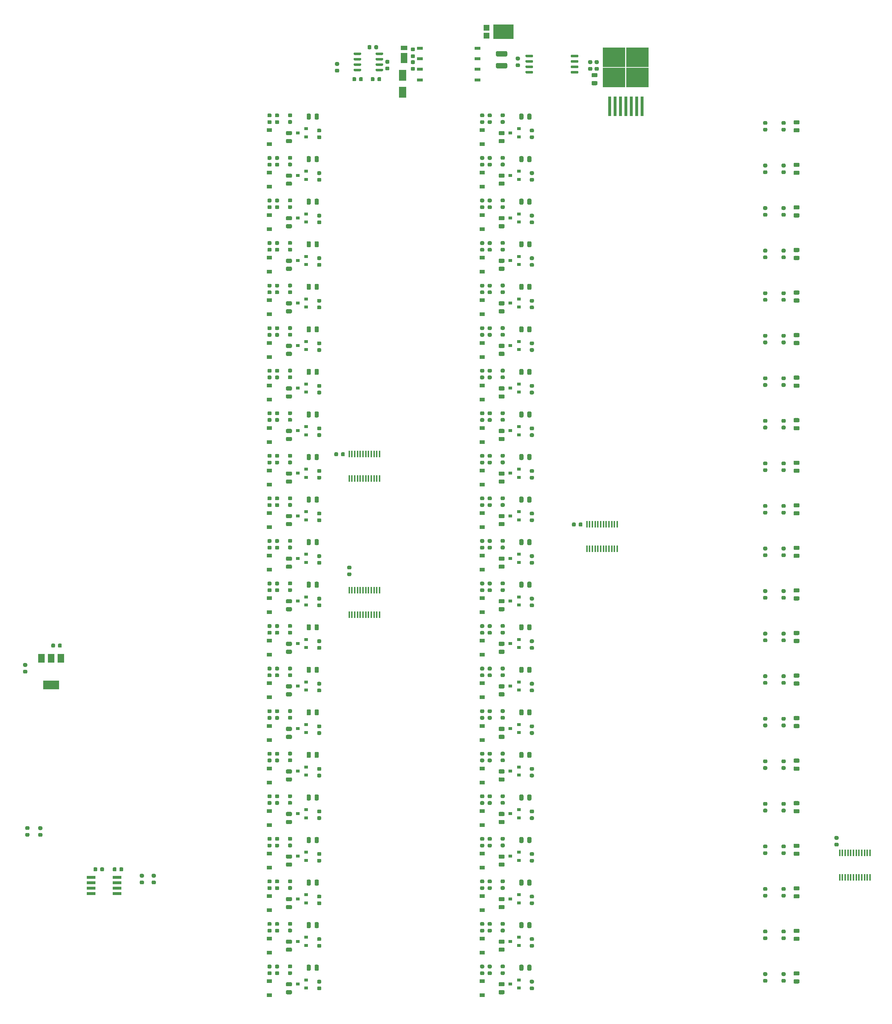
<source format=gtp>
G04 #@! TF.GenerationSoftware,KiCad,Pcbnew,(5.1.6)-1*
G04 #@! TF.CreationDate,2020-10-21T11:35:33-07:00*
G04 #@! TF.ProjectId,relayBoard,72656c61-7942-46f6-9172-642e6b696361,rev?*
G04 #@! TF.SameCoordinates,Original*
G04 #@! TF.FileFunction,Paste,Top*
G04 #@! TF.FilePolarity,Positive*
%FSLAX46Y46*%
G04 Gerber Fmt 4.6, Leading zero omitted, Abs format (unit mm)*
G04 Created by KiCad (PCBNEW (5.1.6)-1) date 2020-10-21 11:35:33*
%MOMM*%
%LPD*%
G01*
G04 APERTURE LIST*
%ADD10R,0.410000X1.570000*%
%ADD11R,1.397000X0.762000*%
%ADD12R,2.032000X0.660400*%
%ADD13R,1.200000X0.900000*%
%ADD14R,1.400000X1.390000*%
%ADD15R,4.860000X3.360000*%
%ADD16R,1.500000X1.050000*%
%ADD17R,1.500000X2.400000*%
%ADD18R,1.800000X2.500000*%
%ADD19R,1.500000X2.000000*%
%ADD20R,3.800000X2.000000*%
%ADD21R,5.300000X4.600000*%
%ADD22R,0.800000X4.600000*%
%ADD23R,0.900000X0.800000*%
G04 APERTURE END LIST*
D10*
X210547000Y-147498000D03*
X211197000Y-147498000D03*
X211847000Y-147498000D03*
X212497000Y-147498000D03*
X213147000Y-147498000D03*
X213797000Y-147498000D03*
X214447000Y-147498000D03*
X215097000Y-147498000D03*
X215747000Y-147498000D03*
X216397000Y-147498000D03*
X217047000Y-147498000D03*
X217697000Y-147498000D03*
X217697000Y-153238000D03*
X217047000Y-153238000D03*
X216397000Y-153238000D03*
X215747000Y-153238000D03*
X215097000Y-153238000D03*
X214447000Y-153238000D03*
X213797000Y-153238000D03*
X213147000Y-153238000D03*
X212497000Y-153238000D03*
X211847000Y-153238000D03*
X211197000Y-153238000D03*
X210547000Y-153238000D03*
X95231000Y-53772000D03*
X95881000Y-53772000D03*
X96531000Y-53772000D03*
X97181000Y-53772000D03*
X97831000Y-53772000D03*
X98481000Y-53772000D03*
X99131000Y-53772000D03*
X99781000Y-53772000D03*
X100431000Y-53772000D03*
X101081000Y-53772000D03*
X101731000Y-53772000D03*
X102381000Y-53772000D03*
X102381000Y-59512000D03*
X101731000Y-59512000D03*
X101081000Y-59512000D03*
X100431000Y-59512000D03*
X99781000Y-59512000D03*
X99131000Y-59512000D03*
X98481000Y-59512000D03*
X97831000Y-59512000D03*
X97181000Y-59512000D03*
X96531000Y-59512000D03*
X95881000Y-59512000D03*
X95231000Y-59512000D03*
X95231000Y-85776000D03*
X95881000Y-85776000D03*
X96531000Y-85776000D03*
X97181000Y-85776000D03*
X97831000Y-85776000D03*
X98481000Y-85776000D03*
X99131000Y-85776000D03*
X99781000Y-85776000D03*
X100431000Y-85776000D03*
X101081000Y-85776000D03*
X101731000Y-85776000D03*
X102381000Y-85776000D03*
X102381000Y-91516000D03*
X101731000Y-91516000D03*
X101081000Y-91516000D03*
X100431000Y-91516000D03*
X99781000Y-91516000D03*
X99131000Y-91516000D03*
X98481000Y-91516000D03*
X97831000Y-91516000D03*
X97181000Y-91516000D03*
X96531000Y-91516000D03*
X95881000Y-91516000D03*
X95231000Y-91516000D03*
X151111000Y-70282000D03*
X151761000Y-70282000D03*
X152411000Y-70282000D03*
X153061000Y-70282000D03*
X153711000Y-70282000D03*
X154361000Y-70282000D03*
X155011000Y-70282000D03*
X155661000Y-70282000D03*
X156311000Y-70282000D03*
X156961000Y-70282000D03*
X157611000Y-70282000D03*
X158261000Y-70282000D03*
X158261000Y-76022000D03*
X157611000Y-76022000D03*
X156961000Y-76022000D03*
X156311000Y-76022000D03*
X155661000Y-76022000D03*
X155011000Y-76022000D03*
X154361000Y-76022000D03*
X153711000Y-76022000D03*
X153061000Y-76022000D03*
X152411000Y-76022000D03*
X151761000Y-76022000D03*
X151111000Y-76022000D03*
D11*
X125399800Y34112200D03*
X125399800Y36601400D03*
X125399800Y39090600D03*
X125399800Y41579800D03*
X111836200Y34112200D03*
X111836200Y36601400D03*
X111836200Y39090600D03*
X111836200Y41579800D03*
D12*
X40665400Y-157099000D03*
X34518600Y-157099000D03*
X40665400Y-155829000D03*
X40665400Y-154559000D03*
X34518600Y-155829000D03*
X34518600Y-154559000D03*
X40665400Y-153289000D03*
X34518600Y-153289000D03*
G36*
G01*
X41218500Y-151640250D02*
X41218500Y-151127750D01*
G75*
G02*
X41437250Y-150909000I218750J0D01*
G01*
X41874750Y-150909000D01*
G75*
G02*
X42093500Y-151127750I0J-218750D01*
G01*
X42093500Y-151640250D01*
G75*
G02*
X41874750Y-151859000I-218750J0D01*
G01*
X41437250Y-151859000D01*
G75*
G02*
X41218500Y-151640250I0J218750D01*
G01*
G37*
G36*
G01*
X39643500Y-151640250D02*
X39643500Y-151127750D01*
G75*
G02*
X39862250Y-150909000I218750J0D01*
G01*
X40299750Y-150909000D01*
G75*
G02*
X40518500Y-151127750I0J-218750D01*
G01*
X40518500Y-151640250D01*
G75*
G02*
X40299750Y-151859000I-218750J0D01*
G01*
X39862250Y-151859000D01*
G75*
G02*
X39643500Y-151640250I0J218750D01*
G01*
G37*
G36*
G01*
X36697500Y-151640250D02*
X36697500Y-151127750D01*
G75*
G02*
X36916250Y-150909000I218750J0D01*
G01*
X37353750Y-150909000D01*
G75*
G02*
X37572500Y-151127750I0J-218750D01*
G01*
X37572500Y-151640250D01*
G75*
G02*
X37353750Y-151859000I-218750J0D01*
G01*
X36916250Y-151859000D01*
G75*
G02*
X36697500Y-151640250I0J218750D01*
G01*
G37*
G36*
G01*
X35122500Y-151640250D02*
X35122500Y-151127750D01*
G75*
G02*
X35341250Y-150909000I218750J0D01*
G01*
X35778750Y-150909000D01*
G75*
G02*
X35997500Y-151127750I0J-218750D01*
G01*
X35997500Y-151640250D01*
G75*
G02*
X35778750Y-151859000I-218750J0D01*
G01*
X35341250Y-151859000D01*
G75*
G02*
X35122500Y-151640250I0J218750D01*
G01*
G37*
G36*
G01*
X147325000Y39601000D02*
X147325000Y39901000D01*
G75*
G02*
X147475000Y40051000I150000J0D01*
G01*
X148975000Y40051000D01*
G75*
G02*
X149125000Y39901000I0J-150000D01*
G01*
X149125000Y39601000D01*
G75*
G02*
X148975000Y39451000I-150000J0D01*
G01*
X147475000Y39451000D01*
G75*
G02*
X147325000Y39601000I0J150000D01*
G01*
G37*
G36*
G01*
X147325000Y38331000D02*
X147325000Y38631000D01*
G75*
G02*
X147475000Y38781000I150000J0D01*
G01*
X148975000Y38781000D01*
G75*
G02*
X149125000Y38631000I0J-150000D01*
G01*
X149125000Y38331000D01*
G75*
G02*
X148975000Y38181000I-150000J0D01*
G01*
X147475000Y38181000D01*
G75*
G02*
X147325000Y38331000I0J150000D01*
G01*
G37*
G36*
G01*
X147325000Y37061000D02*
X147325000Y37361000D01*
G75*
G02*
X147475000Y37511000I150000J0D01*
G01*
X148975000Y37511000D01*
G75*
G02*
X149125000Y37361000I0J-150000D01*
G01*
X149125000Y37061000D01*
G75*
G02*
X148975000Y36911000I-150000J0D01*
G01*
X147475000Y36911000D01*
G75*
G02*
X147325000Y37061000I0J150000D01*
G01*
G37*
G36*
G01*
X147325000Y35791000D02*
X147325000Y36091000D01*
G75*
G02*
X147475000Y36241000I150000J0D01*
G01*
X148975000Y36241000D01*
G75*
G02*
X149125000Y36091000I0J-150000D01*
G01*
X149125000Y35791000D01*
G75*
G02*
X148975000Y35641000I-150000J0D01*
G01*
X147475000Y35641000D01*
G75*
G02*
X147325000Y35791000I0J150000D01*
G01*
G37*
G36*
G01*
X136675000Y35791000D02*
X136675000Y36091000D01*
G75*
G02*
X136825000Y36241000I150000J0D01*
G01*
X138325000Y36241000D01*
G75*
G02*
X138475000Y36091000I0J-150000D01*
G01*
X138475000Y35791000D01*
G75*
G02*
X138325000Y35641000I-150000J0D01*
G01*
X136825000Y35641000D01*
G75*
G02*
X136675000Y35791000I0J150000D01*
G01*
G37*
G36*
G01*
X136675000Y37061000D02*
X136675000Y37361000D01*
G75*
G02*
X136825000Y37511000I150000J0D01*
G01*
X138325000Y37511000D01*
G75*
G02*
X138475000Y37361000I0J-150000D01*
G01*
X138475000Y37061000D01*
G75*
G02*
X138325000Y36911000I-150000J0D01*
G01*
X136825000Y36911000D01*
G75*
G02*
X136675000Y37061000I0J150000D01*
G01*
G37*
G36*
G01*
X136675000Y38331000D02*
X136675000Y38631000D01*
G75*
G02*
X136825000Y38781000I150000J0D01*
G01*
X138325000Y38781000D01*
G75*
G02*
X138475000Y38631000I0J-150000D01*
G01*
X138475000Y38331000D01*
G75*
G02*
X138325000Y38181000I-150000J0D01*
G01*
X136825000Y38181000D01*
G75*
G02*
X136675000Y38331000I0J150000D01*
G01*
G37*
G36*
G01*
X136675000Y39601000D02*
X136675000Y39901000D01*
G75*
G02*
X136825000Y40051000I150000J0D01*
G01*
X138325000Y40051000D01*
G75*
G02*
X138475000Y39901000I0J-150000D01*
G01*
X138475000Y39601000D01*
G75*
G02*
X138325000Y39451000I-150000J0D01*
G01*
X136825000Y39451000D01*
G75*
G02*
X136675000Y39601000I0J150000D01*
G01*
G37*
G36*
G01*
X152451750Y33840000D02*
X153364250Y33840000D01*
G75*
G02*
X153608000Y33596250I0J-243750D01*
G01*
X153608000Y33108750D01*
G75*
G02*
X153364250Y32865000I-243750J0D01*
G01*
X152451750Y32865000D01*
G75*
G02*
X152208000Y33108750I0J243750D01*
G01*
X152208000Y33596250D01*
G75*
G02*
X152451750Y33840000I243750J0D01*
G01*
G37*
G36*
G01*
X152451750Y35715000D02*
X153364250Y35715000D01*
G75*
G02*
X153608000Y35471250I0J-243750D01*
G01*
X153608000Y34983750D01*
G75*
G02*
X153364250Y34740000I-243750J0D01*
G01*
X152451750Y34740000D01*
G75*
G02*
X152208000Y34983750I0J243750D01*
G01*
X152208000Y35471250D01*
G75*
G02*
X152451750Y35715000I243750J0D01*
G01*
G37*
G36*
G01*
X110456250Y40837500D02*
X109943750Y40837500D01*
G75*
G02*
X109725000Y41056250I0J218750D01*
G01*
X109725000Y41493750D01*
G75*
G02*
X109943750Y41712500I218750J0D01*
G01*
X110456250Y41712500D01*
G75*
G02*
X110675000Y41493750I0J-218750D01*
G01*
X110675000Y41056250D01*
G75*
G02*
X110456250Y40837500I-218750J0D01*
G01*
G37*
G36*
G01*
X110456250Y39262500D02*
X109943750Y39262500D01*
G75*
G02*
X109725000Y39481250I0J218750D01*
G01*
X109725000Y39918750D01*
G75*
G02*
X109943750Y40137500I218750J0D01*
G01*
X110456250Y40137500D01*
G75*
G02*
X110675000Y39918750I0J-218750D01*
G01*
X110675000Y39481250D01*
G75*
G02*
X110456250Y39262500I-218750J0D01*
G01*
G37*
D13*
X76492000Y19026000D03*
X76492000Y22326000D03*
X76492000Y9026000D03*
X76492000Y12326000D03*
X76492000Y-974000D03*
X76492000Y2326000D03*
X76492000Y-10974000D03*
X76492000Y-7674000D03*
X76492000Y-20974000D03*
X76492000Y-17674000D03*
X76492000Y-30974000D03*
X76492000Y-27674000D03*
X76492000Y-40974000D03*
X76492000Y-37674000D03*
X76492000Y-50974000D03*
X76492000Y-47674000D03*
X76492000Y-60974000D03*
X76492000Y-57674000D03*
X76492000Y-70974000D03*
X76492000Y-67674000D03*
X76492000Y-80974000D03*
X76492000Y-77674000D03*
X76492000Y-90974000D03*
X76492000Y-87674000D03*
X76492000Y-100974000D03*
X76492000Y-97674000D03*
X76492000Y-110974000D03*
X76492000Y-107674000D03*
X76492000Y-120974000D03*
X76492000Y-117674000D03*
X76492000Y-130974000D03*
X76492000Y-127674000D03*
X76492000Y-140974000D03*
X76492000Y-137674000D03*
X76492000Y-150974000D03*
X76492000Y-147674000D03*
X76492000Y-160974000D03*
X76492000Y-157674000D03*
X76492000Y-170974000D03*
X76492000Y-167674000D03*
X76492000Y-180974000D03*
X76492000Y-177674000D03*
X126492000Y19026000D03*
X126492000Y22326000D03*
X126492000Y9026000D03*
X126492000Y12326000D03*
X126492000Y-974000D03*
X126492000Y2326000D03*
X126492000Y-10974000D03*
X126492000Y-7674000D03*
X126492000Y-20974000D03*
X126492000Y-17674000D03*
X126492000Y-30974000D03*
X126492000Y-27674000D03*
X126492000Y-40974000D03*
X126492000Y-37674000D03*
X126492000Y-50974000D03*
X126492000Y-47674000D03*
X126492000Y-60974000D03*
X126492000Y-57674000D03*
X126492000Y-70974000D03*
X126492000Y-67674000D03*
X126492000Y-80974000D03*
X126492000Y-77674000D03*
X126492000Y-90974000D03*
X126492000Y-87674000D03*
X126492000Y-100974000D03*
X126492000Y-97674000D03*
X126492000Y-110974000D03*
X126492000Y-107674000D03*
X126492000Y-120974000D03*
X126492000Y-117674000D03*
X126492000Y-130974000D03*
X126492000Y-127674000D03*
X126492000Y-140974000D03*
X126492000Y-137674000D03*
X126492000Y-150974000D03*
X126492000Y-147674000D03*
X126492000Y-160974000D03*
X126492000Y-157674000D03*
X126492000Y-170974000D03*
X126492000Y-167674000D03*
X126492000Y-180974000D03*
X126492000Y-177674000D03*
D14*
X127518500Y44546000D03*
X127518500Y46386000D03*
D15*
X131500500Y45466000D03*
D16*
X108100000Y41625000D03*
D17*
X108100000Y39250000D03*
D18*
X107800000Y31200000D03*
X107800000Y35200000D03*
G36*
G01*
X129989000Y38087000D02*
X132139000Y38087000D01*
G75*
G02*
X132389000Y37837000I0J-250000D01*
G01*
X132389000Y37087000D01*
G75*
G02*
X132139000Y36837000I-250000J0D01*
G01*
X129989000Y36837000D01*
G75*
G02*
X129739000Y37087000I0J250000D01*
G01*
X129739000Y37837000D01*
G75*
G02*
X129989000Y38087000I250000J0D01*
G01*
G37*
G36*
G01*
X129989000Y40887000D02*
X132139000Y40887000D01*
G75*
G02*
X132389000Y40637000I0J-250000D01*
G01*
X132389000Y39887000D01*
G75*
G02*
X132139000Y39637000I-250000J0D01*
G01*
X129989000Y39637000D01*
G75*
G02*
X129739000Y39887000I0J250000D01*
G01*
X129739000Y40637000D01*
G75*
G02*
X129989000Y40887000I250000J0D01*
G01*
G37*
G36*
G01*
X152148250Y37862500D02*
X151635750Y37862500D01*
G75*
G02*
X151417000Y38081250I0J218750D01*
G01*
X151417000Y38518750D01*
G75*
G02*
X151635750Y38737500I218750J0D01*
G01*
X152148250Y38737500D01*
G75*
G02*
X152367000Y38518750I0J-218750D01*
G01*
X152367000Y38081250D01*
G75*
G02*
X152148250Y37862500I-218750J0D01*
G01*
G37*
G36*
G01*
X152148250Y36287500D02*
X151635750Y36287500D01*
G75*
G02*
X151417000Y36506250I0J218750D01*
G01*
X151417000Y36943750D01*
G75*
G02*
X151635750Y37162500I218750J0D01*
G01*
X152148250Y37162500D01*
G75*
G02*
X152367000Y36943750I0J-218750D01*
G01*
X152367000Y36506250D01*
G75*
G02*
X152148250Y36287500I-218750J0D01*
G01*
G37*
G36*
G01*
X153159750Y37162500D02*
X153672250Y37162500D01*
G75*
G02*
X153891000Y36943750I0J-218750D01*
G01*
X153891000Y36506250D01*
G75*
G02*
X153672250Y36287500I-218750J0D01*
G01*
X153159750Y36287500D01*
G75*
G02*
X152941000Y36506250I0J218750D01*
G01*
X152941000Y36943750D01*
G75*
G02*
X153159750Y37162500I218750J0D01*
G01*
G37*
G36*
G01*
X153159750Y38737500D02*
X153672250Y38737500D01*
G75*
G02*
X153891000Y38518750I0J-218750D01*
G01*
X153891000Y38081250D01*
G75*
G02*
X153672250Y37862500I-218750J0D01*
G01*
X153159750Y37862500D01*
G75*
G02*
X152941000Y38081250I0J218750D01*
G01*
X152941000Y38518750D01*
G75*
G02*
X153159750Y38737500I218750J0D01*
G01*
G37*
G36*
G01*
X101172000Y34546250D02*
X101172000Y34033750D01*
G75*
G02*
X100953250Y33815000I-218750J0D01*
G01*
X100515750Y33815000D01*
G75*
G02*
X100297000Y34033750I0J218750D01*
G01*
X100297000Y34546250D01*
G75*
G02*
X100515750Y34765000I218750J0D01*
G01*
X100953250Y34765000D01*
G75*
G02*
X101172000Y34546250I0J-218750D01*
G01*
G37*
G36*
G01*
X102747000Y34546250D02*
X102747000Y34033750D01*
G75*
G02*
X102528250Y33815000I-218750J0D01*
G01*
X102090750Y33815000D01*
G75*
G02*
X101872000Y34033750I0J218750D01*
G01*
X101872000Y34546250D01*
G75*
G02*
X102090750Y34765000I218750J0D01*
G01*
X102528250Y34765000D01*
G75*
G02*
X102747000Y34546250I0J-218750D01*
G01*
G37*
G36*
G01*
X103943750Y37237500D02*
X104456250Y37237500D01*
G75*
G02*
X104675000Y37018750I0J-218750D01*
G01*
X104675000Y36581250D01*
G75*
G02*
X104456250Y36362500I-218750J0D01*
G01*
X103943750Y36362500D01*
G75*
G02*
X103725000Y36581250I0J218750D01*
G01*
X103725000Y37018750D01*
G75*
G02*
X103943750Y37237500I218750J0D01*
G01*
G37*
G36*
G01*
X103943750Y38812500D02*
X104456250Y38812500D01*
G75*
G02*
X104675000Y38593750I0J-218750D01*
G01*
X104675000Y38156250D01*
G75*
G02*
X104456250Y37937500I-218750J0D01*
G01*
X103943750Y37937500D01*
G75*
G02*
X103725000Y38156250I0J218750D01*
G01*
X103725000Y38593750D01*
G75*
G02*
X103943750Y38812500I218750J0D01*
G01*
G37*
G36*
G01*
X101137500Y41543750D02*
X101137500Y42056250D01*
G75*
G02*
X101356250Y42275000I218750J0D01*
G01*
X101793750Y42275000D01*
G75*
G02*
X102012500Y42056250I0J-218750D01*
G01*
X102012500Y41543750D01*
G75*
G02*
X101793750Y41325000I-218750J0D01*
G01*
X101356250Y41325000D01*
G75*
G02*
X101137500Y41543750I0J218750D01*
G01*
G37*
G36*
G01*
X99562500Y41543750D02*
X99562500Y42056250D01*
G75*
G02*
X99781250Y42275000I218750J0D01*
G01*
X100218750Y42275000D01*
G75*
G02*
X100437500Y42056250I0J-218750D01*
G01*
X100437500Y41543750D01*
G75*
G02*
X100218750Y41325000I-218750J0D01*
G01*
X99781250Y41325000D01*
G75*
G02*
X99562500Y41543750I0J218750D01*
G01*
G37*
G36*
G01*
X46225750Y-154020000D02*
X46738250Y-154020000D01*
G75*
G02*
X46957000Y-154238750I0J-218750D01*
G01*
X46957000Y-154676250D01*
G75*
G02*
X46738250Y-154895000I-218750J0D01*
G01*
X46225750Y-154895000D01*
G75*
G02*
X46007000Y-154676250I0J218750D01*
G01*
X46007000Y-154238750D01*
G75*
G02*
X46225750Y-154020000I218750J0D01*
G01*
G37*
G36*
G01*
X46225750Y-152445000D02*
X46738250Y-152445000D01*
G75*
G02*
X46957000Y-152663750I0J-218750D01*
G01*
X46957000Y-153101250D01*
G75*
G02*
X46738250Y-153320000I-218750J0D01*
G01*
X46225750Y-153320000D01*
G75*
G02*
X46007000Y-153101250I0J218750D01*
G01*
X46007000Y-152663750D01*
G75*
G02*
X46225750Y-152445000I218750J0D01*
G01*
G37*
G36*
G01*
X49019750Y-154020000D02*
X49532250Y-154020000D01*
G75*
G02*
X49751000Y-154238750I0J-218750D01*
G01*
X49751000Y-154676250D01*
G75*
G02*
X49532250Y-154895000I-218750J0D01*
G01*
X49019750Y-154895000D01*
G75*
G02*
X48801000Y-154676250I0J218750D01*
G01*
X48801000Y-154238750D01*
G75*
G02*
X49019750Y-154020000I218750J0D01*
G01*
G37*
G36*
G01*
X49019750Y-152445000D02*
X49532250Y-152445000D01*
G75*
G02*
X49751000Y-152663750I0J-218750D01*
G01*
X49751000Y-153101250D01*
G75*
G02*
X49532250Y-153320000I-218750J0D01*
G01*
X49019750Y-153320000D01*
G75*
G02*
X48801000Y-153101250I0J218750D01*
G01*
X48801000Y-152663750D01*
G75*
G02*
X49019750Y-152445000I218750J0D01*
G01*
G37*
G36*
G01*
X22349750Y-142844000D02*
X22862250Y-142844000D01*
G75*
G02*
X23081000Y-143062750I0J-218750D01*
G01*
X23081000Y-143500250D01*
G75*
G02*
X22862250Y-143719000I-218750J0D01*
G01*
X22349750Y-143719000D01*
G75*
G02*
X22131000Y-143500250I0J218750D01*
G01*
X22131000Y-143062750D01*
G75*
G02*
X22349750Y-142844000I218750J0D01*
G01*
G37*
G36*
G01*
X22349750Y-141269000D02*
X22862250Y-141269000D01*
G75*
G02*
X23081000Y-141487750I0J-218750D01*
G01*
X23081000Y-141925250D01*
G75*
G02*
X22862250Y-142144000I-218750J0D01*
G01*
X22349750Y-142144000D01*
G75*
G02*
X22131000Y-141925250I0J218750D01*
G01*
X22131000Y-141487750D01*
G75*
G02*
X22349750Y-141269000I218750J0D01*
G01*
G37*
G36*
G01*
X19301750Y-142818500D02*
X19814250Y-142818500D01*
G75*
G02*
X20033000Y-143037250I0J-218750D01*
G01*
X20033000Y-143474750D01*
G75*
G02*
X19814250Y-143693500I-218750J0D01*
G01*
X19301750Y-143693500D01*
G75*
G02*
X19083000Y-143474750I0J218750D01*
G01*
X19083000Y-143037250D01*
G75*
G02*
X19301750Y-142818500I218750J0D01*
G01*
G37*
G36*
G01*
X19301750Y-141243500D02*
X19814250Y-141243500D01*
G75*
G02*
X20033000Y-141462250I0J-218750D01*
G01*
X20033000Y-141899750D01*
G75*
G02*
X19814250Y-142118500I-218750J0D01*
G01*
X19301750Y-142118500D01*
G75*
G02*
X19083000Y-141899750I0J218750D01*
G01*
X19083000Y-141462250D01*
G75*
G02*
X19301750Y-141243500I218750J0D01*
G01*
G37*
G36*
G01*
X192783750Y22866000D02*
X193296250Y22866000D01*
G75*
G02*
X193515000Y22647250I0J-218750D01*
G01*
X193515000Y22209750D01*
G75*
G02*
X193296250Y21991000I-218750J0D01*
G01*
X192783750Y21991000D01*
G75*
G02*
X192565000Y22209750I0J218750D01*
G01*
X192565000Y22647250D01*
G75*
G02*
X192783750Y22866000I218750J0D01*
G01*
G37*
G36*
G01*
X192783750Y24441000D02*
X193296250Y24441000D01*
G75*
G02*
X193515000Y24222250I0J-218750D01*
G01*
X193515000Y23784750D01*
G75*
G02*
X193296250Y23566000I-218750J0D01*
G01*
X192783750Y23566000D01*
G75*
G02*
X192565000Y23784750I0J218750D01*
G01*
X192565000Y24222250D01*
G75*
G02*
X192783750Y24441000I218750J0D01*
G01*
G37*
G36*
G01*
X197614250Y23566000D02*
X197101750Y23566000D01*
G75*
G02*
X196883000Y23784750I0J218750D01*
G01*
X196883000Y24222250D01*
G75*
G02*
X197101750Y24441000I218750J0D01*
G01*
X197614250Y24441000D01*
G75*
G02*
X197833000Y24222250I0J-218750D01*
G01*
X197833000Y23784750D01*
G75*
G02*
X197614250Y23566000I-218750J0D01*
G01*
G37*
G36*
G01*
X197614250Y21991000D02*
X197101750Y21991000D01*
G75*
G02*
X196883000Y22209750I0J218750D01*
G01*
X196883000Y22647250D01*
G75*
G02*
X197101750Y22866000I218750J0D01*
G01*
X197614250Y22866000D01*
G75*
G02*
X197833000Y22647250I0J-218750D01*
G01*
X197833000Y22209750D01*
G75*
G02*
X197614250Y21991000I-218750J0D01*
G01*
G37*
G36*
G01*
X192783750Y12866000D02*
X193296250Y12866000D01*
G75*
G02*
X193515000Y12647250I0J-218750D01*
G01*
X193515000Y12209750D01*
G75*
G02*
X193296250Y11991000I-218750J0D01*
G01*
X192783750Y11991000D01*
G75*
G02*
X192565000Y12209750I0J218750D01*
G01*
X192565000Y12647250D01*
G75*
G02*
X192783750Y12866000I218750J0D01*
G01*
G37*
G36*
G01*
X192783750Y14441000D02*
X193296250Y14441000D01*
G75*
G02*
X193515000Y14222250I0J-218750D01*
G01*
X193515000Y13784750D01*
G75*
G02*
X193296250Y13566000I-218750J0D01*
G01*
X192783750Y13566000D01*
G75*
G02*
X192565000Y13784750I0J218750D01*
G01*
X192565000Y14222250D01*
G75*
G02*
X192783750Y14441000I218750J0D01*
G01*
G37*
G36*
G01*
X197614250Y13566000D02*
X197101750Y13566000D01*
G75*
G02*
X196883000Y13784750I0J218750D01*
G01*
X196883000Y14222250D01*
G75*
G02*
X197101750Y14441000I218750J0D01*
G01*
X197614250Y14441000D01*
G75*
G02*
X197833000Y14222250I0J-218750D01*
G01*
X197833000Y13784750D01*
G75*
G02*
X197614250Y13566000I-218750J0D01*
G01*
G37*
G36*
G01*
X197614250Y11991000D02*
X197101750Y11991000D01*
G75*
G02*
X196883000Y12209750I0J218750D01*
G01*
X196883000Y12647250D01*
G75*
G02*
X197101750Y12866000I218750J0D01*
G01*
X197614250Y12866000D01*
G75*
G02*
X197833000Y12647250I0J-218750D01*
G01*
X197833000Y12209750D01*
G75*
G02*
X197614250Y11991000I-218750J0D01*
G01*
G37*
G36*
G01*
X192783750Y2866000D02*
X193296250Y2866000D01*
G75*
G02*
X193515000Y2647250I0J-218750D01*
G01*
X193515000Y2209750D01*
G75*
G02*
X193296250Y1991000I-218750J0D01*
G01*
X192783750Y1991000D01*
G75*
G02*
X192565000Y2209750I0J218750D01*
G01*
X192565000Y2647250D01*
G75*
G02*
X192783750Y2866000I218750J0D01*
G01*
G37*
G36*
G01*
X192783750Y4441000D02*
X193296250Y4441000D01*
G75*
G02*
X193515000Y4222250I0J-218750D01*
G01*
X193515000Y3784750D01*
G75*
G02*
X193296250Y3566000I-218750J0D01*
G01*
X192783750Y3566000D01*
G75*
G02*
X192565000Y3784750I0J218750D01*
G01*
X192565000Y4222250D01*
G75*
G02*
X192783750Y4441000I218750J0D01*
G01*
G37*
G36*
G01*
X197614250Y3566000D02*
X197101750Y3566000D01*
G75*
G02*
X196883000Y3784750I0J218750D01*
G01*
X196883000Y4222250D01*
G75*
G02*
X197101750Y4441000I218750J0D01*
G01*
X197614250Y4441000D01*
G75*
G02*
X197833000Y4222250I0J-218750D01*
G01*
X197833000Y3784750D01*
G75*
G02*
X197614250Y3566000I-218750J0D01*
G01*
G37*
G36*
G01*
X197614250Y1991000D02*
X197101750Y1991000D01*
G75*
G02*
X196883000Y2209750I0J218750D01*
G01*
X196883000Y2647250D01*
G75*
G02*
X197101750Y2866000I218750J0D01*
G01*
X197614250Y2866000D01*
G75*
G02*
X197833000Y2647250I0J-218750D01*
G01*
X197833000Y2209750D01*
G75*
G02*
X197614250Y1991000I-218750J0D01*
G01*
G37*
G36*
G01*
X192783750Y-7134000D02*
X193296250Y-7134000D01*
G75*
G02*
X193515000Y-7352750I0J-218750D01*
G01*
X193515000Y-7790250D01*
G75*
G02*
X193296250Y-8009000I-218750J0D01*
G01*
X192783750Y-8009000D01*
G75*
G02*
X192565000Y-7790250I0J218750D01*
G01*
X192565000Y-7352750D01*
G75*
G02*
X192783750Y-7134000I218750J0D01*
G01*
G37*
G36*
G01*
X192783750Y-5559000D02*
X193296250Y-5559000D01*
G75*
G02*
X193515000Y-5777750I0J-218750D01*
G01*
X193515000Y-6215250D01*
G75*
G02*
X193296250Y-6434000I-218750J0D01*
G01*
X192783750Y-6434000D01*
G75*
G02*
X192565000Y-6215250I0J218750D01*
G01*
X192565000Y-5777750D01*
G75*
G02*
X192783750Y-5559000I218750J0D01*
G01*
G37*
G36*
G01*
X197614250Y-6434000D02*
X197101750Y-6434000D01*
G75*
G02*
X196883000Y-6215250I0J218750D01*
G01*
X196883000Y-5777750D01*
G75*
G02*
X197101750Y-5559000I218750J0D01*
G01*
X197614250Y-5559000D01*
G75*
G02*
X197833000Y-5777750I0J-218750D01*
G01*
X197833000Y-6215250D01*
G75*
G02*
X197614250Y-6434000I-218750J0D01*
G01*
G37*
G36*
G01*
X197614250Y-8009000D02*
X197101750Y-8009000D01*
G75*
G02*
X196883000Y-7790250I0J218750D01*
G01*
X196883000Y-7352750D01*
G75*
G02*
X197101750Y-7134000I218750J0D01*
G01*
X197614250Y-7134000D01*
G75*
G02*
X197833000Y-7352750I0J-218750D01*
G01*
X197833000Y-7790250D01*
G75*
G02*
X197614250Y-8009000I-218750J0D01*
G01*
G37*
G36*
G01*
X192783750Y-17134000D02*
X193296250Y-17134000D01*
G75*
G02*
X193515000Y-17352750I0J-218750D01*
G01*
X193515000Y-17790250D01*
G75*
G02*
X193296250Y-18009000I-218750J0D01*
G01*
X192783750Y-18009000D01*
G75*
G02*
X192565000Y-17790250I0J218750D01*
G01*
X192565000Y-17352750D01*
G75*
G02*
X192783750Y-17134000I218750J0D01*
G01*
G37*
G36*
G01*
X192783750Y-15559000D02*
X193296250Y-15559000D01*
G75*
G02*
X193515000Y-15777750I0J-218750D01*
G01*
X193515000Y-16215250D01*
G75*
G02*
X193296250Y-16434000I-218750J0D01*
G01*
X192783750Y-16434000D01*
G75*
G02*
X192565000Y-16215250I0J218750D01*
G01*
X192565000Y-15777750D01*
G75*
G02*
X192783750Y-15559000I218750J0D01*
G01*
G37*
G36*
G01*
X197614250Y-16434000D02*
X197101750Y-16434000D01*
G75*
G02*
X196883000Y-16215250I0J218750D01*
G01*
X196883000Y-15777750D01*
G75*
G02*
X197101750Y-15559000I218750J0D01*
G01*
X197614250Y-15559000D01*
G75*
G02*
X197833000Y-15777750I0J-218750D01*
G01*
X197833000Y-16215250D01*
G75*
G02*
X197614250Y-16434000I-218750J0D01*
G01*
G37*
G36*
G01*
X197614250Y-18009000D02*
X197101750Y-18009000D01*
G75*
G02*
X196883000Y-17790250I0J218750D01*
G01*
X196883000Y-17352750D01*
G75*
G02*
X197101750Y-17134000I218750J0D01*
G01*
X197614250Y-17134000D01*
G75*
G02*
X197833000Y-17352750I0J-218750D01*
G01*
X197833000Y-17790250D01*
G75*
G02*
X197614250Y-18009000I-218750J0D01*
G01*
G37*
G36*
G01*
X192783750Y-27134000D02*
X193296250Y-27134000D01*
G75*
G02*
X193515000Y-27352750I0J-218750D01*
G01*
X193515000Y-27790250D01*
G75*
G02*
X193296250Y-28009000I-218750J0D01*
G01*
X192783750Y-28009000D01*
G75*
G02*
X192565000Y-27790250I0J218750D01*
G01*
X192565000Y-27352750D01*
G75*
G02*
X192783750Y-27134000I218750J0D01*
G01*
G37*
G36*
G01*
X192783750Y-25559000D02*
X193296250Y-25559000D01*
G75*
G02*
X193515000Y-25777750I0J-218750D01*
G01*
X193515000Y-26215250D01*
G75*
G02*
X193296250Y-26434000I-218750J0D01*
G01*
X192783750Y-26434000D01*
G75*
G02*
X192565000Y-26215250I0J218750D01*
G01*
X192565000Y-25777750D01*
G75*
G02*
X192783750Y-25559000I218750J0D01*
G01*
G37*
G36*
G01*
X197614250Y-26434000D02*
X197101750Y-26434000D01*
G75*
G02*
X196883000Y-26215250I0J218750D01*
G01*
X196883000Y-25777750D01*
G75*
G02*
X197101750Y-25559000I218750J0D01*
G01*
X197614250Y-25559000D01*
G75*
G02*
X197833000Y-25777750I0J-218750D01*
G01*
X197833000Y-26215250D01*
G75*
G02*
X197614250Y-26434000I-218750J0D01*
G01*
G37*
G36*
G01*
X197614250Y-28009000D02*
X197101750Y-28009000D01*
G75*
G02*
X196883000Y-27790250I0J218750D01*
G01*
X196883000Y-27352750D01*
G75*
G02*
X197101750Y-27134000I218750J0D01*
G01*
X197614250Y-27134000D01*
G75*
G02*
X197833000Y-27352750I0J-218750D01*
G01*
X197833000Y-27790250D01*
G75*
G02*
X197614250Y-28009000I-218750J0D01*
G01*
G37*
G36*
G01*
X192783750Y-37134000D02*
X193296250Y-37134000D01*
G75*
G02*
X193515000Y-37352750I0J-218750D01*
G01*
X193515000Y-37790250D01*
G75*
G02*
X193296250Y-38009000I-218750J0D01*
G01*
X192783750Y-38009000D01*
G75*
G02*
X192565000Y-37790250I0J218750D01*
G01*
X192565000Y-37352750D01*
G75*
G02*
X192783750Y-37134000I218750J0D01*
G01*
G37*
G36*
G01*
X192783750Y-35559000D02*
X193296250Y-35559000D01*
G75*
G02*
X193515000Y-35777750I0J-218750D01*
G01*
X193515000Y-36215250D01*
G75*
G02*
X193296250Y-36434000I-218750J0D01*
G01*
X192783750Y-36434000D01*
G75*
G02*
X192565000Y-36215250I0J218750D01*
G01*
X192565000Y-35777750D01*
G75*
G02*
X192783750Y-35559000I218750J0D01*
G01*
G37*
G36*
G01*
X197614250Y-36434000D02*
X197101750Y-36434000D01*
G75*
G02*
X196883000Y-36215250I0J218750D01*
G01*
X196883000Y-35777750D01*
G75*
G02*
X197101750Y-35559000I218750J0D01*
G01*
X197614250Y-35559000D01*
G75*
G02*
X197833000Y-35777750I0J-218750D01*
G01*
X197833000Y-36215250D01*
G75*
G02*
X197614250Y-36434000I-218750J0D01*
G01*
G37*
G36*
G01*
X197614250Y-38009000D02*
X197101750Y-38009000D01*
G75*
G02*
X196883000Y-37790250I0J218750D01*
G01*
X196883000Y-37352750D01*
G75*
G02*
X197101750Y-37134000I218750J0D01*
G01*
X197614250Y-37134000D01*
G75*
G02*
X197833000Y-37352750I0J-218750D01*
G01*
X197833000Y-37790250D01*
G75*
G02*
X197614250Y-38009000I-218750J0D01*
G01*
G37*
G36*
G01*
X192783750Y-47134000D02*
X193296250Y-47134000D01*
G75*
G02*
X193515000Y-47352750I0J-218750D01*
G01*
X193515000Y-47790250D01*
G75*
G02*
X193296250Y-48009000I-218750J0D01*
G01*
X192783750Y-48009000D01*
G75*
G02*
X192565000Y-47790250I0J218750D01*
G01*
X192565000Y-47352750D01*
G75*
G02*
X192783750Y-47134000I218750J0D01*
G01*
G37*
G36*
G01*
X192783750Y-45559000D02*
X193296250Y-45559000D01*
G75*
G02*
X193515000Y-45777750I0J-218750D01*
G01*
X193515000Y-46215250D01*
G75*
G02*
X193296250Y-46434000I-218750J0D01*
G01*
X192783750Y-46434000D01*
G75*
G02*
X192565000Y-46215250I0J218750D01*
G01*
X192565000Y-45777750D01*
G75*
G02*
X192783750Y-45559000I218750J0D01*
G01*
G37*
G36*
G01*
X197614250Y-46434000D02*
X197101750Y-46434000D01*
G75*
G02*
X196883000Y-46215250I0J218750D01*
G01*
X196883000Y-45777750D01*
G75*
G02*
X197101750Y-45559000I218750J0D01*
G01*
X197614250Y-45559000D01*
G75*
G02*
X197833000Y-45777750I0J-218750D01*
G01*
X197833000Y-46215250D01*
G75*
G02*
X197614250Y-46434000I-218750J0D01*
G01*
G37*
G36*
G01*
X197614250Y-48009000D02*
X197101750Y-48009000D01*
G75*
G02*
X196883000Y-47790250I0J218750D01*
G01*
X196883000Y-47352750D01*
G75*
G02*
X197101750Y-47134000I218750J0D01*
G01*
X197614250Y-47134000D01*
G75*
G02*
X197833000Y-47352750I0J-218750D01*
G01*
X197833000Y-47790250D01*
G75*
G02*
X197614250Y-48009000I-218750J0D01*
G01*
G37*
G36*
G01*
X192783750Y-57134000D02*
X193296250Y-57134000D01*
G75*
G02*
X193515000Y-57352750I0J-218750D01*
G01*
X193515000Y-57790250D01*
G75*
G02*
X193296250Y-58009000I-218750J0D01*
G01*
X192783750Y-58009000D01*
G75*
G02*
X192565000Y-57790250I0J218750D01*
G01*
X192565000Y-57352750D01*
G75*
G02*
X192783750Y-57134000I218750J0D01*
G01*
G37*
G36*
G01*
X192783750Y-55559000D02*
X193296250Y-55559000D01*
G75*
G02*
X193515000Y-55777750I0J-218750D01*
G01*
X193515000Y-56215250D01*
G75*
G02*
X193296250Y-56434000I-218750J0D01*
G01*
X192783750Y-56434000D01*
G75*
G02*
X192565000Y-56215250I0J218750D01*
G01*
X192565000Y-55777750D01*
G75*
G02*
X192783750Y-55559000I218750J0D01*
G01*
G37*
G36*
G01*
X197614250Y-56434000D02*
X197101750Y-56434000D01*
G75*
G02*
X196883000Y-56215250I0J218750D01*
G01*
X196883000Y-55777750D01*
G75*
G02*
X197101750Y-55559000I218750J0D01*
G01*
X197614250Y-55559000D01*
G75*
G02*
X197833000Y-55777750I0J-218750D01*
G01*
X197833000Y-56215250D01*
G75*
G02*
X197614250Y-56434000I-218750J0D01*
G01*
G37*
G36*
G01*
X197614250Y-58009000D02*
X197101750Y-58009000D01*
G75*
G02*
X196883000Y-57790250I0J218750D01*
G01*
X196883000Y-57352750D01*
G75*
G02*
X197101750Y-57134000I218750J0D01*
G01*
X197614250Y-57134000D01*
G75*
G02*
X197833000Y-57352750I0J-218750D01*
G01*
X197833000Y-57790250D01*
G75*
G02*
X197614250Y-58009000I-218750J0D01*
G01*
G37*
G36*
G01*
X192783750Y-67134000D02*
X193296250Y-67134000D01*
G75*
G02*
X193515000Y-67352750I0J-218750D01*
G01*
X193515000Y-67790250D01*
G75*
G02*
X193296250Y-68009000I-218750J0D01*
G01*
X192783750Y-68009000D01*
G75*
G02*
X192565000Y-67790250I0J218750D01*
G01*
X192565000Y-67352750D01*
G75*
G02*
X192783750Y-67134000I218750J0D01*
G01*
G37*
G36*
G01*
X192783750Y-65559000D02*
X193296250Y-65559000D01*
G75*
G02*
X193515000Y-65777750I0J-218750D01*
G01*
X193515000Y-66215250D01*
G75*
G02*
X193296250Y-66434000I-218750J0D01*
G01*
X192783750Y-66434000D01*
G75*
G02*
X192565000Y-66215250I0J218750D01*
G01*
X192565000Y-65777750D01*
G75*
G02*
X192783750Y-65559000I218750J0D01*
G01*
G37*
G36*
G01*
X197614250Y-66434000D02*
X197101750Y-66434000D01*
G75*
G02*
X196883000Y-66215250I0J218750D01*
G01*
X196883000Y-65777750D01*
G75*
G02*
X197101750Y-65559000I218750J0D01*
G01*
X197614250Y-65559000D01*
G75*
G02*
X197833000Y-65777750I0J-218750D01*
G01*
X197833000Y-66215250D01*
G75*
G02*
X197614250Y-66434000I-218750J0D01*
G01*
G37*
G36*
G01*
X197614250Y-68009000D02*
X197101750Y-68009000D01*
G75*
G02*
X196883000Y-67790250I0J218750D01*
G01*
X196883000Y-67352750D01*
G75*
G02*
X197101750Y-67134000I218750J0D01*
G01*
X197614250Y-67134000D01*
G75*
G02*
X197833000Y-67352750I0J-218750D01*
G01*
X197833000Y-67790250D01*
G75*
G02*
X197614250Y-68009000I-218750J0D01*
G01*
G37*
G36*
G01*
X192783750Y-77134000D02*
X193296250Y-77134000D01*
G75*
G02*
X193515000Y-77352750I0J-218750D01*
G01*
X193515000Y-77790250D01*
G75*
G02*
X193296250Y-78009000I-218750J0D01*
G01*
X192783750Y-78009000D01*
G75*
G02*
X192565000Y-77790250I0J218750D01*
G01*
X192565000Y-77352750D01*
G75*
G02*
X192783750Y-77134000I218750J0D01*
G01*
G37*
G36*
G01*
X192783750Y-75559000D02*
X193296250Y-75559000D01*
G75*
G02*
X193515000Y-75777750I0J-218750D01*
G01*
X193515000Y-76215250D01*
G75*
G02*
X193296250Y-76434000I-218750J0D01*
G01*
X192783750Y-76434000D01*
G75*
G02*
X192565000Y-76215250I0J218750D01*
G01*
X192565000Y-75777750D01*
G75*
G02*
X192783750Y-75559000I218750J0D01*
G01*
G37*
G36*
G01*
X197614250Y-76434000D02*
X197101750Y-76434000D01*
G75*
G02*
X196883000Y-76215250I0J218750D01*
G01*
X196883000Y-75777750D01*
G75*
G02*
X197101750Y-75559000I218750J0D01*
G01*
X197614250Y-75559000D01*
G75*
G02*
X197833000Y-75777750I0J-218750D01*
G01*
X197833000Y-76215250D01*
G75*
G02*
X197614250Y-76434000I-218750J0D01*
G01*
G37*
G36*
G01*
X197614250Y-78009000D02*
X197101750Y-78009000D01*
G75*
G02*
X196883000Y-77790250I0J218750D01*
G01*
X196883000Y-77352750D01*
G75*
G02*
X197101750Y-77134000I218750J0D01*
G01*
X197614250Y-77134000D01*
G75*
G02*
X197833000Y-77352750I0J-218750D01*
G01*
X197833000Y-77790250D01*
G75*
G02*
X197614250Y-78009000I-218750J0D01*
G01*
G37*
G36*
G01*
X192783750Y-87134000D02*
X193296250Y-87134000D01*
G75*
G02*
X193515000Y-87352750I0J-218750D01*
G01*
X193515000Y-87790250D01*
G75*
G02*
X193296250Y-88009000I-218750J0D01*
G01*
X192783750Y-88009000D01*
G75*
G02*
X192565000Y-87790250I0J218750D01*
G01*
X192565000Y-87352750D01*
G75*
G02*
X192783750Y-87134000I218750J0D01*
G01*
G37*
G36*
G01*
X192783750Y-85559000D02*
X193296250Y-85559000D01*
G75*
G02*
X193515000Y-85777750I0J-218750D01*
G01*
X193515000Y-86215250D01*
G75*
G02*
X193296250Y-86434000I-218750J0D01*
G01*
X192783750Y-86434000D01*
G75*
G02*
X192565000Y-86215250I0J218750D01*
G01*
X192565000Y-85777750D01*
G75*
G02*
X192783750Y-85559000I218750J0D01*
G01*
G37*
G36*
G01*
X197614250Y-86434000D02*
X197101750Y-86434000D01*
G75*
G02*
X196883000Y-86215250I0J218750D01*
G01*
X196883000Y-85777750D01*
G75*
G02*
X197101750Y-85559000I218750J0D01*
G01*
X197614250Y-85559000D01*
G75*
G02*
X197833000Y-85777750I0J-218750D01*
G01*
X197833000Y-86215250D01*
G75*
G02*
X197614250Y-86434000I-218750J0D01*
G01*
G37*
G36*
G01*
X197614250Y-88009000D02*
X197101750Y-88009000D01*
G75*
G02*
X196883000Y-87790250I0J218750D01*
G01*
X196883000Y-87352750D01*
G75*
G02*
X197101750Y-87134000I218750J0D01*
G01*
X197614250Y-87134000D01*
G75*
G02*
X197833000Y-87352750I0J-218750D01*
G01*
X197833000Y-87790250D01*
G75*
G02*
X197614250Y-88009000I-218750J0D01*
G01*
G37*
G36*
G01*
X192783750Y-97134000D02*
X193296250Y-97134000D01*
G75*
G02*
X193515000Y-97352750I0J-218750D01*
G01*
X193515000Y-97790250D01*
G75*
G02*
X193296250Y-98009000I-218750J0D01*
G01*
X192783750Y-98009000D01*
G75*
G02*
X192565000Y-97790250I0J218750D01*
G01*
X192565000Y-97352750D01*
G75*
G02*
X192783750Y-97134000I218750J0D01*
G01*
G37*
G36*
G01*
X192783750Y-95559000D02*
X193296250Y-95559000D01*
G75*
G02*
X193515000Y-95777750I0J-218750D01*
G01*
X193515000Y-96215250D01*
G75*
G02*
X193296250Y-96434000I-218750J0D01*
G01*
X192783750Y-96434000D01*
G75*
G02*
X192565000Y-96215250I0J218750D01*
G01*
X192565000Y-95777750D01*
G75*
G02*
X192783750Y-95559000I218750J0D01*
G01*
G37*
G36*
G01*
X197614250Y-96434000D02*
X197101750Y-96434000D01*
G75*
G02*
X196883000Y-96215250I0J218750D01*
G01*
X196883000Y-95777750D01*
G75*
G02*
X197101750Y-95559000I218750J0D01*
G01*
X197614250Y-95559000D01*
G75*
G02*
X197833000Y-95777750I0J-218750D01*
G01*
X197833000Y-96215250D01*
G75*
G02*
X197614250Y-96434000I-218750J0D01*
G01*
G37*
G36*
G01*
X197614250Y-98009000D02*
X197101750Y-98009000D01*
G75*
G02*
X196883000Y-97790250I0J218750D01*
G01*
X196883000Y-97352750D01*
G75*
G02*
X197101750Y-97134000I218750J0D01*
G01*
X197614250Y-97134000D01*
G75*
G02*
X197833000Y-97352750I0J-218750D01*
G01*
X197833000Y-97790250D01*
G75*
G02*
X197614250Y-98009000I-218750J0D01*
G01*
G37*
G36*
G01*
X192783750Y-107134000D02*
X193296250Y-107134000D01*
G75*
G02*
X193515000Y-107352750I0J-218750D01*
G01*
X193515000Y-107790250D01*
G75*
G02*
X193296250Y-108009000I-218750J0D01*
G01*
X192783750Y-108009000D01*
G75*
G02*
X192565000Y-107790250I0J218750D01*
G01*
X192565000Y-107352750D01*
G75*
G02*
X192783750Y-107134000I218750J0D01*
G01*
G37*
G36*
G01*
X192783750Y-105559000D02*
X193296250Y-105559000D01*
G75*
G02*
X193515000Y-105777750I0J-218750D01*
G01*
X193515000Y-106215250D01*
G75*
G02*
X193296250Y-106434000I-218750J0D01*
G01*
X192783750Y-106434000D01*
G75*
G02*
X192565000Y-106215250I0J218750D01*
G01*
X192565000Y-105777750D01*
G75*
G02*
X192783750Y-105559000I218750J0D01*
G01*
G37*
G36*
G01*
X197614250Y-106434000D02*
X197101750Y-106434000D01*
G75*
G02*
X196883000Y-106215250I0J218750D01*
G01*
X196883000Y-105777750D01*
G75*
G02*
X197101750Y-105559000I218750J0D01*
G01*
X197614250Y-105559000D01*
G75*
G02*
X197833000Y-105777750I0J-218750D01*
G01*
X197833000Y-106215250D01*
G75*
G02*
X197614250Y-106434000I-218750J0D01*
G01*
G37*
G36*
G01*
X197614250Y-108009000D02*
X197101750Y-108009000D01*
G75*
G02*
X196883000Y-107790250I0J218750D01*
G01*
X196883000Y-107352750D01*
G75*
G02*
X197101750Y-107134000I218750J0D01*
G01*
X197614250Y-107134000D01*
G75*
G02*
X197833000Y-107352750I0J-218750D01*
G01*
X197833000Y-107790250D01*
G75*
G02*
X197614250Y-108009000I-218750J0D01*
G01*
G37*
G36*
G01*
X192783750Y-117134000D02*
X193296250Y-117134000D01*
G75*
G02*
X193515000Y-117352750I0J-218750D01*
G01*
X193515000Y-117790250D01*
G75*
G02*
X193296250Y-118009000I-218750J0D01*
G01*
X192783750Y-118009000D01*
G75*
G02*
X192565000Y-117790250I0J218750D01*
G01*
X192565000Y-117352750D01*
G75*
G02*
X192783750Y-117134000I218750J0D01*
G01*
G37*
G36*
G01*
X192783750Y-115559000D02*
X193296250Y-115559000D01*
G75*
G02*
X193515000Y-115777750I0J-218750D01*
G01*
X193515000Y-116215250D01*
G75*
G02*
X193296250Y-116434000I-218750J0D01*
G01*
X192783750Y-116434000D01*
G75*
G02*
X192565000Y-116215250I0J218750D01*
G01*
X192565000Y-115777750D01*
G75*
G02*
X192783750Y-115559000I218750J0D01*
G01*
G37*
G36*
G01*
X197614250Y-116434000D02*
X197101750Y-116434000D01*
G75*
G02*
X196883000Y-116215250I0J218750D01*
G01*
X196883000Y-115777750D01*
G75*
G02*
X197101750Y-115559000I218750J0D01*
G01*
X197614250Y-115559000D01*
G75*
G02*
X197833000Y-115777750I0J-218750D01*
G01*
X197833000Y-116215250D01*
G75*
G02*
X197614250Y-116434000I-218750J0D01*
G01*
G37*
G36*
G01*
X197614250Y-118009000D02*
X197101750Y-118009000D01*
G75*
G02*
X196883000Y-117790250I0J218750D01*
G01*
X196883000Y-117352750D01*
G75*
G02*
X197101750Y-117134000I218750J0D01*
G01*
X197614250Y-117134000D01*
G75*
G02*
X197833000Y-117352750I0J-218750D01*
G01*
X197833000Y-117790250D01*
G75*
G02*
X197614250Y-118009000I-218750J0D01*
G01*
G37*
G36*
G01*
X192783750Y-127134000D02*
X193296250Y-127134000D01*
G75*
G02*
X193515000Y-127352750I0J-218750D01*
G01*
X193515000Y-127790250D01*
G75*
G02*
X193296250Y-128009000I-218750J0D01*
G01*
X192783750Y-128009000D01*
G75*
G02*
X192565000Y-127790250I0J218750D01*
G01*
X192565000Y-127352750D01*
G75*
G02*
X192783750Y-127134000I218750J0D01*
G01*
G37*
G36*
G01*
X192783750Y-125559000D02*
X193296250Y-125559000D01*
G75*
G02*
X193515000Y-125777750I0J-218750D01*
G01*
X193515000Y-126215250D01*
G75*
G02*
X193296250Y-126434000I-218750J0D01*
G01*
X192783750Y-126434000D01*
G75*
G02*
X192565000Y-126215250I0J218750D01*
G01*
X192565000Y-125777750D01*
G75*
G02*
X192783750Y-125559000I218750J0D01*
G01*
G37*
G36*
G01*
X197614250Y-126434000D02*
X197101750Y-126434000D01*
G75*
G02*
X196883000Y-126215250I0J218750D01*
G01*
X196883000Y-125777750D01*
G75*
G02*
X197101750Y-125559000I218750J0D01*
G01*
X197614250Y-125559000D01*
G75*
G02*
X197833000Y-125777750I0J-218750D01*
G01*
X197833000Y-126215250D01*
G75*
G02*
X197614250Y-126434000I-218750J0D01*
G01*
G37*
G36*
G01*
X197614250Y-128009000D02*
X197101750Y-128009000D01*
G75*
G02*
X196883000Y-127790250I0J218750D01*
G01*
X196883000Y-127352750D01*
G75*
G02*
X197101750Y-127134000I218750J0D01*
G01*
X197614250Y-127134000D01*
G75*
G02*
X197833000Y-127352750I0J-218750D01*
G01*
X197833000Y-127790250D01*
G75*
G02*
X197614250Y-128009000I-218750J0D01*
G01*
G37*
G36*
G01*
X192783750Y-137134000D02*
X193296250Y-137134000D01*
G75*
G02*
X193515000Y-137352750I0J-218750D01*
G01*
X193515000Y-137790250D01*
G75*
G02*
X193296250Y-138009000I-218750J0D01*
G01*
X192783750Y-138009000D01*
G75*
G02*
X192565000Y-137790250I0J218750D01*
G01*
X192565000Y-137352750D01*
G75*
G02*
X192783750Y-137134000I218750J0D01*
G01*
G37*
G36*
G01*
X192783750Y-135559000D02*
X193296250Y-135559000D01*
G75*
G02*
X193515000Y-135777750I0J-218750D01*
G01*
X193515000Y-136215250D01*
G75*
G02*
X193296250Y-136434000I-218750J0D01*
G01*
X192783750Y-136434000D01*
G75*
G02*
X192565000Y-136215250I0J218750D01*
G01*
X192565000Y-135777750D01*
G75*
G02*
X192783750Y-135559000I218750J0D01*
G01*
G37*
G36*
G01*
X197614250Y-136434000D02*
X197101750Y-136434000D01*
G75*
G02*
X196883000Y-136215250I0J218750D01*
G01*
X196883000Y-135777750D01*
G75*
G02*
X197101750Y-135559000I218750J0D01*
G01*
X197614250Y-135559000D01*
G75*
G02*
X197833000Y-135777750I0J-218750D01*
G01*
X197833000Y-136215250D01*
G75*
G02*
X197614250Y-136434000I-218750J0D01*
G01*
G37*
G36*
G01*
X197614250Y-138009000D02*
X197101750Y-138009000D01*
G75*
G02*
X196883000Y-137790250I0J218750D01*
G01*
X196883000Y-137352750D01*
G75*
G02*
X197101750Y-137134000I218750J0D01*
G01*
X197614250Y-137134000D01*
G75*
G02*
X197833000Y-137352750I0J-218750D01*
G01*
X197833000Y-137790250D01*
G75*
G02*
X197614250Y-138009000I-218750J0D01*
G01*
G37*
G36*
G01*
X192783750Y-147134000D02*
X193296250Y-147134000D01*
G75*
G02*
X193515000Y-147352750I0J-218750D01*
G01*
X193515000Y-147790250D01*
G75*
G02*
X193296250Y-148009000I-218750J0D01*
G01*
X192783750Y-148009000D01*
G75*
G02*
X192565000Y-147790250I0J218750D01*
G01*
X192565000Y-147352750D01*
G75*
G02*
X192783750Y-147134000I218750J0D01*
G01*
G37*
G36*
G01*
X192783750Y-145559000D02*
X193296250Y-145559000D01*
G75*
G02*
X193515000Y-145777750I0J-218750D01*
G01*
X193515000Y-146215250D01*
G75*
G02*
X193296250Y-146434000I-218750J0D01*
G01*
X192783750Y-146434000D01*
G75*
G02*
X192565000Y-146215250I0J218750D01*
G01*
X192565000Y-145777750D01*
G75*
G02*
X192783750Y-145559000I218750J0D01*
G01*
G37*
G36*
G01*
X197614250Y-146434000D02*
X197101750Y-146434000D01*
G75*
G02*
X196883000Y-146215250I0J218750D01*
G01*
X196883000Y-145777750D01*
G75*
G02*
X197101750Y-145559000I218750J0D01*
G01*
X197614250Y-145559000D01*
G75*
G02*
X197833000Y-145777750I0J-218750D01*
G01*
X197833000Y-146215250D01*
G75*
G02*
X197614250Y-146434000I-218750J0D01*
G01*
G37*
G36*
G01*
X197614250Y-148009000D02*
X197101750Y-148009000D01*
G75*
G02*
X196883000Y-147790250I0J218750D01*
G01*
X196883000Y-147352750D01*
G75*
G02*
X197101750Y-147134000I218750J0D01*
G01*
X197614250Y-147134000D01*
G75*
G02*
X197833000Y-147352750I0J-218750D01*
G01*
X197833000Y-147790250D01*
G75*
G02*
X197614250Y-148009000I-218750J0D01*
G01*
G37*
G36*
G01*
X192783750Y-157134000D02*
X193296250Y-157134000D01*
G75*
G02*
X193515000Y-157352750I0J-218750D01*
G01*
X193515000Y-157790250D01*
G75*
G02*
X193296250Y-158009000I-218750J0D01*
G01*
X192783750Y-158009000D01*
G75*
G02*
X192565000Y-157790250I0J218750D01*
G01*
X192565000Y-157352750D01*
G75*
G02*
X192783750Y-157134000I218750J0D01*
G01*
G37*
G36*
G01*
X192783750Y-155559000D02*
X193296250Y-155559000D01*
G75*
G02*
X193515000Y-155777750I0J-218750D01*
G01*
X193515000Y-156215250D01*
G75*
G02*
X193296250Y-156434000I-218750J0D01*
G01*
X192783750Y-156434000D01*
G75*
G02*
X192565000Y-156215250I0J218750D01*
G01*
X192565000Y-155777750D01*
G75*
G02*
X192783750Y-155559000I218750J0D01*
G01*
G37*
G36*
G01*
X197614250Y-156434000D02*
X197101750Y-156434000D01*
G75*
G02*
X196883000Y-156215250I0J218750D01*
G01*
X196883000Y-155777750D01*
G75*
G02*
X197101750Y-155559000I218750J0D01*
G01*
X197614250Y-155559000D01*
G75*
G02*
X197833000Y-155777750I0J-218750D01*
G01*
X197833000Y-156215250D01*
G75*
G02*
X197614250Y-156434000I-218750J0D01*
G01*
G37*
G36*
G01*
X197614250Y-158009000D02*
X197101750Y-158009000D01*
G75*
G02*
X196883000Y-157790250I0J218750D01*
G01*
X196883000Y-157352750D01*
G75*
G02*
X197101750Y-157134000I218750J0D01*
G01*
X197614250Y-157134000D01*
G75*
G02*
X197833000Y-157352750I0J-218750D01*
G01*
X197833000Y-157790250D01*
G75*
G02*
X197614250Y-158009000I-218750J0D01*
G01*
G37*
G36*
G01*
X192783750Y-167134000D02*
X193296250Y-167134000D01*
G75*
G02*
X193515000Y-167352750I0J-218750D01*
G01*
X193515000Y-167790250D01*
G75*
G02*
X193296250Y-168009000I-218750J0D01*
G01*
X192783750Y-168009000D01*
G75*
G02*
X192565000Y-167790250I0J218750D01*
G01*
X192565000Y-167352750D01*
G75*
G02*
X192783750Y-167134000I218750J0D01*
G01*
G37*
G36*
G01*
X192783750Y-165559000D02*
X193296250Y-165559000D01*
G75*
G02*
X193515000Y-165777750I0J-218750D01*
G01*
X193515000Y-166215250D01*
G75*
G02*
X193296250Y-166434000I-218750J0D01*
G01*
X192783750Y-166434000D01*
G75*
G02*
X192565000Y-166215250I0J218750D01*
G01*
X192565000Y-165777750D01*
G75*
G02*
X192783750Y-165559000I218750J0D01*
G01*
G37*
G36*
G01*
X197614250Y-166434000D02*
X197101750Y-166434000D01*
G75*
G02*
X196883000Y-166215250I0J218750D01*
G01*
X196883000Y-165777750D01*
G75*
G02*
X197101750Y-165559000I218750J0D01*
G01*
X197614250Y-165559000D01*
G75*
G02*
X197833000Y-165777750I0J-218750D01*
G01*
X197833000Y-166215250D01*
G75*
G02*
X197614250Y-166434000I-218750J0D01*
G01*
G37*
G36*
G01*
X197614250Y-168009000D02*
X197101750Y-168009000D01*
G75*
G02*
X196883000Y-167790250I0J218750D01*
G01*
X196883000Y-167352750D01*
G75*
G02*
X197101750Y-167134000I218750J0D01*
G01*
X197614250Y-167134000D01*
G75*
G02*
X197833000Y-167352750I0J-218750D01*
G01*
X197833000Y-167790250D01*
G75*
G02*
X197614250Y-168009000I-218750J0D01*
G01*
G37*
G36*
G01*
X192783750Y-177134000D02*
X193296250Y-177134000D01*
G75*
G02*
X193515000Y-177352750I0J-218750D01*
G01*
X193515000Y-177790250D01*
G75*
G02*
X193296250Y-178009000I-218750J0D01*
G01*
X192783750Y-178009000D01*
G75*
G02*
X192565000Y-177790250I0J218750D01*
G01*
X192565000Y-177352750D01*
G75*
G02*
X192783750Y-177134000I218750J0D01*
G01*
G37*
G36*
G01*
X192783750Y-175559000D02*
X193296250Y-175559000D01*
G75*
G02*
X193515000Y-175777750I0J-218750D01*
G01*
X193515000Y-176215250D01*
G75*
G02*
X193296250Y-176434000I-218750J0D01*
G01*
X192783750Y-176434000D01*
G75*
G02*
X192565000Y-176215250I0J218750D01*
G01*
X192565000Y-175777750D01*
G75*
G02*
X192783750Y-175559000I218750J0D01*
G01*
G37*
G36*
G01*
X197614250Y-176434000D02*
X197101750Y-176434000D01*
G75*
G02*
X196883000Y-176215250I0J218750D01*
G01*
X196883000Y-175777750D01*
G75*
G02*
X197101750Y-175559000I218750J0D01*
G01*
X197614250Y-175559000D01*
G75*
G02*
X197833000Y-175777750I0J-218750D01*
G01*
X197833000Y-176215250D01*
G75*
G02*
X197614250Y-176434000I-218750J0D01*
G01*
G37*
G36*
G01*
X197614250Y-178009000D02*
X197101750Y-178009000D01*
G75*
G02*
X196883000Y-177790250I0J218750D01*
G01*
X196883000Y-177352750D01*
G75*
G02*
X197101750Y-177134000I218750J0D01*
G01*
X197614250Y-177134000D01*
G75*
G02*
X197833000Y-177352750I0J-218750D01*
G01*
X197833000Y-177790250D01*
G75*
G02*
X197614250Y-178009000I-218750J0D01*
G01*
G37*
G36*
G01*
X88432250Y21788000D02*
X87919750Y21788000D01*
G75*
G02*
X87701000Y22006750I0J218750D01*
G01*
X87701000Y22444250D01*
G75*
G02*
X87919750Y22663000I218750J0D01*
G01*
X88432250Y22663000D01*
G75*
G02*
X88651000Y22444250I0J-218750D01*
G01*
X88651000Y22006750D01*
G75*
G02*
X88432250Y21788000I-218750J0D01*
G01*
G37*
G36*
G01*
X88432250Y20213000D02*
X87919750Y20213000D01*
G75*
G02*
X87701000Y20431750I0J218750D01*
G01*
X87701000Y20869250D01*
G75*
G02*
X87919750Y21088000I218750J0D01*
G01*
X88432250Y21088000D01*
G75*
G02*
X88651000Y20869250I0J-218750D01*
G01*
X88651000Y20431750D01*
G75*
G02*
X88432250Y20213000I-218750J0D01*
G01*
G37*
G36*
G01*
X78013750Y24644000D02*
X78526250Y24644000D01*
G75*
G02*
X78745000Y24425250I0J-218750D01*
G01*
X78745000Y23987750D01*
G75*
G02*
X78526250Y23769000I-218750J0D01*
G01*
X78013750Y23769000D01*
G75*
G02*
X77795000Y23987750I0J218750D01*
G01*
X77795000Y24425250D01*
G75*
G02*
X78013750Y24644000I218750J0D01*
G01*
G37*
G36*
G01*
X78013750Y26219000D02*
X78526250Y26219000D01*
G75*
G02*
X78745000Y26000250I0J-218750D01*
G01*
X78745000Y25562750D01*
G75*
G02*
X78526250Y25344000I-218750J0D01*
G01*
X78013750Y25344000D01*
G75*
G02*
X77795000Y25562750I0J218750D01*
G01*
X77795000Y26000250D01*
G75*
G02*
X78013750Y26219000I218750J0D01*
G01*
G37*
G36*
G01*
X76748250Y25344000D02*
X76235750Y25344000D01*
G75*
G02*
X76017000Y25562750I0J218750D01*
G01*
X76017000Y26000250D01*
G75*
G02*
X76235750Y26219000I218750J0D01*
G01*
X76748250Y26219000D01*
G75*
G02*
X76967000Y26000250I0J-218750D01*
G01*
X76967000Y25562750D01*
G75*
G02*
X76748250Y25344000I-218750J0D01*
G01*
G37*
G36*
G01*
X76748250Y23769000D02*
X76235750Y23769000D01*
G75*
G02*
X76017000Y23987750I0J218750D01*
G01*
X76017000Y24425250D01*
G75*
G02*
X76235750Y24644000I218750J0D01*
G01*
X76748250Y24644000D01*
G75*
G02*
X76967000Y24425250I0J-218750D01*
G01*
X76967000Y23987750D01*
G75*
G02*
X76748250Y23769000I-218750J0D01*
G01*
G37*
G36*
G01*
X88432250Y11788000D02*
X87919750Y11788000D01*
G75*
G02*
X87701000Y12006750I0J218750D01*
G01*
X87701000Y12444250D01*
G75*
G02*
X87919750Y12663000I218750J0D01*
G01*
X88432250Y12663000D01*
G75*
G02*
X88651000Y12444250I0J-218750D01*
G01*
X88651000Y12006750D01*
G75*
G02*
X88432250Y11788000I-218750J0D01*
G01*
G37*
G36*
G01*
X88432250Y10213000D02*
X87919750Y10213000D01*
G75*
G02*
X87701000Y10431750I0J218750D01*
G01*
X87701000Y10869250D01*
G75*
G02*
X87919750Y11088000I218750J0D01*
G01*
X88432250Y11088000D01*
G75*
G02*
X88651000Y10869250I0J-218750D01*
G01*
X88651000Y10431750D01*
G75*
G02*
X88432250Y10213000I-218750J0D01*
G01*
G37*
G36*
G01*
X78013750Y14644000D02*
X78526250Y14644000D01*
G75*
G02*
X78745000Y14425250I0J-218750D01*
G01*
X78745000Y13987750D01*
G75*
G02*
X78526250Y13769000I-218750J0D01*
G01*
X78013750Y13769000D01*
G75*
G02*
X77795000Y13987750I0J218750D01*
G01*
X77795000Y14425250D01*
G75*
G02*
X78013750Y14644000I218750J0D01*
G01*
G37*
G36*
G01*
X78013750Y16219000D02*
X78526250Y16219000D01*
G75*
G02*
X78745000Y16000250I0J-218750D01*
G01*
X78745000Y15562750D01*
G75*
G02*
X78526250Y15344000I-218750J0D01*
G01*
X78013750Y15344000D01*
G75*
G02*
X77795000Y15562750I0J218750D01*
G01*
X77795000Y16000250D01*
G75*
G02*
X78013750Y16219000I218750J0D01*
G01*
G37*
G36*
G01*
X76748250Y15344000D02*
X76235750Y15344000D01*
G75*
G02*
X76017000Y15562750I0J218750D01*
G01*
X76017000Y16000250D01*
G75*
G02*
X76235750Y16219000I218750J0D01*
G01*
X76748250Y16219000D01*
G75*
G02*
X76967000Y16000250I0J-218750D01*
G01*
X76967000Y15562750D01*
G75*
G02*
X76748250Y15344000I-218750J0D01*
G01*
G37*
G36*
G01*
X76748250Y13769000D02*
X76235750Y13769000D01*
G75*
G02*
X76017000Y13987750I0J218750D01*
G01*
X76017000Y14425250D01*
G75*
G02*
X76235750Y14644000I218750J0D01*
G01*
X76748250Y14644000D01*
G75*
G02*
X76967000Y14425250I0J-218750D01*
G01*
X76967000Y13987750D01*
G75*
G02*
X76748250Y13769000I-218750J0D01*
G01*
G37*
G36*
G01*
X88432250Y1788000D02*
X87919750Y1788000D01*
G75*
G02*
X87701000Y2006750I0J218750D01*
G01*
X87701000Y2444250D01*
G75*
G02*
X87919750Y2663000I218750J0D01*
G01*
X88432250Y2663000D01*
G75*
G02*
X88651000Y2444250I0J-218750D01*
G01*
X88651000Y2006750D01*
G75*
G02*
X88432250Y1788000I-218750J0D01*
G01*
G37*
G36*
G01*
X88432250Y213000D02*
X87919750Y213000D01*
G75*
G02*
X87701000Y431750I0J218750D01*
G01*
X87701000Y869250D01*
G75*
G02*
X87919750Y1088000I218750J0D01*
G01*
X88432250Y1088000D01*
G75*
G02*
X88651000Y869250I0J-218750D01*
G01*
X88651000Y431750D01*
G75*
G02*
X88432250Y213000I-218750J0D01*
G01*
G37*
G36*
G01*
X78013750Y4644000D02*
X78526250Y4644000D01*
G75*
G02*
X78745000Y4425250I0J-218750D01*
G01*
X78745000Y3987750D01*
G75*
G02*
X78526250Y3769000I-218750J0D01*
G01*
X78013750Y3769000D01*
G75*
G02*
X77795000Y3987750I0J218750D01*
G01*
X77795000Y4425250D01*
G75*
G02*
X78013750Y4644000I218750J0D01*
G01*
G37*
G36*
G01*
X78013750Y6219000D02*
X78526250Y6219000D01*
G75*
G02*
X78745000Y6000250I0J-218750D01*
G01*
X78745000Y5562750D01*
G75*
G02*
X78526250Y5344000I-218750J0D01*
G01*
X78013750Y5344000D01*
G75*
G02*
X77795000Y5562750I0J218750D01*
G01*
X77795000Y6000250D01*
G75*
G02*
X78013750Y6219000I218750J0D01*
G01*
G37*
G36*
G01*
X76748250Y5344000D02*
X76235750Y5344000D01*
G75*
G02*
X76017000Y5562750I0J218750D01*
G01*
X76017000Y6000250D01*
G75*
G02*
X76235750Y6219000I218750J0D01*
G01*
X76748250Y6219000D01*
G75*
G02*
X76967000Y6000250I0J-218750D01*
G01*
X76967000Y5562750D01*
G75*
G02*
X76748250Y5344000I-218750J0D01*
G01*
G37*
G36*
G01*
X76748250Y3769000D02*
X76235750Y3769000D01*
G75*
G02*
X76017000Y3987750I0J218750D01*
G01*
X76017000Y4425250D01*
G75*
G02*
X76235750Y4644000I218750J0D01*
G01*
X76748250Y4644000D01*
G75*
G02*
X76967000Y4425250I0J-218750D01*
G01*
X76967000Y3987750D01*
G75*
G02*
X76748250Y3769000I-218750J0D01*
G01*
G37*
G36*
G01*
X88432250Y-8212000D02*
X87919750Y-8212000D01*
G75*
G02*
X87701000Y-7993250I0J218750D01*
G01*
X87701000Y-7555750D01*
G75*
G02*
X87919750Y-7337000I218750J0D01*
G01*
X88432250Y-7337000D01*
G75*
G02*
X88651000Y-7555750I0J-218750D01*
G01*
X88651000Y-7993250D01*
G75*
G02*
X88432250Y-8212000I-218750J0D01*
G01*
G37*
G36*
G01*
X88432250Y-9787000D02*
X87919750Y-9787000D01*
G75*
G02*
X87701000Y-9568250I0J218750D01*
G01*
X87701000Y-9130750D01*
G75*
G02*
X87919750Y-8912000I218750J0D01*
G01*
X88432250Y-8912000D01*
G75*
G02*
X88651000Y-9130750I0J-218750D01*
G01*
X88651000Y-9568250D01*
G75*
G02*
X88432250Y-9787000I-218750J0D01*
G01*
G37*
G36*
G01*
X78013750Y-5356000D02*
X78526250Y-5356000D01*
G75*
G02*
X78745000Y-5574750I0J-218750D01*
G01*
X78745000Y-6012250D01*
G75*
G02*
X78526250Y-6231000I-218750J0D01*
G01*
X78013750Y-6231000D01*
G75*
G02*
X77795000Y-6012250I0J218750D01*
G01*
X77795000Y-5574750D01*
G75*
G02*
X78013750Y-5356000I218750J0D01*
G01*
G37*
G36*
G01*
X78013750Y-3781000D02*
X78526250Y-3781000D01*
G75*
G02*
X78745000Y-3999750I0J-218750D01*
G01*
X78745000Y-4437250D01*
G75*
G02*
X78526250Y-4656000I-218750J0D01*
G01*
X78013750Y-4656000D01*
G75*
G02*
X77795000Y-4437250I0J218750D01*
G01*
X77795000Y-3999750D01*
G75*
G02*
X78013750Y-3781000I218750J0D01*
G01*
G37*
G36*
G01*
X200862250Y23666000D02*
X199949750Y23666000D01*
G75*
G02*
X199706000Y23909750I0J243750D01*
G01*
X199706000Y24397250D01*
G75*
G02*
X199949750Y24641000I243750J0D01*
G01*
X200862250Y24641000D01*
G75*
G02*
X201106000Y24397250I0J-243750D01*
G01*
X201106000Y23909750D01*
G75*
G02*
X200862250Y23666000I-243750J0D01*
G01*
G37*
G36*
G01*
X200862250Y21791000D02*
X199949750Y21791000D01*
G75*
G02*
X199706000Y22034750I0J243750D01*
G01*
X199706000Y22522250D01*
G75*
G02*
X199949750Y22766000I243750J0D01*
G01*
X200862250Y22766000D01*
G75*
G02*
X201106000Y22522250I0J-243750D01*
G01*
X201106000Y22034750D01*
G75*
G02*
X200862250Y21791000I-243750J0D01*
G01*
G37*
G36*
G01*
X200862250Y13666000D02*
X199949750Y13666000D01*
G75*
G02*
X199706000Y13909750I0J243750D01*
G01*
X199706000Y14397250D01*
G75*
G02*
X199949750Y14641000I243750J0D01*
G01*
X200862250Y14641000D01*
G75*
G02*
X201106000Y14397250I0J-243750D01*
G01*
X201106000Y13909750D01*
G75*
G02*
X200862250Y13666000I-243750J0D01*
G01*
G37*
G36*
G01*
X200862250Y11791000D02*
X199949750Y11791000D01*
G75*
G02*
X199706000Y12034750I0J243750D01*
G01*
X199706000Y12522250D01*
G75*
G02*
X199949750Y12766000I243750J0D01*
G01*
X200862250Y12766000D01*
G75*
G02*
X201106000Y12522250I0J-243750D01*
G01*
X201106000Y12034750D01*
G75*
G02*
X200862250Y11791000I-243750J0D01*
G01*
G37*
G36*
G01*
X200862250Y3666000D02*
X199949750Y3666000D01*
G75*
G02*
X199706000Y3909750I0J243750D01*
G01*
X199706000Y4397250D01*
G75*
G02*
X199949750Y4641000I243750J0D01*
G01*
X200862250Y4641000D01*
G75*
G02*
X201106000Y4397250I0J-243750D01*
G01*
X201106000Y3909750D01*
G75*
G02*
X200862250Y3666000I-243750J0D01*
G01*
G37*
G36*
G01*
X200862250Y1791000D02*
X199949750Y1791000D01*
G75*
G02*
X199706000Y2034750I0J243750D01*
G01*
X199706000Y2522250D01*
G75*
G02*
X199949750Y2766000I243750J0D01*
G01*
X200862250Y2766000D01*
G75*
G02*
X201106000Y2522250I0J-243750D01*
G01*
X201106000Y2034750D01*
G75*
G02*
X200862250Y1791000I-243750J0D01*
G01*
G37*
G36*
G01*
X200862250Y-6334000D02*
X199949750Y-6334000D01*
G75*
G02*
X199706000Y-6090250I0J243750D01*
G01*
X199706000Y-5602750D01*
G75*
G02*
X199949750Y-5359000I243750J0D01*
G01*
X200862250Y-5359000D01*
G75*
G02*
X201106000Y-5602750I0J-243750D01*
G01*
X201106000Y-6090250D01*
G75*
G02*
X200862250Y-6334000I-243750J0D01*
G01*
G37*
G36*
G01*
X200862250Y-8209000D02*
X199949750Y-8209000D01*
G75*
G02*
X199706000Y-7965250I0J243750D01*
G01*
X199706000Y-7477750D01*
G75*
G02*
X199949750Y-7234000I243750J0D01*
G01*
X200862250Y-7234000D01*
G75*
G02*
X201106000Y-7477750I0J-243750D01*
G01*
X201106000Y-7965250D01*
G75*
G02*
X200862250Y-8209000I-243750J0D01*
G01*
G37*
G36*
G01*
X200862250Y-16334000D02*
X199949750Y-16334000D01*
G75*
G02*
X199706000Y-16090250I0J243750D01*
G01*
X199706000Y-15602750D01*
G75*
G02*
X199949750Y-15359000I243750J0D01*
G01*
X200862250Y-15359000D01*
G75*
G02*
X201106000Y-15602750I0J-243750D01*
G01*
X201106000Y-16090250D01*
G75*
G02*
X200862250Y-16334000I-243750J0D01*
G01*
G37*
G36*
G01*
X200862250Y-18209000D02*
X199949750Y-18209000D01*
G75*
G02*
X199706000Y-17965250I0J243750D01*
G01*
X199706000Y-17477750D01*
G75*
G02*
X199949750Y-17234000I243750J0D01*
G01*
X200862250Y-17234000D01*
G75*
G02*
X201106000Y-17477750I0J-243750D01*
G01*
X201106000Y-17965250D01*
G75*
G02*
X200862250Y-18209000I-243750J0D01*
G01*
G37*
G36*
G01*
X200862250Y-26334000D02*
X199949750Y-26334000D01*
G75*
G02*
X199706000Y-26090250I0J243750D01*
G01*
X199706000Y-25602750D01*
G75*
G02*
X199949750Y-25359000I243750J0D01*
G01*
X200862250Y-25359000D01*
G75*
G02*
X201106000Y-25602750I0J-243750D01*
G01*
X201106000Y-26090250D01*
G75*
G02*
X200862250Y-26334000I-243750J0D01*
G01*
G37*
G36*
G01*
X200862250Y-28209000D02*
X199949750Y-28209000D01*
G75*
G02*
X199706000Y-27965250I0J243750D01*
G01*
X199706000Y-27477750D01*
G75*
G02*
X199949750Y-27234000I243750J0D01*
G01*
X200862250Y-27234000D01*
G75*
G02*
X201106000Y-27477750I0J-243750D01*
G01*
X201106000Y-27965250D01*
G75*
G02*
X200862250Y-28209000I-243750J0D01*
G01*
G37*
G36*
G01*
X200862250Y-36334000D02*
X199949750Y-36334000D01*
G75*
G02*
X199706000Y-36090250I0J243750D01*
G01*
X199706000Y-35602750D01*
G75*
G02*
X199949750Y-35359000I243750J0D01*
G01*
X200862250Y-35359000D01*
G75*
G02*
X201106000Y-35602750I0J-243750D01*
G01*
X201106000Y-36090250D01*
G75*
G02*
X200862250Y-36334000I-243750J0D01*
G01*
G37*
G36*
G01*
X200862250Y-38209000D02*
X199949750Y-38209000D01*
G75*
G02*
X199706000Y-37965250I0J243750D01*
G01*
X199706000Y-37477750D01*
G75*
G02*
X199949750Y-37234000I243750J0D01*
G01*
X200862250Y-37234000D01*
G75*
G02*
X201106000Y-37477750I0J-243750D01*
G01*
X201106000Y-37965250D01*
G75*
G02*
X200862250Y-38209000I-243750J0D01*
G01*
G37*
G36*
G01*
X200862250Y-46334000D02*
X199949750Y-46334000D01*
G75*
G02*
X199706000Y-46090250I0J243750D01*
G01*
X199706000Y-45602750D01*
G75*
G02*
X199949750Y-45359000I243750J0D01*
G01*
X200862250Y-45359000D01*
G75*
G02*
X201106000Y-45602750I0J-243750D01*
G01*
X201106000Y-46090250D01*
G75*
G02*
X200862250Y-46334000I-243750J0D01*
G01*
G37*
G36*
G01*
X200862250Y-48209000D02*
X199949750Y-48209000D01*
G75*
G02*
X199706000Y-47965250I0J243750D01*
G01*
X199706000Y-47477750D01*
G75*
G02*
X199949750Y-47234000I243750J0D01*
G01*
X200862250Y-47234000D01*
G75*
G02*
X201106000Y-47477750I0J-243750D01*
G01*
X201106000Y-47965250D01*
G75*
G02*
X200862250Y-48209000I-243750J0D01*
G01*
G37*
G36*
G01*
X200862250Y-56334000D02*
X199949750Y-56334000D01*
G75*
G02*
X199706000Y-56090250I0J243750D01*
G01*
X199706000Y-55602750D01*
G75*
G02*
X199949750Y-55359000I243750J0D01*
G01*
X200862250Y-55359000D01*
G75*
G02*
X201106000Y-55602750I0J-243750D01*
G01*
X201106000Y-56090250D01*
G75*
G02*
X200862250Y-56334000I-243750J0D01*
G01*
G37*
G36*
G01*
X200862250Y-58209000D02*
X199949750Y-58209000D01*
G75*
G02*
X199706000Y-57965250I0J243750D01*
G01*
X199706000Y-57477750D01*
G75*
G02*
X199949750Y-57234000I243750J0D01*
G01*
X200862250Y-57234000D01*
G75*
G02*
X201106000Y-57477750I0J-243750D01*
G01*
X201106000Y-57965250D01*
G75*
G02*
X200862250Y-58209000I-243750J0D01*
G01*
G37*
G36*
G01*
X200862250Y-66334000D02*
X199949750Y-66334000D01*
G75*
G02*
X199706000Y-66090250I0J243750D01*
G01*
X199706000Y-65602750D01*
G75*
G02*
X199949750Y-65359000I243750J0D01*
G01*
X200862250Y-65359000D01*
G75*
G02*
X201106000Y-65602750I0J-243750D01*
G01*
X201106000Y-66090250D01*
G75*
G02*
X200862250Y-66334000I-243750J0D01*
G01*
G37*
G36*
G01*
X200862250Y-68209000D02*
X199949750Y-68209000D01*
G75*
G02*
X199706000Y-67965250I0J243750D01*
G01*
X199706000Y-67477750D01*
G75*
G02*
X199949750Y-67234000I243750J0D01*
G01*
X200862250Y-67234000D01*
G75*
G02*
X201106000Y-67477750I0J-243750D01*
G01*
X201106000Y-67965250D01*
G75*
G02*
X200862250Y-68209000I-243750J0D01*
G01*
G37*
G36*
G01*
X200862250Y-76334000D02*
X199949750Y-76334000D01*
G75*
G02*
X199706000Y-76090250I0J243750D01*
G01*
X199706000Y-75602750D01*
G75*
G02*
X199949750Y-75359000I243750J0D01*
G01*
X200862250Y-75359000D01*
G75*
G02*
X201106000Y-75602750I0J-243750D01*
G01*
X201106000Y-76090250D01*
G75*
G02*
X200862250Y-76334000I-243750J0D01*
G01*
G37*
G36*
G01*
X200862250Y-78209000D02*
X199949750Y-78209000D01*
G75*
G02*
X199706000Y-77965250I0J243750D01*
G01*
X199706000Y-77477750D01*
G75*
G02*
X199949750Y-77234000I243750J0D01*
G01*
X200862250Y-77234000D01*
G75*
G02*
X201106000Y-77477750I0J-243750D01*
G01*
X201106000Y-77965250D01*
G75*
G02*
X200862250Y-78209000I-243750J0D01*
G01*
G37*
G36*
G01*
X200862250Y-86334000D02*
X199949750Y-86334000D01*
G75*
G02*
X199706000Y-86090250I0J243750D01*
G01*
X199706000Y-85602750D01*
G75*
G02*
X199949750Y-85359000I243750J0D01*
G01*
X200862250Y-85359000D01*
G75*
G02*
X201106000Y-85602750I0J-243750D01*
G01*
X201106000Y-86090250D01*
G75*
G02*
X200862250Y-86334000I-243750J0D01*
G01*
G37*
G36*
G01*
X200862250Y-88209000D02*
X199949750Y-88209000D01*
G75*
G02*
X199706000Y-87965250I0J243750D01*
G01*
X199706000Y-87477750D01*
G75*
G02*
X199949750Y-87234000I243750J0D01*
G01*
X200862250Y-87234000D01*
G75*
G02*
X201106000Y-87477750I0J-243750D01*
G01*
X201106000Y-87965250D01*
G75*
G02*
X200862250Y-88209000I-243750J0D01*
G01*
G37*
G36*
G01*
X200862250Y-96334000D02*
X199949750Y-96334000D01*
G75*
G02*
X199706000Y-96090250I0J243750D01*
G01*
X199706000Y-95602750D01*
G75*
G02*
X199949750Y-95359000I243750J0D01*
G01*
X200862250Y-95359000D01*
G75*
G02*
X201106000Y-95602750I0J-243750D01*
G01*
X201106000Y-96090250D01*
G75*
G02*
X200862250Y-96334000I-243750J0D01*
G01*
G37*
G36*
G01*
X200862250Y-98209000D02*
X199949750Y-98209000D01*
G75*
G02*
X199706000Y-97965250I0J243750D01*
G01*
X199706000Y-97477750D01*
G75*
G02*
X199949750Y-97234000I243750J0D01*
G01*
X200862250Y-97234000D01*
G75*
G02*
X201106000Y-97477750I0J-243750D01*
G01*
X201106000Y-97965250D01*
G75*
G02*
X200862250Y-98209000I-243750J0D01*
G01*
G37*
G36*
G01*
X200862250Y-106334000D02*
X199949750Y-106334000D01*
G75*
G02*
X199706000Y-106090250I0J243750D01*
G01*
X199706000Y-105602750D01*
G75*
G02*
X199949750Y-105359000I243750J0D01*
G01*
X200862250Y-105359000D01*
G75*
G02*
X201106000Y-105602750I0J-243750D01*
G01*
X201106000Y-106090250D01*
G75*
G02*
X200862250Y-106334000I-243750J0D01*
G01*
G37*
G36*
G01*
X200862250Y-108209000D02*
X199949750Y-108209000D01*
G75*
G02*
X199706000Y-107965250I0J243750D01*
G01*
X199706000Y-107477750D01*
G75*
G02*
X199949750Y-107234000I243750J0D01*
G01*
X200862250Y-107234000D01*
G75*
G02*
X201106000Y-107477750I0J-243750D01*
G01*
X201106000Y-107965250D01*
G75*
G02*
X200862250Y-108209000I-243750J0D01*
G01*
G37*
G36*
G01*
X200862250Y-116334000D02*
X199949750Y-116334000D01*
G75*
G02*
X199706000Y-116090250I0J243750D01*
G01*
X199706000Y-115602750D01*
G75*
G02*
X199949750Y-115359000I243750J0D01*
G01*
X200862250Y-115359000D01*
G75*
G02*
X201106000Y-115602750I0J-243750D01*
G01*
X201106000Y-116090250D01*
G75*
G02*
X200862250Y-116334000I-243750J0D01*
G01*
G37*
G36*
G01*
X200862250Y-118209000D02*
X199949750Y-118209000D01*
G75*
G02*
X199706000Y-117965250I0J243750D01*
G01*
X199706000Y-117477750D01*
G75*
G02*
X199949750Y-117234000I243750J0D01*
G01*
X200862250Y-117234000D01*
G75*
G02*
X201106000Y-117477750I0J-243750D01*
G01*
X201106000Y-117965250D01*
G75*
G02*
X200862250Y-118209000I-243750J0D01*
G01*
G37*
G36*
G01*
X200862250Y-126334000D02*
X199949750Y-126334000D01*
G75*
G02*
X199706000Y-126090250I0J243750D01*
G01*
X199706000Y-125602750D01*
G75*
G02*
X199949750Y-125359000I243750J0D01*
G01*
X200862250Y-125359000D01*
G75*
G02*
X201106000Y-125602750I0J-243750D01*
G01*
X201106000Y-126090250D01*
G75*
G02*
X200862250Y-126334000I-243750J0D01*
G01*
G37*
G36*
G01*
X200862250Y-128209000D02*
X199949750Y-128209000D01*
G75*
G02*
X199706000Y-127965250I0J243750D01*
G01*
X199706000Y-127477750D01*
G75*
G02*
X199949750Y-127234000I243750J0D01*
G01*
X200862250Y-127234000D01*
G75*
G02*
X201106000Y-127477750I0J-243750D01*
G01*
X201106000Y-127965250D01*
G75*
G02*
X200862250Y-128209000I-243750J0D01*
G01*
G37*
G36*
G01*
X200862250Y-136334000D02*
X199949750Y-136334000D01*
G75*
G02*
X199706000Y-136090250I0J243750D01*
G01*
X199706000Y-135602750D01*
G75*
G02*
X199949750Y-135359000I243750J0D01*
G01*
X200862250Y-135359000D01*
G75*
G02*
X201106000Y-135602750I0J-243750D01*
G01*
X201106000Y-136090250D01*
G75*
G02*
X200862250Y-136334000I-243750J0D01*
G01*
G37*
G36*
G01*
X200862250Y-138209000D02*
X199949750Y-138209000D01*
G75*
G02*
X199706000Y-137965250I0J243750D01*
G01*
X199706000Y-137477750D01*
G75*
G02*
X199949750Y-137234000I243750J0D01*
G01*
X200862250Y-137234000D01*
G75*
G02*
X201106000Y-137477750I0J-243750D01*
G01*
X201106000Y-137965250D01*
G75*
G02*
X200862250Y-138209000I-243750J0D01*
G01*
G37*
G36*
G01*
X200862250Y-146334000D02*
X199949750Y-146334000D01*
G75*
G02*
X199706000Y-146090250I0J243750D01*
G01*
X199706000Y-145602750D01*
G75*
G02*
X199949750Y-145359000I243750J0D01*
G01*
X200862250Y-145359000D01*
G75*
G02*
X201106000Y-145602750I0J-243750D01*
G01*
X201106000Y-146090250D01*
G75*
G02*
X200862250Y-146334000I-243750J0D01*
G01*
G37*
G36*
G01*
X200862250Y-148209000D02*
X199949750Y-148209000D01*
G75*
G02*
X199706000Y-147965250I0J243750D01*
G01*
X199706000Y-147477750D01*
G75*
G02*
X199949750Y-147234000I243750J0D01*
G01*
X200862250Y-147234000D01*
G75*
G02*
X201106000Y-147477750I0J-243750D01*
G01*
X201106000Y-147965250D01*
G75*
G02*
X200862250Y-148209000I-243750J0D01*
G01*
G37*
G36*
G01*
X200862250Y-156334000D02*
X199949750Y-156334000D01*
G75*
G02*
X199706000Y-156090250I0J243750D01*
G01*
X199706000Y-155602750D01*
G75*
G02*
X199949750Y-155359000I243750J0D01*
G01*
X200862250Y-155359000D01*
G75*
G02*
X201106000Y-155602750I0J-243750D01*
G01*
X201106000Y-156090250D01*
G75*
G02*
X200862250Y-156334000I-243750J0D01*
G01*
G37*
G36*
G01*
X200862250Y-158209000D02*
X199949750Y-158209000D01*
G75*
G02*
X199706000Y-157965250I0J243750D01*
G01*
X199706000Y-157477750D01*
G75*
G02*
X199949750Y-157234000I243750J0D01*
G01*
X200862250Y-157234000D01*
G75*
G02*
X201106000Y-157477750I0J-243750D01*
G01*
X201106000Y-157965250D01*
G75*
G02*
X200862250Y-158209000I-243750J0D01*
G01*
G37*
G36*
G01*
X200862250Y-166334000D02*
X199949750Y-166334000D01*
G75*
G02*
X199706000Y-166090250I0J243750D01*
G01*
X199706000Y-165602750D01*
G75*
G02*
X199949750Y-165359000I243750J0D01*
G01*
X200862250Y-165359000D01*
G75*
G02*
X201106000Y-165602750I0J-243750D01*
G01*
X201106000Y-166090250D01*
G75*
G02*
X200862250Y-166334000I-243750J0D01*
G01*
G37*
G36*
G01*
X200862250Y-168209000D02*
X199949750Y-168209000D01*
G75*
G02*
X199706000Y-167965250I0J243750D01*
G01*
X199706000Y-167477750D01*
G75*
G02*
X199949750Y-167234000I243750J0D01*
G01*
X200862250Y-167234000D01*
G75*
G02*
X201106000Y-167477750I0J-243750D01*
G01*
X201106000Y-167965250D01*
G75*
G02*
X200862250Y-168209000I-243750J0D01*
G01*
G37*
G36*
G01*
X200862250Y-176334000D02*
X199949750Y-176334000D01*
G75*
G02*
X199706000Y-176090250I0J243750D01*
G01*
X199706000Y-175602750D01*
G75*
G02*
X199949750Y-175359000I243750J0D01*
G01*
X200862250Y-175359000D01*
G75*
G02*
X201106000Y-175602750I0J-243750D01*
G01*
X201106000Y-176090250D01*
G75*
G02*
X200862250Y-176334000I-243750J0D01*
G01*
G37*
G36*
G01*
X200862250Y-178209000D02*
X199949750Y-178209000D01*
G75*
G02*
X199706000Y-177965250I0J243750D01*
G01*
X199706000Y-177477750D01*
G75*
G02*
X199949750Y-177234000I243750J0D01*
G01*
X200862250Y-177234000D01*
G75*
G02*
X201106000Y-177477750I0J-243750D01*
G01*
X201106000Y-177965250D01*
G75*
G02*
X200862250Y-178209000I-243750J0D01*
G01*
G37*
G36*
G01*
X86202000Y25958250D02*
X86202000Y25045750D01*
G75*
G02*
X85958250Y24802000I-243750J0D01*
G01*
X85470750Y24802000D01*
G75*
G02*
X85227000Y25045750I0J243750D01*
G01*
X85227000Y25958250D01*
G75*
G02*
X85470750Y26202000I243750J0D01*
G01*
X85958250Y26202000D01*
G75*
G02*
X86202000Y25958250I0J-243750D01*
G01*
G37*
G36*
G01*
X88077000Y25958250D02*
X88077000Y25045750D01*
G75*
G02*
X87833250Y24802000I-243750J0D01*
G01*
X87345750Y24802000D01*
G75*
G02*
X87102000Y25045750I0J243750D01*
G01*
X87102000Y25958250D01*
G75*
G02*
X87345750Y26202000I243750J0D01*
G01*
X87833250Y26202000D01*
G75*
G02*
X88077000Y25958250I0J-243750D01*
G01*
G37*
G36*
G01*
X81520250Y21126000D02*
X80607750Y21126000D01*
G75*
G02*
X80364000Y21369750I0J243750D01*
G01*
X80364000Y21857250D01*
G75*
G02*
X80607750Y22101000I243750J0D01*
G01*
X81520250Y22101000D01*
G75*
G02*
X81764000Y21857250I0J-243750D01*
G01*
X81764000Y21369750D01*
G75*
G02*
X81520250Y21126000I-243750J0D01*
G01*
G37*
G36*
G01*
X81520250Y19251000D02*
X80607750Y19251000D01*
G75*
G02*
X80364000Y19494750I0J243750D01*
G01*
X80364000Y19982250D01*
G75*
G02*
X80607750Y20226000I243750J0D01*
G01*
X81520250Y20226000D01*
G75*
G02*
X81764000Y19982250I0J-243750D01*
G01*
X81764000Y19494750D01*
G75*
G02*
X81520250Y19251000I-243750J0D01*
G01*
G37*
G36*
G01*
X86202000Y15958250D02*
X86202000Y15045750D01*
G75*
G02*
X85958250Y14802000I-243750J0D01*
G01*
X85470750Y14802000D01*
G75*
G02*
X85227000Y15045750I0J243750D01*
G01*
X85227000Y15958250D01*
G75*
G02*
X85470750Y16202000I243750J0D01*
G01*
X85958250Y16202000D01*
G75*
G02*
X86202000Y15958250I0J-243750D01*
G01*
G37*
G36*
G01*
X88077000Y15958250D02*
X88077000Y15045750D01*
G75*
G02*
X87833250Y14802000I-243750J0D01*
G01*
X87345750Y14802000D01*
G75*
G02*
X87102000Y15045750I0J243750D01*
G01*
X87102000Y15958250D01*
G75*
G02*
X87345750Y16202000I243750J0D01*
G01*
X87833250Y16202000D01*
G75*
G02*
X88077000Y15958250I0J-243750D01*
G01*
G37*
G36*
G01*
X81520250Y11126000D02*
X80607750Y11126000D01*
G75*
G02*
X80364000Y11369750I0J243750D01*
G01*
X80364000Y11857250D01*
G75*
G02*
X80607750Y12101000I243750J0D01*
G01*
X81520250Y12101000D01*
G75*
G02*
X81764000Y11857250I0J-243750D01*
G01*
X81764000Y11369750D01*
G75*
G02*
X81520250Y11126000I-243750J0D01*
G01*
G37*
G36*
G01*
X81520250Y9251000D02*
X80607750Y9251000D01*
G75*
G02*
X80364000Y9494750I0J243750D01*
G01*
X80364000Y9982250D01*
G75*
G02*
X80607750Y10226000I243750J0D01*
G01*
X81520250Y10226000D01*
G75*
G02*
X81764000Y9982250I0J-243750D01*
G01*
X81764000Y9494750D01*
G75*
G02*
X81520250Y9251000I-243750J0D01*
G01*
G37*
G36*
G01*
X86202000Y5958250D02*
X86202000Y5045750D01*
G75*
G02*
X85958250Y4802000I-243750J0D01*
G01*
X85470750Y4802000D01*
G75*
G02*
X85227000Y5045750I0J243750D01*
G01*
X85227000Y5958250D01*
G75*
G02*
X85470750Y6202000I243750J0D01*
G01*
X85958250Y6202000D01*
G75*
G02*
X86202000Y5958250I0J-243750D01*
G01*
G37*
G36*
G01*
X88077000Y5958250D02*
X88077000Y5045750D01*
G75*
G02*
X87833250Y4802000I-243750J0D01*
G01*
X87345750Y4802000D01*
G75*
G02*
X87102000Y5045750I0J243750D01*
G01*
X87102000Y5958250D01*
G75*
G02*
X87345750Y6202000I243750J0D01*
G01*
X87833250Y6202000D01*
G75*
G02*
X88077000Y5958250I0J-243750D01*
G01*
G37*
G36*
G01*
X81520250Y1126000D02*
X80607750Y1126000D01*
G75*
G02*
X80364000Y1369750I0J243750D01*
G01*
X80364000Y1857250D01*
G75*
G02*
X80607750Y2101000I243750J0D01*
G01*
X81520250Y2101000D01*
G75*
G02*
X81764000Y1857250I0J-243750D01*
G01*
X81764000Y1369750D01*
G75*
G02*
X81520250Y1126000I-243750J0D01*
G01*
G37*
G36*
G01*
X81520250Y-749000D02*
X80607750Y-749000D01*
G75*
G02*
X80364000Y-505250I0J243750D01*
G01*
X80364000Y-17750D01*
G75*
G02*
X80607750Y226000I243750J0D01*
G01*
X81520250Y226000D01*
G75*
G02*
X81764000Y-17750I0J-243750D01*
G01*
X81764000Y-505250D01*
G75*
G02*
X81520250Y-749000I-243750J0D01*
G01*
G37*
G36*
G01*
X86202000Y-4041750D02*
X86202000Y-4954250D01*
G75*
G02*
X85958250Y-5198000I-243750J0D01*
G01*
X85470750Y-5198000D01*
G75*
G02*
X85227000Y-4954250I0J243750D01*
G01*
X85227000Y-4041750D01*
G75*
G02*
X85470750Y-3798000I243750J0D01*
G01*
X85958250Y-3798000D01*
G75*
G02*
X86202000Y-4041750I0J-243750D01*
G01*
G37*
G36*
G01*
X88077000Y-4041750D02*
X88077000Y-4954250D01*
G75*
G02*
X87833250Y-5198000I-243750J0D01*
G01*
X87345750Y-5198000D01*
G75*
G02*
X87102000Y-4954250I0J243750D01*
G01*
X87102000Y-4041750D01*
G75*
G02*
X87345750Y-3798000I243750J0D01*
G01*
X87833250Y-3798000D01*
G75*
G02*
X88077000Y-4041750I0J-243750D01*
G01*
G37*
G36*
G01*
X81520250Y-8874000D02*
X80607750Y-8874000D01*
G75*
G02*
X80364000Y-8630250I0J243750D01*
G01*
X80364000Y-8142750D01*
G75*
G02*
X80607750Y-7899000I243750J0D01*
G01*
X81520250Y-7899000D01*
G75*
G02*
X81764000Y-8142750I0J-243750D01*
G01*
X81764000Y-8630250D01*
G75*
G02*
X81520250Y-8874000I-243750J0D01*
G01*
G37*
G36*
G01*
X81520250Y-10749000D02*
X80607750Y-10749000D01*
G75*
G02*
X80364000Y-10505250I0J243750D01*
G01*
X80364000Y-10017750D01*
G75*
G02*
X80607750Y-9774000I243750J0D01*
G01*
X81520250Y-9774000D01*
G75*
G02*
X81764000Y-10017750I0J-243750D01*
G01*
X81764000Y-10505250D01*
G75*
G02*
X81520250Y-10749000I-243750J0D01*
G01*
G37*
G36*
G01*
X86202000Y-14041750D02*
X86202000Y-14954250D01*
G75*
G02*
X85958250Y-15198000I-243750J0D01*
G01*
X85470750Y-15198000D01*
G75*
G02*
X85227000Y-14954250I0J243750D01*
G01*
X85227000Y-14041750D01*
G75*
G02*
X85470750Y-13798000I243750J0D01*
G01*
X85958250Y-13798000D01*
G75*
G02*
X86202000Y-14041750I0J-243750D01*
G01*
G37*
G36*
G01*
X88077000Y-14041750D02*
X88077000Y-14954250D01*
G75*
G02*
X87833250Y-15198000I-243750J0D01*
G01*
X87345750Y-15198000D01*
G75*
G02*
X87102000Y-14954250I0J243750D01*
G01*
X87102000Y-14041750D01*
G75*
G02*
X87345750Y-13798000I243750J0D01*
G01*
X87833250Y-13798000D01*
G75*
G02*
X88077000Y-14041750I0J-243750D01*
G01*
G37*
G36*
G01*
X81520250Y-18874000D02*
X80607750Y-18874000D01*
G75*
G02*
X80364000Y-18630250I0J243750D01*
G01*
X80364000Y-18142750D01*
G75*
G02*
X80607750Y-17899000I243750J0D01*
G01*
X81520250Y-17899000D01*
G75*
G02*
X81764000Y-18142750I0J-243750D01*
G01*
X81764000Y-18630250D01*
G75*
G02*
X81520250Y-18874000I-243750J0D01*
G01*
G37*
G36*
G01*
X81520250Y-20749000D02*
X80607750Y-20749000D01*
G75*
G02*
X80364000Y-20505250I0J243750D01*
G01*
X80364000Y-20017750D01*
G75*
G02*
X80607750Y-19774000I243750J0D01*
G01*
X81520250Y-19774000D01*
G75*
G02*
X81764000Y-20017750I0J-243750D01*
G01*
X81764000Y-20505250D01*
G75*
G02*
X81520250Y-20749000I-243750J0D01*
G01*
G37*
G36*
G01*
X86202000Y-24041750D02*
X86202000Y-24954250D01*
G75*
G02*
X85958250Y-25198000I-243750J0D01*
G01*
X85470750Y-25198000D01*
G75*
G02*
X85227000Y-24954250I0J243750D01*
G01*
X85227000Y-24041750D01*
G75*
G02*
X85470750Y-23798000I243750J0D01*
G01*
X85958250Y-23798000D01*
G75*
G02*
X86202000Y-24041750I0J-243750D01*
G01*
G37*
G36*
G01*
X88077000Y-24041750D02*
X88077000Y-24954250D01*
G75*
G02*
X87833250Y-25198000I-243750J0D01*
G01*
X87345750Y-25198000D01*
G75*
G02*
X87102000Y-24954250I0J243750D01*
G01*
X87102000Y-24041750D01*
G75*
G02*
X87345750Y-23798000I243750J0D01*
G01*
X87833250Y-23798000D01*
G75*
G02*
X88077000Y-24041750I0J-243750D01*
G01*
G37*
G36*
G01*
X81520250Y-28874000D02*
X80607750Y-28874000D01*
G75*
G02*
X80364000Y-28630250I0J243750D01*
G01*
X80364000Y-28142750D01*
G75*
G02*
X80607750Y-27899000I243750J0D01*
G01*
X81520250Y-27899000D01*
G75*
G02*
X81764000Y-28142750I0J-243750D01*
G01*
X81764000Y-28630250D01*
G75*
G02*
X81520250Y-28874000I-243750J0D01*
G01*
G37*
G36*
G01*
X81520250Y-30749000D02*
X80607750Y-30749000D01*
G75*
G02*
X80364000Y-30505250I0J243750D01*
G01*
X80364000Y-30017750D01*
G75*
G02*
X80607750Y-29774000I243750J0D01*
G01*
X81520250Y-29774000D01*
G75*
G02*
X81764000Y-30017750I0J-243750D01*
G01*
X81764000Y-30505250D01*
G75*
G02*
X81520250Y-30749000I-243750J0D01*
G01*
G37*
G36*
G01*
X86202000Y-34041750D02*
X86202000Y-34954250D01*
G75*
G02*
X85958250Y-35198000I-243750J0D01*
G01*
X85470750Y-35198000D01*
G75*
G02*
X85227000Y-34954250I0J243750D01*
G01*
X85227000Y-34041750D01*
G75*
G02*
X85470750Y-33798000I243750J0D01*
G01*
X85958250Y-33798000D01*
G75*
G02*
X86202000Y-34041750I0J-243750D01*
G01*
G37*
G36*
G01*
X88077000Y-34041750D02*
X88077000Y-34954250D01*
G75*
G02*
X87833250Y-35198000I-243750J0D01*
G01*
X87345750Y-35198000D01*
G75*
G02*
X87102000Y-34954250I0J243750D01*
G01*
X87102000Y-34041750D01*
G75*
G02*
X87345750Y-33798000I243750J0D01*
G01*
X87833250Y-33798000D01*
G75*
G02*
X88077000Y-34041750I0J-243750D01*
G01*
G37*
G36*
G01*
X81520250Y-38874000D02*
X80607750Y-38874000D01*
G75*
G02*
X80364000Y-38630250I0J243750D01*
G01*
X80364000Y-38142750D01*
G75*
G02*
X80607750Y-37899000I243750J0D01*
G01*
X81520250Y-37899000D01*
G75*
G02*
X81764000Y-38142750I0J-243750D01*
G01*
X81764000Y-38630250D01*
G75*
G02*
X81520250Y-38874000I-243750J0D01*
G01*
G37*
G36*
G01*
X81520250Y-40749000D02*
X80607750Y-40749000D01*
G75*
G02*
X80364000Y-40505250I0J243750D01*
G01*
X80364000Y-40017750D01*
G75*
G02*
X80607750Y-39774000I243750J0D01*
G01*
X81520250Y-39774000D01*
G75*
G02*
X81764000Y-40017750I0J-243750D01*
G01*
X81764000Y-40505250D01*
G75*
G02*
X81520250Y-40749000I-243750J0D01*
G01*
G37*
G36*
G01*
X86202000Y-44041750D02*
X86202000Y-44954250D01*
G75*
G02*
X85958250Y-45198000I-243750J0D01*
G01*
X85470750Y-45198000D01*
G75*
G02*
X85227000Y-44954250I0J243750D01*
G01*
X85227000Y-44041750D01*
G75*
G02*
X85470750Y-43798000I243750J0D01*
G01*
X85958250Y-43798000D01*
G75*
G02*
X86202000Y-44041750I0J-243750D01*
G01*
G37*
G36*
G01*
X88077000Y-44041750D02*
X88077000Y-44954250D01*
G75*
G02*
X87833250Y-45198000I-243750J0D01*
G01*
X87345750Y-45198000D01*
G75*
G02*
X87102000Y-44954250I0J243750D01*
G01*
X87102000Y-44041750D01*
G75*
G02*
X87345750Y-43798000I243750J0D01*
G01*
X87833250Y-43798000D01*
G75*
G02*
X88077000Y-44041750I0J-243750D01*
G01*
G37*
G36*
G01*
X81520250Y-48874000D02*
X80607750Y-48874000D01*
G75*
G02*
X80364000Y-48630250I0J243750D01*
G01*
X80364000Y-48142750D01*
G75*
G02*
X80607750Y-47899000I243750J0D01*
G01*
X81520250Y-47899000D01*
G75*
G02*
X81764000Y-48142750I0J-243750D01*
G01*
X81764000Y-48630250D01*
G75*
G02*
X81520250Y-48874000I-243750J0D01*
G01*
G37*
G36*
G01*
X81520250Y-50749000D02*
X80607750Y-50749000D01*
G75*
G02*
X80364000Y-50505250I0J243750D01*
G01*
X80364000Y-50017750D01*
G75*
G02*
X80607750Y-49774000I243750J0D01*
G01*
X81520250Y-49774000D01*
G75*
G02*
X81764000Y-50017750I0J-243750D01*
G01*
X81764000Y-50505250D01*
G75*
G02*
X81520250Y-50749000I-243750J0D01*
G01*
G37*
G36*
G01*
X86202000Y-54041750D02*
X86202000Y-54954250D01*
G75*
G02*
X85958250Y-55198000I-243750J0D01*
G01*
X85470750Y-55198000D01*
G75*
G02*
X85227000Y-54954250I0J243750D01*
G01*
X85227000Y-54041750D01*
G75*
G02*
X85470750Y-53798000I243750J0D01*
G01*
X85958250Y-53798000D01*
G75*
G02*
X86202000Y-54041750I0J-243750D01*
G01*
G37*
G36*
G01*
X88077000Y-54041750D02*
X88077000Y-54954250D01*
G75*
G02*
X87833250Y-55198000I-243750J0D01*
G01*
X87345750Y-55198000D01*
G75*
G02*
X87102000Y-54954250I0J243750D01*
G01*
X87102000Y-54041750D01*
G75*
G02*
X87345750Y-53798000I243750J0D01*
G01*
X87833250Y-53798000D01*
G75*
G02*
X88077000Y-54041750I0J-243750D01*
G01*
G37*
G36*
G01*
X81520250Y-58874000D02*
X80607750Y-58874000D01*
G75*
G02*
X80364000Y-58630250I0J243750D01*
G01*
X80364000Y-58142750D01*
G75*
G02*
X80607750Y-57899000I243750J0D01*
G01*
X81520250Y-57899000D01*
G75*
G02*
X81764000Y-58142750I0J-243750D01*
G01*
X81764000Y-58630250D01*
G75*
G02*
X81520250Y-58874000I-243750J0D01*
G01*
G37*
G36*
G01*
X81520250Y-60749000D02*
X80607750Y-60749000D01*
G75*
G02*
X80364000Y-60505250I0J243750D01*
G01*
X80364000Y-60017750D01*
G75*
G02*
X80607750Y-59774000I243750J0D01*
G01*
X81520250Y-59774000D01*
G75*
G02*
X81764000Y-60017750I0J-243750D01*
G01*
X81764000Y-60505250D01*
G75*
G02*
X81520250Y-60749000I-243750J0D01*
G01*
G37*
G36*
G01*
X86202000Y-64041750D02*
X86202000Y-64954250D01*
G75*
G02*
X85958250Y-65198000I-243750J0D01*
G01*
X85470750Y-65198000D01*
G75*
G02*
X85227000Y-64954250I0J243750D01*
G01*
X85227000Y-64041750D01*
G75*
G02*
X85470750Y-63798000I243750J0D01*
G01*
X85958250Y-63798000D01*
G75*
G02*
X86202000Y-64041750I0J-243750D01*
G01*
G37*
G36*
G01*
X88077000Y-64041750D02*
X88077000Y-64954250D01*
G75*
G02*
X87833250Y-65198000I-243750J0D01*
G01*
X87345750Y-65198000D01*
G75*
G02*
X87102000Y-64954250I0J243750D01*
G01*
X87102000Y-64041750D01*
G75*
G02*
X87345750Y-63798000I243750J0D01*
G01*
X87833250Y-63798000D01*
G75*
G02*
X88077000Y-64041750I0J-243750D01*
G01*
G37*
G36*
G01*
X81520250Y-68874000D02*
X80607750Y-68874000D01*
G75*
G02*
X80364000Y-68630250I0J243750D01*
G01*
X80364000Y-68142750D01*
G75*
G02*
X80607750Y-67899000I243750J0D01*
G01*
X81520250Y-67899000D01*
G75*
G02*
X81764000Y-68142750I0J-243750D01*
G01*
X81764000Y-68630250D01*
G75*
G02*
X81520250Y-68874000I-243750J0D01*
G01*
G37*
G36*
G01*
X81520250Y-70749000D02*
X80607750Y-70749000D01*
G75*
G02*
X80364000Y-70505250I0J243750D01*
G01*
X80364000Y-70017750D01*
G75*
G02*
X80607750Y-69774000I243750J0D01*
G01*
X81520250Y-69774000D01*
G75*
G02*
X81764000Y-70017750I0J-243750D01*
G01*
X81764000Y-70505250D01*
G75*
G02*
X81520250Y-70749000I-243750J0D01*
G01*
G37*
G36*
G01*
X86202000Y-74041750D02*
X86202000Y-74954250D01*
G75*
G02*
X85958250Y-75198000I-243750J0D01*
G01*
X85470750Y-75198000D01*
G75*
G02*
X85227000Y-74954250I0J243750D01*
G01*
X85227000Y-74041750D01*
G75*
G02*
X85470750Y-73798000I243750J0D01*
G01*
X85958250Y-73798000D01*
G75*
G02*
X86202000Y-74041750I0J-243750D01*
G01*
G37*
G36*
G01*
X88077000Y-74041750D02*
X88077000Y-74954250D01*
G75*
G02*
X87833250Y-75198000I-243750J0D01*
G01*
X87345750Y-75198000D01*
G75*
G02*
X87102000Y-74954250I0J243750D01*
G01*
X87102000Y-74041750D01*
G75*
G02*
X87345750Y-73798000I243750J0D01*
G01*
X87833250Y-73798000D01*
G75*
G02*
X88077000Y-74041750I0J-243750D01*
G01*
G37*
G36*
G01*
X81520250Y-78874000D02*
X80607750Y-78874000D01*
G75*
G02*
X80364000Y-78630250I0J243750D01*
G01*
X80364000Y-78142750D01*
G75*
G02*
X80607750Y-77899000I243750J0D01*
G01*
X81520250Y-77899000D01*
G75*
G02*
X81764000Y-78142750I0J-243750D01*
G01*
X81764000Y-78630250D01*
G75*
G02*
X81520250Y-78874000I-243750J0D01*
G01*
G37*
G36*
G01*
X81520250Y-80749000D02*
X80607750Y-80749000D01*
G75*
G02*
X80364000Y-80505250I0J243750D01*
G01*
X80364000Y-80017750D01*
G75*
G02*
X80607750Y-79774000I243750J0D01*
G01*
X81520250Y-79774000D01*
G75*
G02*
X81764000Y-80017750I0J-243750D01*
G01*
X81764000Y-80505250D01*
G75*
G02*
X81520250Y-80749000I-243750J0D01*
G01*
G37*
G36*
G01*
X86202000Y-84041750D02*
X86202000Y-84954250D01*
G75*
G02*
X85958250Y-85198000I-243750J0D01*
G01*
X85470750Y-85198000D01*
G75*
G02*
X85227000Y-84954250I0J243750D01*
G01*
X85227000Y-84041750D01*
G75*
G02*
X85470750Y-83798000I243750J0D01*
G01*
X85958250Y-83798000D01*
G75*
G02*
X86202000Y-84041750I0J-243750D01*
G01*
G37*
G36*
G01*
X88077000Y-84041750D02*
X88077000Y-84954250D01*
G75*
G02*
X87833250Y-85198000I-243750J0D01*
G01*
X87345750Y-85198000D01*
G75*
G02*
X87102000Y-84954250I0J243750D01*
G01*
X87102000Y-84041750D01*
G75*
G02*
X87345750Y-83798000I243750J0D01*
G01*
X87833250Y-83798000D01*
G75*
G02*
X88077000Y-84041750I0J-243750D01*
G01*
G37*
G36*
G01*
X81520250Y-88874000D02*
X80607750Y-88874000D01*
G75*
G02*
X80364000Y-88630250I0J243750D01*
G01*
X80364000Y-88142750D01*
G75*
G02*
X80607750Y-87899000I243750J0D01*
G01*
X81520250Y-87899000D01*
G75*
G02*
X81764000Y-88142750I0J-243750D01*
G01*
X81764000Y-88630250D01*
G75*
G02*
X81520250Y-88874000I-243750J0D01*
G01*
G37*
G36*
G01*
X81520250Y-90749000D02*
X80607750Y-90749000D01*
G75*
G02*
X80364000Y-90505250I0J243750D01*
G01*
X80364000Y-90017750D01*
G75*
G02*
X80607750Y-89774000I243750J0D01*
G01*
X81520250Y-89774000D01*
G75*
G02*
X81764000Y-90017750I0J-243750D01*
G01*
X81764000Y-90505250D01*
G75*
G02*
X81520250Y-90749000I-243750J0D01*
G01*
G37*
G36*
G01*
X86202000Y-94041750D02*
X86202000Y-94954250D01*
G75*
G02*
X85958250Y-95198000I-243750J0D01*
G01*
X85470750Y-95198000D01*
G75*
G02*
X85227000Y-94954250I0J243750D01*
G01*
X85227000Y-94041750D01*
G75*
G02*
X85470750Y-93798000I243750J0D01*
G01*
X85958250Y-93798000D01*
G75*
G02*
X86202000Y-94041750I0J-243750D01*
G01*
G37*
G36*
G01*
X88077000Y-94041750D02*
X88077000Y-94954250D01*
G75*
G02*
X87833250Y-95198000I-243750J0D01*
G01*
X87345750Y-95198000D01*
G75*
G02*
X87102000Y-94954250I0J243750D01*
G01*
X87102000Y-94041750D01*
G75*
G02*
X87345750Y-93798000I243750J0D01*
G01*
X87833250Y-93798000D01*
G75*
G02*
X88077000Y-94041750I0J-243750D01*
G01*
G37*
G36*
G01*
X81520250Y-98874000D02*
X80607750Y-98874000D01*
G75*
G02*
X80364000Y-98630250I0J243750D01*
G01*
X80364000Y-98142750D01*
G75*
G02*
X80607750Y-97899000I243750J0D01*
G01*
X81520250Y-97899000D01*
G75*
G02*
X81764000Y-98142750I0J-243750D01*
G01*
X81764000Y-98630250D01*
G75*
G02*
X81520250Y-98874000I-243750J0D01*
G01*
G37*
G36*
G01*
X81520250Y-100749000D02*
X80607750Y-100749000D01*
G75*
G02*
X80364000Y-100505250I0J243750D01*
G01*
X80364000Y-100017750D01*
G75*
G02*
X80607750Y-99774000I243750J0D01*
G01*
X81520250Y-99774000D01*
G75*
G02*
X81764000Y-100017750I0J-243750D01*
G01*
X81764000Y-100505250D01*
G75*
G02*
X81520250Y-100749000I-243750J0D01*
G01*
G37*
G36*
G01*
X81520250Y-108874000D02*
X80607750Y-108874000D01*
G75*
G02*
X80364000Y-108630250I0J243750D01*
G01*
X80364000Y-108142750D01*
G75*
G02*
X80607750Y-107899000I243750J0D01*
G01*
X81520250Y-107899000D01*
G75*
G02*
X81764000Y-108142750I0J-243750D01*
G01*
X81764000Y-108630250D01*
G75*
G02*
X81520250Y-108874000I-243750J0D01*
G01*
G37*
G36*
G01*
X81520250Y-110749000D02*
X80607750Y-110749000D01*
G75*
G02*
X80364000Y-110505250I0J243750D01*
G01*
X80364000Y-110017750D01*
G75*
G02*
X80607750Y-109774000I243750J0D01*
G01*
X81520250Y-109774000D01*
G75*
G02*
X81764000Y-110017750I0J-243750D01*
G01*
X81764000Y-110505250D01*
G75*
G02*
X81520250Y-110749000I-243750J0D01*
G01*
G37*
G36*
G01*
X86202000Y-114041750D02*
X86202000Y-114954250D01*
G75*
G02*
X85958250Y-115198000I-243750J0D01*
G01*
X85470750Y-115198000D01*
G75*
G02*
X85227000Y-114954250I0J243750D01*
G01*
X85227000Y-114041750D01*
G75*
G02*
X85470750Y-113798000I243750J0D01*
G01*
X85958250Y-113798000D01*
G75*
G02*
X86202000Y-114041750I0J-243750D01*
G01*
G37*
G36*
G01*
X88077000Y-114041750D02*
X88077000Y-114954250D01*
G75*
G02*
X87833250Y-115198000I-243750J0D01*
G01*
X87345750Y-115198000D01*
G75*
G02*
X87102000Y-114954250I0J243750D01*
G01*
X87102000Y-114041750D01*
G75*
G02*
X87345750Y-113798000I243750J0D01*
G01*
X87833250Y-113798000D01*
G75*
G02*
X88077000Y-114041750I0J-243750D01*
G01*
G37*
G36*
G01*
X81520250Y-128874000D02*
X80607750Y-128874000D01*
G75*
G02*
X80364000Y-128630250I0J243750D01*
G01*
X80364000Y-128142750D01*
G75*
G02*
X80607750Y-127899000I243750J0D01*
G01*
X81520250Y-127899000D01*
G75*
G02*
X81764000Y-128142750I0J-243750D01*
G01*
X81764000Y-128630250D01*
G75*
G02*
X81520250Y-128874000I-243750J0D01*
G01*
G37*
G36*
G01*
X81520250Y-130749000D02*
X80607750Y-130749000D01*
G75*
G02*
X80364000Y-130505250I0J243750D01*
G01*
X80364000Y-130017750D01*
G75*
G02*
X80607750Y-129774000I243750J0D01*
G01*
X81520250Y-129774000D01*
G75*
G02*
X81764000Y-130017750I0J-243750D01*
G01*
X81764000Y-130505250D01*
G75*
G02*
X81520250Y-130749000I-243750J0D01*
G01*
G37*
G36*
G01*
X86202000Y-134041750D02*
X86202000Y-134954250D01*
G75*
G02*
X85958250Y-135198000I-243750J0D01*
G01*
X85470750Y-135198000D01*
G75*
G02*
X85227000Y-134954250I0J243750D01*
G01*
X85227000Y-134041750D01*
G75*
G02*
X85470750Y-133798000I243750J0D01*
G01*
X85958250Y-133798000D01*
G75*
G02*
X86202000Y-134041750I0J-243750D01*
G01*
G37*
G36*
G01*
X88077000Y-134041750D02*
X88077000Y-134954250D01*
G75*
G02*
X87833250Y-135198000I-243750J0D01*
G01*
X87345750Y-135198000D01*
G75*
G02*
X87102000Y-134954250I0J243750D01*
G01*
X87102000Y-134041750D01*
G75*
G02*
X87345750Y-133798000I243750J0D01*
G01*
X87833250Y-133798000D01*
G75*
G02*
X88077000Y-134041750I0J-243750D01*
G01*
G37*
G36*
G01*
X81520250Y-148874000D02*
X80607750Y-148874000D01*
G75*
G02*
X80364000Y-148630250I0J243750D01*
G01*
X80364000Y-148142750D01*
G75*
G02*
X80607750Y-147899000I243750J0D01*
G01*
X81520250Y-147899000D01*
G75*
G02*
X81764000Y-148142750I0J-243750D01*
G01*
X81764000Y-148630250D01*
G75*
G02*
X81520250Y-148874000I-243750J0D01*
G01*
G37*
G36*
G01*
X81520250Y-150749000D02*
X80607750Y-150749000D01*
G75*
G02*
X80364000Y-150505250I0J243750D01*
G01*
X80364000Y-150017750D01*
G75*
G02*
X80607750Y-149774000I243750J0D01*
G01*
X81520250Y-149774000D01*
G75*
G02*
X81764000Y-150017750I0J-243750D01*
G01*
X81764000Y-150505250D01*
G75*
G02*
X81520250Y-150749000I-243750J0D01*
G01*
G37*
G36*
G01*
X86202000Y-154041750D02*
X86202000Y-154954250D01*
G75*
G02*
X85958250Y-155198000I-243750J0D01*
G01*
X85470750Y-155198000D01*
G75*
G02*
X85227000Y-154954250I0J243750D01*
G01*
X85227000Y-154041750D01*
G75*
G02*
X85470750Y-153798000I243750J0D01*
G01*
X85958250Y-153798000D01*
G75*
G02*
X86202000Y-154041750I0J-243750D01*
G01*
G37*
G36*
G01*
X88077000Y-154041750D02*
X88077000Y-154954250D01*
G75*
G02*
X87833250Y-155198000I-243750J0D01*
G01*
X87345750Y-155198000D01*
G75*
G02*
X87102000Y-154954250I0J243750D01*
G01*
X87102000Y-154041750D01*
G75*
G02*
X87345750Y-153798000I243750J0D01*
G01*
X87833250Y-153798000D01*
G75*
G02*
X88077000Y-154041750I0J-243750D01*
G01*
G37*
G36*
G01*
X81520250Y-168874000D02*
X80607750Y-168874000D01*
G75*
G02*
X80364000Y-168630250I0J243750D01*
G01*
X80364000Y-168142750D01*
G75*
G02*
X80607750Y-167899000I243750J0D01*
G01*
X81520250Y-167899000D01*
G75*
G02*
X81764000Y-168142750I0J-243750D01*
G01*
X81764000Y-168630250D01*
G75*
G02*
X81520250Y-168874000I-243750J0D01*
G01*
G37*
G36*
G01*
X81520250Y-170749000D02*
X80607750Y-170749000D01*
G75*
G02*
X80364000Y-170505250I0J243750D01*
G01*
X80364000Y-170017750D01*
G75*
G02*
X80607750Y-169774000I243750J0D01*
G01*
X81520250Y-169774000D01*
G75*
G02*
X81764000Y-170017750I0J-243750D01*
G01*
X81764000Y-170505250D01*
G75*
G02*
X81520250Y-170749000I-243750J0D01*
G01*
G37*
G36*
G01*
X86202000Y-174041750D02*
X86202000Y-174954250D01*
G75*
G02*
X85958250Y-175198000I-243750J0D01*
G01*
X85470750Y-175198000D01*
G75*
G02*
X85227000Y-174954250I0J243750D01*
G01*
X85227000Y-174041750D01*
G75*
G02*
X85470750Y-173798000I243750J0D01*
G01*
X85958250Y-173798000D01*
G75*
G02*
X86202000Y-174041750I0J-243750D01*
G01*
G37*
G36*
G01*
X88077000Y-174041750D02*
X88077000Y-174954250D01*
G75*
G02*
X87833250Y-175198000I-243750J0D01*
G01*
X87345750Y-175198000D01*
G75*
G02*
X87102000Y-174954250I0J243750D01*
G01*
X87102000Y-174041750D01*
G75*
G02*
X87345750Y-173798000I243750J0D01*
G01*
X87833250Y-173798000D01*
G75*
G02*
X88077000Y-174041750I0J-243750D01*
G01*
G37*
G36*
G01*
X131520250Y21126000D02*
X130607750Y21126000D01*
G75*
G02*
X130364000Y21369750I0J243750D01*
G01*
X130364000Y21857250D01*
G75*
G02*
X130607750Y22101000I243750J0D01*
G01*
X131520250Y22101000D01*
G75*
G02*
X131764000Y21857250I0J-243750D01*
G01*
X131764000Y21369750D01*
G75*
G02*
X131520250Y21126000I-243750J0D01*
G01*
G37*
G36*
G01*
X131520250Y19251000D02*
X130607750Y19251000D01*
G75*
G02*
X130364000Y19494750I0J243750D01*
G01*
X130364000Y19982250D01*
G75*
G02*
X130607750Y20226000I243750J0D01*
G01*
X131520250Y20226000D01*
G75*
G02*
X131764000Y19982250I0J-243750D01*
G01*
X131764000Y19494750D01*
G75*
G02*
X131520250Y19251000I-243750J0D01*
G01*
G37*
G36*
G01*
X136202000Y15958250D02*
X136202000Y15045750D01*
G75*
G02*
X135958250Y14802000I-243750J0D01*
G01*
X135470750Y14802000D01*
G75*
G02*
X135227000Y15045750I0J243750D01*
G01*
X135227000Y15958250D01*
G75*
G02*
X135470750Y16202000I243750J0D01*
G01*
X135958250Y16202000D01*
G75*
G02*
X136202000Y15958250I0J-243750D01*
G01*
G37*
G36*
G01*
X138077000Y15958250D02*
X138077000Y15045750D01*
G75*
G02*
X137833250Y14802000I-243750J0D01*
G01*
X137345750Y14802000D01*
G75*
G02*
X137102000Y15045750I0J243750D01*
G01*
X137102000Y15958250D01*
G75*
G02*
X137345750Y16202000I243750J0D01*
G01*
X137833250Y16202000D01*
G75*
G02*
X138077000Y15958250I0J-243750D01*
G01*
G37*
G36*
G01*
X131520250Y1126000D02*
X130607750Y1126000D01*
G75*
G02*
X130364000Y1369750I0J243750D01*
G01*
X130364000Y1857250D01*
G75*
G02*
X130607750Y2101000I243750J0D01*
G01*
X131520250Y2101000D01*
G75*
G02*
X131764000Y1857250I0J-243750D01*
G01*
X131764000Y1369750D01*
G75*
G02*
X131520250Y1126000I-243750J0D01*
G01*
G37*
G36*
G01*
X131520250Y-749000D02*
X130607750Y-749000D01*
G75*
G02*
X130364000Y-505250I0J243750D01*
G01*
X130364000Y-17750D01*
G75*
G02*
X130607750Y226000I243750J0D01*
G01*
X131520250Y226000D01*
G75*
G02*
X131764000Y-17750I0J-243750D01*
G01*
X131764000Y-505250D01*
G75*
G02*
X131520250Y-749000I-243750J0D01*
G01*
G37*
G36*
G01*
X136202000Y-4041750D02*
X136202000Y-4954250D01*
G75*
G02*
X135958250Y-5198000I-243750J0D01*
G01*
X135470750Y-5198000D01*
G75*
G02*
X135227000Y-4954250I0J243750D01*
G01*
X135227000Y-4041750D01*
G75*
G02*
X135470750Y-3798000I243750J0D01*
G01*
X135958250Y-3798000D01*
G75*
G02*
X136202000Y-4041750I0J-243750D01*
G01*
G37*
G36*
G01*
X138077000Y-4041750D02*
X138077000Y-4954250D01*
G75*
G02*
X137833250Y-5198000I-243750J0D01*
G01*
X137345750Y-5198000D01*
G75*
G02*
X137102000Y-4954250I0J243750D01*
G01*
X137102000Y-4041750D01*
G75*
G02*
X137345750Y-3798000I243750J0D01*
G01*
X137833250Y-3798000D01*
G75*
G02*
X138077000Y-4041750I0J-243750D01*
G01*
G37*
G36*
G01*
X131520250Y-18874000D02*
X130607750Y-18874000D01*
G75*
G02*
X130364000Y-18630250I0J243750D01*
G01*
X130364000Y-18142750D01*
G75*
G02*
X130607750Y-17899000I243750J0D01*
G01*
X131520250Y-17899000D01*
G75*
G02*
X131764000Y-18142750I0J-243750D01*
G01*
X131764000Y-18630250D01*
G75*
G02*
X131520250Y-18874000I-243750J0D01*
G01*
G37*
G36*
G01*
X131520250Y-20749000D02*
X130607750Y-20749000D01*
G75*
G02*
X130364000Y-20505250I0J243750D01*
G01*
X130364000Y-20017750D01*
G75*
G02*
X130607750Y-19774000I243750J0D01*
G01*
X131520250Y-19774000D01*
G75*
G02*
X131764000Y-20017750I0J-243750D01*
G01*
X131764000Y-20505250D01*
G75*
G02*
X131520250Y-20749000I-243750J0D01*
G01*
G37*
G36*
G01*
X136202000Y-24041750D02*
X136202000Y-24954250D01*
G75*
G02*
X135958250Y-25198000I-243750J0D01*
G01*
X135470750Y-25198000D01*
G75*
G02*
X135227000Y-24954250I0J243750D01*
G01*
X135227000Y-24041750D01*
G75*
G02*
X135470750Y-23798000I243750J0D01*
G01*
X135958250Y-23798000D01*
G75*
G02*
X136202000Y-24041750I0J-243750D01*
G01*
G37*
G36*
G01*
X138077000Y-24041750D02*
X138077000Y-24954250D01*
G75*
G02*
X137833250Y-25198000I-243750J0D01*
G01*
X137345750Y-25198000D01*
G75*
G02*
X137102000Y-24954250I0J243750D01*
G01*
X137102000Y-24041750D01*
G75*
G02*
X137345750Y-23798000I243750J0D01*
G01*
X137833250Y-23798000D01*
G75*
G02*
X138077000Y-24041750I0J-243750D01*
G01*
G37*
G36*
G01*
X131520250Y-38874000D02*
X130607750Y-38874000D01*
G75*
G02*
X130364000Y-38630250I0J243750D01*
G01*
X130364000Y-38142750D01*
G75*
G02*
X130607750Y-37899000I243750J0D01*
G01*
X131520250Y-37899000D01*
G75*
G02*
X131764000Y-38142750I0J-243750D01*
G01*
X131764000Y-38630250D01*
G75*
G02*
X131520250Y-38874000I-243750J0D01*
G01*
G37*
G36*
G01*
X131520250Y-40749000D02*
X130607750Y-40749000D01*
G75*
G02*
X130364000Y-40505250I0J243750D01*
G01*
X130364000Y-40017750D01*
G75*
G02*
X130607750Y-39774000I243750J0D01*
G01*
X131520250Y-39774000D01*
G75*
G02*
X131764000Y-40017750I0J-243750D01*
G01*
X131764000Y-40505250D01*
G75*
G02*
X131520250Y-40749000I-243750J0D01*
G01*
G37*
G36*
G01*
X136202000Y-44041750D02*
X136202000Y-44954250D01*
G75*
G02*
X135958250Y-45198000I-243750J0D01*
G01*
X135470750Y-45198000D01*
G75*
G02*
X135227000Y-44954250I0J243750D01*
G01*
X135227000Y-44041750D01*
G75*
G02*
X135470750Y-43798000I243750J0D01*
G01*
X135958250Y-43798000D01*
G75*
G02*
X136202000Y-44041750I0J-243750D01*
G01*
G37*
G36*
G01*
X138077000Y-44041750D02*
X138077000Y-44954250D01*
G75*
G02*
X137833250Y-45198000I-243750J0D01*
G01*
X137345750Y-45198000D01*
G75*
G02*
X137102000Y-44954250I0J243750D01*
G01*
X137102000Y-44041750D01*
G75*
G02*
X137345750Y-43798000I243750J0D01*
G01*
X137833250Y-43798000D01*
G75*
G02*
X138077000Y-44041750I0J-243750D01*
G01*
G37*
G36*
G01*
X131520250Y-58874000D02*
X130607750Y-58874000D01*
G75*
G02*
X130364000Y-58630250I0J243750D01*
G01*
X130364000Y-58142750D01*
G75*
G02*
X130607750Y-57899000I243750J0D01*
G01*
X131520250Y-57899000D01*
G75*
G02*
X131764000Y-58142750I0J-243750D01*
G01*
X131764000Y-58630250D01*
G75*
G02*
X131520250Y-58874000I-243750J0D01*
G01*
G37*
G36*
G01*
X131520250Y-60749000D02*
X130607750Y-60749000D01*
G75*
G02*
X130364000Y-60505250I0J243750D01*
G01*
X130364000Y-60017750D01*
G75*
G02*
X130607750Y-59774000I243750J0D01*
G01*
X131520250Y-59774000D01*
G75*
G02*
X131764000Y-60017750I0J-243750D01*
G01*
X131764000Y-60505250D01*
G75*
G02*
X131520250Y-60749000I-243750J0D01*
G01*
G37*
G36*
G01*
X136202000Y-64041750D02*
X136202000Y-64954250D01*
G75*
G02*
X135958250Y-65198000I-243750J0D01*
G01*
X135470750Y-65198000D01*
G75*
G02*
X135227000Y-64954250I0J243750D01*
G01*
X135227000Y-64041750D01*
G75*
G02*
X135470750Y-63798000I243750J0D01*
G01*
X135958250Y-63798000D01*
G75*
G02*
X136202000Y-64041750I0J-243750D01*
G01*
G37*
G36*
G01*
X138077000Y-64041750D02*
X138077000Y-64954250D01*
G75*
G02*
X137833250Y-65198000I-243750J0D01*
G01*
X137345750Y-65198000D01*
G75*
G02*
X137102000Y-64954250I0J243750D01*
G01*
X137102000Y-64041750D01*
G75*
G02*
X137345750Y-63798000I243750J0D01*
G01*
X137833250Y-63798000D01*
G75*
G02*
X138077000Y-64041750I0J-243750D01*
G01*
G37*
G36*
G01*
X131520250Y-78874000D02*
X130607750Y-78874000D01*
G75*
G02*
X130364000Y-78630250I0J243750D01*
G01*
X130364000Y-78142750D01*
G75*
G02*
X130607750Y-77899000I243750J0D01*
G01*
X131520250Y-77899000D01*
G75*
G02*
X131764000Y-78142750I0J-243750D01*
G01*
X131764000Y-78630250D01*
G75*
G02*
X131520250Y-78874000I-243750J0D01*
G01*
G37*
G36*
G01*
X131520250Y-80749000D02*
X130607750Y-80749000D01*
G75*
G02*
X130364000Y-80505250I0J243750D01*
G01*
X130364000Y-80017750D01*
G75*
G02*
X130607750Y-79774000I243750J0D01*
G01*
X131520250Y-79774000D01*
G75*
G02*
X131764000Y-80017750I0J-243750D01*
G01*
X131764000Y-80505250D01*
G75*
G02*
X131520250Y-80749000I-243750J0D01*
G01*
G37*
G36*
G01*
X136202000Y-84041750D02*
X136202000Y-84954250D01*
G75*
G02*
X135958250Y-85198000I-243750J0D01*
G01*
X135470750Y-85198000D01*
G75*
G02*
X135227000Y-84954250I0J243750D01*
G01*
X135227000Y-84041750D01*
G75*
G02*
X135470750Y-83798000I243750J0D01*
G01*
X135958250Y-83798000D01*
G75*
G02*
X136202000Y-84041750I0J-243750D01*
G01*
G37*
G36*
G01*
X138077000Y-84041750D02*
X138077000Y-84954250D01*
G75*
G02*
X137833250Y-85198000I-243750J0D01*
G01*
X137345750Y-85198000D01*
G75*
G02*
X137102000Y-84954250I0J243750D01*
G01*
X137102000Y-84041750D01*
G75*
G02*
X137345750Y-83798000I243750J0D01*
G01*
X137833250Y-83798000D01*
G75*
G02*
X138077000Y-84041750I0J-243750D01*
G01*
G37*
G36*
G01*
X131520250Y-98874000D02*
X130607750Y-98874000D01*
G75*
G02*
X130364000Y-98630250I0J243750D01*
G01*
X130364000Y-98142750D01*
G75*
G02*
X130607750Y-97899000I243750J0D01*
G01*
X131520250Y-97899000D01*
G75*
G02*
X131764000Y-98142750I0J-243750D01*
G01*
X131764000Y-98630250D01*
G75*
G02*
X131520250Y-98874000I-243750J0D01*
G01*
G37*
G36*
G01*
X131520250Y-100749000D02*
X130607750Y-100749000D01*
G75*
G02*
X130364000Y-100505250I0J243750D01*
G01*
X130364000Y-100017750D01*
G75*
G02*
X130607750Y-99774000I243750J0D01*
G01*
X131520250Y-99774000D01*
G75*
G02*
X131764000Y-100017750I0J-243750D01*
G01*
X131764000Y-100505250D01*
G75*
G02*
X131520250Y-100749000I-243750J0D01*
G01*
G37*
G36*
G01*
X136202000Y-104041750D02*
X136202000Y-104954250D01*
G75*
G02*
X135958250Y-105198000I-243750J0D01*
G01*
X135470750Y-105198000D01*
G75*
G02*
X135227000Y-104954250I0J243750D01*
G01*
X135227000Y-104041750D01*
G75*
G02*
X135470750Y-103798000I243750J0D01*
G01*
X135958250Y-103798000D01*
G75*
G02*
X136202000Y-104041750I0J-243750D01*
G01*
G37*
G36*
G01*
X138077000Y-104041750D02*
X138077000Y-104954250D01*
G75*
G02*
X137833250Y-105198000I-243750J0D01*
G01*
X137345750Y-105198000D01*
G75*
G02*
X137102000Y-104954250I0J243750D01*
G01*
X137102000Y-104041750D01*
G75*
G02*
X137345750Y-103798000I243750J0D01*
G01*
X137833250Y-103798000D01*
G75*
G02*
X138077000Y-104041750I0J-243750D01*
G01*
G37*
G36*
G01*
X131520250Y-118874000D02*
X130607750Y-118874000D01*
G75*
G02*
X130364000Y-118630250I0J243750D01*
G01*
X130364000Y-118142750D01*
G75*
G02*
X130607750Y-117899000I243750J0D01*
G01*
X131520250Y-117899000D01*
G75*
G02*
X131764000Y-118142750I0J-243750D01*
G01*
X131764000Y-118630250D01*
G75*
G02*
X131520250Y-118874000I-243750J0D01*
G01*
G37*
G36*
G01*
X131520250Y-120749000D02*
X130607750Y-120749000D01*
G75*
G02*
X130364000Y-120505250I0J243750D01*
G01*
X130364000Y-120017750D01*
G75*
G02*
X130607750Y-119774000I243750J0D01*
G01*
X131520250Y-119774000D01*
G75*
G02*
X131764000Y-120017750I0J-243750D01*
G01*
X131764000Y-120505250D01*
G75*
G02*
X131520250Y-120749000I-243750J0D01*
G01*
G37*
G36*
G01*
X136202000Y-124041750D02*
X136202000Y-124954250D01*
G75*
G02*
X135958250Y-125198000I-243750J0D01*
G01*
X135470750Y-125198000D01*
G75*
G02*
X135227000Y-124954250I0J243750D01*
G01*
X135227000Y-124041750D01*
G75*
G02*
X135470750Y-123798000I243750J0D01*
G01*
X135958250Y-123798000D01*
G75*
G02*
X136202000Y-124041750I0J-243750D01*
G01*
G37*
G36*
G01*
X138077000Y-124041750D02*
X138077000Y-124954250D01*
G75*
G02*
X137833250Y-125198000I-243750J0D01*
G01*
X137345750Y-125198000D01*
G75*
G02*
X137102000Y-124954250I0J243750D01*
G01*
X137102000Y-124041750D01*
G75*
G02*
X137345750Y-123798000I243750J0D01*
G01*
X137833250Y-123798000D01*
G75*
G02*
X138077000Y-124041750I0J-243750D01*
G01*
G37*
G36*
G01*
X131520250Y-138874000D02*
X130607750Y-138874000D01*
G75*
G02*
X130364000Y-138630250I0J243750D01*
G01*
X130364000Y-138142750D01*
G75*
G02*
X130607750Y-137899000I243750J0D01*
G01*
X131520250Y-137899000D01*
G75*
G02*
X131764000Y-138142750I0J-243750D01*
G01*
X131764000Y-138630250D01*
G75*
G02*
X131520250Y-138874000I-243750J0D01*
G01*
G37*
G36*
G01*
X131520250Y-140749000D02*
X130607750Y-140749000D01*
G75*
G02*
X130364000Y-140505250I0J243750D01*
G01*
X130364000Y-140017750D01*
G75*
G02*
X130607750Y-139774000I243750J0D01*
G01*
X131520250Y-139774000D01*
G75*
G02*
X131764000Y-140017750I0J-243750D01*
G01*
X131764000Y-140505250D01*
G75*
G02*
X131520250Y-140749000I-243750J0D01*
G01*
G37*
G36*
G01*
X136202000Y-144041750D02*
X136202000Y-144954250D01*
G75*
G02*
X135958250Y-145198000I-243750J0D01*
G01*
X135470750Y-145198000D01*
G75*
G02*
X135227000Y-144954250I0J243750D01*
G01*
X135227000Y-144041750D01*
G75*
G02*
X135470750Y-143798000I243750J0D01*
G01*
X135958250Y-143798000D01*
G75*
G02*
X136202000Y-144041750I0J-243750D01*
G01*
G37*
G36*
G01*
X138077000Y-144041750D02*
X138077000Y-144954250D01*
G75*
G02*
X137833250Y-145198000I-243750J0D01*
G01*
X137345750Y-145198000D01*
G75*
G02*
X137102000Y-144954250I0J243750D01*
G01*
X137102000Y-144041750D01*
G75*
G02*
X137345750Y-143798000I243750J0D01*
G01*
X137833250Y-143798000D01*
G75*
G02*
X138077000Y-144041750I0J-243750D01*
G01*
G37*
G36*
G01*
X131520250Y-158874000D02*
X130607750Y-158874000D01*
G75*
G02*
X130364000Y-158630250I0J243750D01*
G01*
X130364000Y-158142750D01*
G75*
G02*
X130607750Y-157899000I243750J0D01*
G01*
X131520250Y-157899000D01*
G75*
G02*
X131764000Y-158142750I0J-243750D01*
G01*
X131764000Y-158630250D01*
G75*
G02*
X131520250Y-158874000I-243750J0D01*
G01*
G37*
G36*
G01*
X131520250Y-160749000D02*
X130607750Y-160749000D01*
G75*
G02*
X130364000Y-160505250I0J243750D01*
G01*
X130364000Y-160017750D01*
G75*
G02*
X130607750Y-159774000I243750J0D01*
G01*
X131520250Y-159774000D01*
G75*
G02*
X131764000Y-160017750I0J-243750D01*
G01*
X131764000Y-160505250D01*
G75*
G02*
X131520250Y-160749000I-243750J0D01*
G01*
G37*
G36*
G01*
X136202000Y-164041750D02*
X136202000Y-164954250D01*
G75*
G02*
X135958250Y-165198000I-243750J0D01*
G01*
X135470750Y-165198000D01*
G75*
G02*
X135227000Y-164954250I0J243750D01*
G01*
X135227000Y-164041750D01*
G75*
G02*
X135470750Y-163798000I243750J0D01*
G01*
X135958250Y-163798000D01*
G75*
G02*
X136202000Y-164041750I0J-243750D01*
G01*
G37*
G36*
G01*
X138077000Y-164041750D02*
X138077000Y-164954250D01*
G75*
G02*
X137833250Y-165198000I-243750J0D01*
G01*
X137345750Y-165198000D01*
G75*
G02*
X137102000Y-164954250I0J243750D01*
G01*
X137102000Y-164041750D01*
G75*
G02*
X137345750Y-163798000I243750J0D01*
G01*
X137833250Y-163798000D01*
G75*
G02*
X138077000Y-164041750I0J-243750D01*
G01*
G37*
G36*
G01*
X131520250Y-178874000D02*
X130607750Y-178874000D01*
G75*
G02*
X130364000Y-178630250I0J243750D01*
G01*
X130364000Y-178142750D01*
G75*
G02*
X130607750Y-177899000I243750J0D01*
G01*
X131520250Y-177899000D01*
G75*
G02*
X131764000Y-178142750I0J-243750D01*
G01*
X131764000Y-178630250D01*
G75*
G02*
X131520250Y-178874000I-243750J0D01*
G01*
G37*
G36*
G01*
X131520250Y-180749000D02*
X130607750Y-180749000D01*
G75*
G02*
X130364000Y-180505250I0J243750D01*
G01*
X130364000Y-180017750D01*
G75*
G02*
X130607750Y-179774000I243750J0D01*
G01*
X131520250Y-179774000D01*
G75*
G02*
X131764000Y-180017750I0J-243750D01*
G01*
X131764000Y-180505250D01*
G75*
G02*
X131520250Y-180749000I-243750J0D01*
G01*
G37*
G36*
G01*
X101444000Y40109000D02*
X101444000Y40409000D01*
G75*
G02*
X101594000Y40559000I150000J0D01*
G01*
X103044000Y40559000D01*
G75*
G02*
X103194000Y40409000I0J-150000D01*
G01*
X103194000Y40109000D01*
G75*
G02*
X103044000Y39959000I-150000J0D01*
G01*
X101594000Y39959000D01*
G75*
G02*
X101444000Y40109000I0J150000D01*
G01*
G37*
G36*
G01*
X101444000Y38839000D02*
X101444000Y39139000D01*
G75*
G02*
X101594000Y39289000I150000J0D01*
G01*
X103044000Y39289000D01*
G75*
G02*
X103194000Y39139000I0J-150000D01*
G01*
X103194000Y38839000D01*
G75*
G02*
X103044000Y38689000I-150000J0D01*
G01*
X101594000Y38689000D01*
G75*
G02*
X101444000Y38839000I0J150000D01*
G01*
G37*
G36*
G01*
X101444000Y37569000D02*
X101444000Y37869000D01*
G75*
G02*
X101594000Y38019000I150000J0D01*
G01*
X103044000Y38019000D01*
G75*
G02*
X103194000Y37869000I0J-150000D01*
G01*
X103194000Y37569000D01*
G75*
G02*
X103044000Y37419000I-150000J0D01*
G01*
X101594000Y37419000D01*
G75*
G02*
X101444000Y37569000I0J150000D01*
G01*
G37*
G36*
G01*
X101444000Y36299000D02*
X101444000Y36599000D01*
G75*
G02*
X101594000Y36749000I150000J0D01*
G01*
X103044000Y36749000D01*
G75*
G02*
X103194000Y36599000I0J-150000D01*
G01*
X103194000Y36299000D01*
G75*
G02*
X103044000Y36149000I-150000J0D01*
G01*
X101594000Y36149000D01*
G75*
G02*
X101444000Y36299000I0J150000D01*
G01*
G37*
G36*
G01*
X96294000Y36299000D02*
X96294000Y36599000D01*
G75*
G02*
X96444000Y36749000I150000J0D01*
G01*
X97894000Y36749000D01*
G75*
G02*
X98044000Y36599000I0J-150000D01*
G01*
X98044000Y36299000D01*
G75*
G02*
X97894000Y36149000I-150000J0D01*
G01*
X96444000Y36149000D01*
G75*
G02*
X96294000Y36299000I0J150000D01*
G01*
G37*
G36*
G01*
X96294000Y37569000D02*
X96294000Y37869000D01*
G75*
G02*
X96444000Y38019000I150000J0D01*
G01*
X97894000Y38019000D01*
G75*
G02*
X98044000Y37869000I0J-150000D01*
G01*
X98044000Y37569000D01*
G75*
G02*
X97894000Y37419000I-150000J0D01*
G01*
X96444000Y37419000D01*
G75*
G02*
X96294000Y37569000I0J150000D01*
G01*
G37*
G36*
G01*
X96294000Y38839000D02*
X96294000Y39139000D01*
G75*
G02*
X96444000Y39289000I150000J0D01*
G01*
X97894000Y39289000D01*
G75*
G02*
X98044000Y39139000I0J-150000D01*
G01*
X98044000Y38839000D01*
G75*
G02*
X97894000Y38689000I-150000J0D01*
G01*
X96444000Y38689000D01*
G75*
G02*
X96294000Y38839000I0J150000D01*
G01*
G37*
G36*
G01*
X96294000Y40109000D02*
X96294000Y40409000D01*
G75*
G02*
X96444000Y40559000I150000J0D01*
G01*
X97894000Y40559000D01*
G75*
G02*
X98044000Y40409000I0J-150000D01*
G01*
X98044000Y40109000D01*
G75*
G02*
X97894000Y39959000I-150000J0D01*
G01*
X96444000Y39959000D01*
G75*
G02*
X96294000Y40109000I0J150000D01*
G01*
G37*
D19*
X27446000Y-101752000D03*
X22846000Y-101752000D03*
X25146000Y-101752000D03*
D20*
X25146000Y-108052000D03*
G36*
G01*
X76748250Y-4656000D02*
X76235750Y-4656000D01*
G75*
G02*
X76017000Y-4437250I0J218750D01*
G01*
X76017000Y-3999750D01*
G75*
G02*
X76235750Y-3781000I218750J0D01*
G01*
X76748250Y-3781000D01*
G75*
G02*
X76967000Y-3999750I0J-218750D01*
G01*
X76967000Y-4437250D01*
G75*
G02*
X76748250Y-4656000I-218750J0D01*
G01*
G37*
G36*
G01*
X76748250Y-6231000D02*
X76235750Y-6231000D01*
G75*
G02*
X76017000Y-6012250I0J218750D01*
G01*
X76017000Y-5574750D01*
G75*
G02*
X76235750Y-5356000I218750J0D01*
G01*
X76748250Y-5356000D01*
G75*
G02*
X76967000Y-5574750I0J-218750D01*
G01*
X76967000Y-6012250D01*
G75*
G02*
X76748250Y-6231000I-218750J0D01*
G01*
G37*
G36*
G01*
X88432250Y-18212000D02*
X87919750Y-18212000D01*
G75*
G02*
X87701000Y-17993250I0J218750D01*
G01*
X87701000Y-17555750D01*
G75*
G02*
X87919750Y-17337000I218750J0D01*
G01*
X88432250Y-17337000D01*
G75*
G02*
X88651000Y-17555750I0J-218750D01*
G01*
X88651000Y-17993250D01*
G75*
G02*
X88432250Y-18212000I-218750J0D01*
G01*
G37*
G36*
G01*
X88432250Y-19787000D02*
X87919750Y-19787000D01*
G75*
G02*
X87701000Y-19568250I0J218750D01*
G01*
X87701000Y-19130750D01*
G75*
G02*
X87919750Y-18912000I218750J0D01*
G01*
X88432250Y-18912000D01*
G75*
G02*
X88651000Y-19130750I0J-218750D01*
G01*
X88651000Y-19568250D01*
G75*
G02*
X88432250Y-19787000I-218750J0D01*
G01*
G37*
G36*
G01*
X78013750Y-15356000D02*
X78526250Y-15356000D01*
G75*
G02*
X78745000Y-15574750I0J-218750D01*
G01*
X78745000Y-16012250D01*
G75*
G02*
X78526250Y-16231000I-218750J0D01*
G01*
X78013750Y-16231000D01*
G75*
G02*
X77795000Y-16012250I0J218750D01*
G01*
X77795000Y-15574750D01*
G75*
G02*
X78013750Y-15356000I218750J0D01*
G01*
G37*
G36*
G01*
X78013750Y-13781000D02*
X78526250Y-13781000D01*
G75*
G02*
X78745000Y-13999750I0J-218750D01*
G01*
X78745000Y-14437250D01*
G75*
G02*
X78526250Y-14656000I-218750J0D01*
G01*
X78013750Y-14656000D01*
G75*
G02*
X77795000Y-14437250I0J218750D01*
G01*
X77795000Y-13999750D01*
G75*
G02*
X78013750Y-13781000I218750J0D01*
G01*
G37*
G36*
G01*
X76748250Y-14656000D02*
X76235750Y-14656000D01*
G75*
G02*
X76017000Y-14437250I0J218750D01*
G01*
X76017000Y-13999750D01*
G75*
G02*
X76235750Y-13781000I218750J0D01*
G01*
X76748250Y-13781000D01*
G75*
G02*
X76967000Y-13999750I0J-218750D01*
G01*
X76967000Y-14437250D01*
G75*
G02*
X76748250Y-14656000I-218750J0D01*
G01*
G37*
G36*
G01*
X76748250Y-16231000D02*
X76235750Y-16231000D01*
G75*
G02*
X76017000Y-16012250I0J218750D01*
G01*
X76017000Y-15574750D01*
G75*
G02*
X76235750Y-15356000I218750J0D01*
G01*
X76748250Y-15356000D01*
G75*
G02*
X76967000Y-15574750I0J-218750D01*
G01*
X76967000Y-16012250D01*
G75*
G02*
X76748250Y-16231000I-218750J0D01*
G01*
G37*
G36*
G01*
X88432250Y-28212000D02*
X87919750Y-28212000D01*
G75*
G02*
X87701000Y-27993250I0J218750D01*
G01*
X87701000Y-27555750D01*
G75*
G02*
X87919750Y-27337000I218750J0D01*
G01*
X88432250Y-27337000D01*
G75*
G02*
X88651000Y-27555750I0J-218750D01*
G01*
X88651000Y-27993250D01*
G75*
G02*
X88432250Y-28212000I-218750J0D01*
G01*
G37*
G36*
G01*
X88432250Y-29787000D02*
X87919750Y-29787000D01*
G75*
G02*
X87701000Y-29568250I0J218750D01*
G01*
X87701000Y-29130750D01*
G75*
G02*
X87919750Y-28912000I218750J0D01*
G01*
X88432250Y-28912000D01*
G75*
G02*
X88651000Y-29130750I0J-218750D01*
G01*
X88651000Y-29568250D01*
G75*
G02*
X88432250Y-29787000I-218750J0D01*
G01*
G37*
G36*
G01*
X78013750Y-25356000D02*
X78526250Y-25356000D01*
G75*
G02*
X78745000Y-25574750I0J-218750D01*
G01*
X78745000Y-26012250D01*
G75*
G02*
X78526250Y-26231000I-218750J0D01*
G01*
X78013750Y-26231000D01*
G75*
G02*
X77795000Y-26012250I0J218750D01*
G01*
X77795000Y-25574750D01*
G75*
G02*
X78013750Y-25356000I218750J0D01*
G01*
G37*
G36*
G01*
X78013750Y-23781000D02*
X78526250Y-23781000D01*
G75*
G02*
X78745000Y-23999750I0J-218750D01*
G01*
X78745000Y-24437250D01*
G75*
G02*
X78526250Y-24656000I-218750J0D01*
G01*
X78013750Y-24656000D01*
G75*
G02*
X77795000Y-24437250I0J218750D01*
G01*
X77795000Y-23999750D01*
G75*
G02*
X78013750Y-23781000I218750J0D01*
G01*
G37*
G36*
G01*
X76748250Y-24656000D02*
X76235750Y-24656000D01*
G75*
G02*
X76017000Y-24437250I0J218750D01*
G01*
X76017000Y-23999750D01*
G75*
G02*
X76235750Y-23781000I218750J0D01*
G01*
X76748250Y-23781000D01*
G75*
G02*
X76967000Y-23999750I0J-218750D01*
G01*
X76967000Y-24437250D01*
G75*
G02*
X76748250Y-24656000I-218750J0D01*
G01*
G37*
G36*
G01*
X76748250Y-26231000D02*
X76235750Y-26231000D01*
G75*
G02*
X76017000Y-26012250I0J218750D01*
G01*
X76017000Y-25574750D01*
G75*
G02*
X76235750Y-25356000I218750J0D01*
G01*
X76748250Y-25356000D01*
G75*
G02*
X76967000Y-25574750I0J-218750D01*
G01*
X76967000Y-26012250D01*
G75*
G02*
X76748250Y-26231000I-218750J0D01*
G01*
G37*
G36*
G01*
X88432250Y-38212000D02*
X87919750Y-38212000D01*
G75*
G02*
X87701000Y-37993250I0J218750D01*
G01*
X87701000Y-37555750D01*
G75*
G02*
X87919750Y-37337000I218750J0D01*
G01*
X88432250Y-37337000D01*
G75*
G02*
X88651000Y-37555750I0J-218750D01*
G01*
X88651000Y-37993250D01*
G75*
G02*
X88432250Y-38212000I-218750J0D01*
G01*
G37*
G36*
G01*
X88432250Y-39787000D02*
X87919750Y-39787000D01*
G75*
G02*
X87701000Y-39568250I0J218750D01*
G01*
X87701000Y-39130750D01*
G75*
G02*
X87919750Y-38912000I218750J0D01*
G01*
X88432250Y-38912000D01*
G75*
G02*
X88651000Y-39130750I0J-218750D01*
G01*
X88651000Y-39568250D01*
G75*
G02*
X88432250Y-39787000I-218750J0D01*
G01*
G37*
G36*
G01*
X78013750Y-35356000D02*
X78526250Y-35356000D01*
G75*
G02*
X78745000Y-35574750I0J-218750D01*
G01*
X78745000Y-36012250D01*
G75*
G02*
X78526250Y-36231000I-218750J0D01*
G01*
X78013750Y-36231000D01*
G75*
G02*
X77795000Y-36012250I0J218750D01*
G01*
X77795000Y-35574750D01*
G75*
G02*
X78013750Y-35356000I218750J0D01*
G01*
G37*
G36*
G01*
X78013750Y-33781000D02*
X78526250Y-33781000D01*
G75*
G02*
X78745000Y-33999750I0J-218750D01*
G01*
X78745000Y-34437250D01*
G75*
G02*
X78526250Y-34656000I-218750J0D01*
G01*
X78013750Y-34656000D01*
G75*
G02*
X77795000Y-34437250I0J218750D01*
G01*
X77795000Y-33999750D01*
G75*
G02*
X78013750Y-33781000I218750J0D01*
G01*
G37*
G36*
G01*
X76748250Y-34656000D02*
X76235750Y-34656000D01*
G75*
G02*
X76017000Y-34437250I0J218750D01*
G01*
X76017000Y-33999750D01*
G75*
G02*
X76235750Y-33781000I218750J0D01*
G01*
X76748250Y-33781000D01*
G75*
G02*
X76967000Y-33999750I0J-218750D01*
G01*
X76967000Y-34437250D01*
G75*
G02*
X76748250Y-34656000I-218750J0D01*
G01*
G37*
G36*
G01*
X76748250Y-36231000D02*
X76235750Y-36231000D01*
G75*
G02*
X76017000Y-36012250I0J218750D01*
G01*
X76017000Y-35574750D01*
G75*
G02*
X76235750Y-35356000I218750J0D01*
G01*
X76748250Y-35356000D01*
G75*
G02*
X76967000Y-35574750I0J-218750D01*
G01*
X76967000Y-36012250D01*
G75*
G02*
X76748250Y-36231000I-218750J0D01*
G01*
G37*
G36*
G01*
X88432250Y-48212000D02*
X87919750Y-48212000D01*
G75*
G02*
X87701000Y-47993250I0J218750D01*
G01*
X87701000Y-47555750D01*
G75*
G02*
X87919750Y-47337000I218750J0D01*
G01*
X88432250Y-47337000D01*
G75*
G02*
X88651000Y-47555750I0J-218750D01*
G01*
X88651000Y-47993250D01*
G75*
G02*
X88432250Y-48212000I-218750J0D01*
G01*
G37*
G36*
G01*
X88432250Y-49787000D02*
X87919750Y-49787000D01*
G75*
G02*
X87701000Y-49568250I0J218750D01*
G01*
X87701000Y-49130750D01*
G75*
G02*
X87919750Y-48912000I218750J0D01*
G01*
X88432250Y-48912000D01*
G75*
G02*
X88651000Y-49130750I0J-218750D01*
G01*
X88651000Y-49568250D01*
G75*
G02*
X88432250Y-49787000I-218750J0D01*
G01*
G37*
G36*
G01*
X78013750Y-45356000D02*
X78526250Y-45356000D01*
G75*
G02*
X78745000Y-45574750I0J-218750D01*
G01*
X78745000Y-46012250D01*
G75*
G02*
X78526250Y-46231000I-218750J0D01*
G01*
X78013750Y-46231000D01*
G75*
G02*
X77795000Y-46012250I0J218750D01*
G01*
X77795000Y-45574750D01*
G75*
G02*
X78013750Y-45356000I218750J0D01*
G01*
G37*
G36*
G01*
X78013750Y-43781000D02*
X78526250Y-43781000D01*
G75*
G02*
X78745000Y-43999750I0J-218750D01*
G01*
X78745000Y-44437250D01*
G75*
G02*
X78526250Y-44656000I-218750J0D01*
G01*
X78013750Y-44656000D01*
G75*
G02*
X77795000Y-44437250I0J218750D01*
G01*
X77795000Y-43999750D01*
G75*
G02*
X78013750Y-43781000I218750J0D01*
G01*
G37*
G36*
G01*
X76748250Y-44656000D02*
X76235750Y-44656000D01*
G75*
G02*
X76017000Y-44437250I0J218750D01*
G01*
X76017000Y-43999750D01*
G75*
G02*
X76235750Y-43781000I218750J0D01*
G01*
X76748250Y-43781000D01*
G75*
G02*
X76967000Y-43999750I0J-218750D01*
G01*
X76967000Y-44437250D01*
G75*
G02*
X76748250Y-44656000I-218750J0D01*
G01*
G37*
G36*
G01*
X76748250Y-46231000D02*
X76235750Y-46231000D01*
G75*
G02*
X76017000Y-46012250I0J218750D01*
G01*
X76017000Y-45574750D01*
G75*
G02*
X76235750Y-45356000I218750J0D01*
G01*
X76748250Y-45356000D01*
G75*
G02*
X76967000Y-45574750I0J-218750D01*
G01*
X76967000Y-46012250D01*
G75*
G02*
X76748250Y-46231000I-218750J0D01*
G01*
G37*
G36*
G01*
X88432250Y-58212000D02*
X87919750Y-58212000D01*
G75*
G02*
X87701000Y-57993250I0J218750D01*
G01*
X87701000Y-57555750D01*
G75*
G02*
X87919750Y-57337000I218750J0D01*
G01*
X88432250Y-57337000D01*
G75*
G02*
X88651000Y-57555750I0J-218750D01*
G01*
X88651000Y-57993250D01*
G75*
G02*
X88432250Y-58212000I-218750J0D01*
G01*
G37*
G36*
G01*
X88432250Y-59787000D02*
X87919750Y-59787000D01*
G75*
G02*
X87701000Y-59568250I0J218750D01*
G01*
X87701000Y-59130750D01*
G75*
G02*
X87919750Y-58912000I218750J0D01*
G01*
X88432250Y-58912000D01*
G75*
G02*
X88651000Y-59130750I0J-218750D01*
G01*
X88651000Y-59568250D01*
G75*
G02*
X88432250Y-59787000I-218750J0D01*
G01*
G37*
G36*
G01*
X78013750Y-55356000D02*
X78526250Y-55356000D01*
G75*
G02*
X78745000Y-55574750I0J-218750D01*
G01*
X78745000Y-56012250D01*
G75*
G02*
X78526250Y-56231000I-218750J0D01*
G01*
X78013750Y-56231000D01*
G75*
G02*
X77795000Y-56012250I0J218750D01*
G01*
X77795000Y-55574750D01*
G75*
G02*
X78013750Y-55356000I218750J0D01*
G01*
G37*
G36*
G01*
X78013750Y-53781000D02*
X78526250Y-53781000D01*
G75*
G02*
X78745000Y-53999750I0J-218750D01*
G01*
X78745000Y-54437250D01*
G75*
G02*
X78526250Y-54656000I-218750J0D01*
G01*
X78013750Y-54656000D01*
G75*
G02*
X77795000Y-54437250I0J218750D01*
G01*
X77795000Y-53999750D01*
G75*
G02*
X78013750Y-53781000I218750J0D01*
G01*
G37*
G36*
G01*
X76748250Y-54656000D02*
X76235750Y-54656000D01*
G75*
G02*
X76017000Y-54437250I0J218750D01*
G01*
X76017000Y-53999750D01*
G75*
G02*
X76235750Y-53781000I218750J0D01*
G01*
X76748250Y-53781000D01*
G75*
G02*
X76967000Y-53999750I0J-218750D01*
G01*
X76967000Y-54437250D01*
G75*
G02*
X76748250Y-54656000I-218750J0D01*
G01*
G37*
G36*
G01*
X76748250Y-56231000D02*
X76235750Y-56231000D01*
G75*
G02*
X76017000Y-56012250I0J218750D01*
G01*
X76017000Y-55574750D01*
G75*
G02*
X76235750Y-55356000I218750J0D01*
G01*
X76748250Y-55356000D01*
G75*
G02*
X76967000Y-55574750I0J-218750D01*
G01*
X76967000Y-56012250D01*
G75*
G02*
X76748250Y-56231000I-218750J0D01*
G01*
G37*
G36*
G01*
X88432250Y-68212000D02*
X87919750Y-68212000D01*
G75*
G02*
X87701000Y-67993250I0J218750D01*
G01*
X87701000Y-67555750D01*
G75*
G02*
X87919750Y-67337000I218750J0D01*
G01*
X88432250Y-67337000D01*
G75*
G02*
X88651000Y-67555750I0J-218750D01*
G01*
X88651000Y-67993250D01*
G75*
G02*
X88432250Y-68212000I-218750J0D01*
G01*
G37*
G36*
G01*
X88432250Y-69787000D02*
X87919750Y-69787000D01*
G75*
G02*
X87701000Y-69568250I0J218750D01*
G01*
X87701000Y-69130750D01*
G75*
G02*
X87919750Y-68912000I218750J0D01*
G01*
X88432250Y-68912000D01*
G75*
G02*
X88651000Y-69130750I0J-218750D01*
G01*
X88651000Y-69568250D01*
G75*
G02*
X88432250Y-69787000I-218750J0D01*
G01*
G37*
G36*
G01*
X78013750Y-65356000D02*
X78526250Y-65356000D01*
G75*
G02*
X78745000Y-65574750I0J-218750D01*
G01*
X78745000Y-66012250D01*
G75*
G02*
X78526250Y-66231000I-218750J0D01*
G01*
X78013750Y-66231000D01*
G75*
G02*
X77795000Y-66012250I0J218750D01*
G01*
X77795000Y-65574750D01*
G75*
G02*
X78013750Y-65356000I218750J0D01*
G01*
G37*
G36*
G01*
X78013750Y-63781000D02*
X78526250Y-63781000D01*
G75*
G02*
X78745000Y-63999750I0J-218750D01*
G01*
X78745000Y-64437250D01*
G75*
G02*
X78526250Y-64656000I-218750J0D01*
G01*
X78013750Y-64656000D01*
G75*
G02*
X77795000Y-64437250I0J218750D01*
G01*
X77795000Y-63999750D01*
G75*
G02*
X78013750Y-63781000I218750J0D01*
G01*
G37*
G36*
G01*
X76748250Y-64656000D02*
X76235750Y-64656000D01*
G75*
G02*
X76017000Y-64437250I0J218750D01*
G01*
X76017000Y-63999750D01*
G75*
G02*
X76235750Y-63781000I218750J0D01*
G01*
X76748250Y-63781000D01*
G75*
G02*
X76967000Y-63999750I0J-218750D01*
G01*
X76967000Y-64437250D01*
G75*
G02*
X76748250Y-64656000I-218750J0D01*
G01*
G37*
G36*
G01*
X76748250Y-66231000D02*
X76235750Y-66231000D01*
G75*
G02*
X76017000Y-66012250I0J218750D01*
G01*
X76017000Y-65574750D01*
G75*
G02*
X76235750Y-65356000I218750J0D01*
G01*
X76748250Y-65356000D01*
G75*
G02*
X76967000Y-65574750I0J-218750D01*
G01*
X76967000Y-66012250D01*
G75*
G02*
X76748250Y-66231000I-218750J0D01*
G01*
G37*
G36*
G01*
X88432250Y-78212000D02*
X87919750Y-78212000D01*
G75*
G02*
X87701000Y-77993250I0J218750D01*
G01*
X87701000Y-77555750D01*
G75*
G02*
X87919750Y-77337000I218750J0D01*
G01*
X88432250Y-77337000D01*
G75*
G02*
X88651000Y-77555750I0J-218750D01*
G01*
X88651000Y-77993250D01*
G75*
G02*
X88432250Y-78212000I-218750J0D01*
G01*
G37*
G36*
G01*
X88432250Y-79787000D02*
X87919750Y-79787000D01*
G75*
G02*
X87701000Y-79568250I0J218750D01*
G01*
X87701000Y-79130750D01*
G75*
G02*
X87919750Y-78912000I218750J0D01*
G01*
X88432250Y-78912000D01*
G75*
G02*
X88651000Y-79130750I0J-218750D01*
G01*
X88651000Y-79568250D01*
G75*
G02*
X88432250Y-79787000I-218750J0D01*
G01*
G37*
G36*
G01*
X78013750Y-75356000D02*
X78526250Y-75356000D01*
G75*
G02*
X78745000Y-75574750I0J-218750D01*
G01*
X78745000Y-76012250D01*
G75*
G02*
X78526250Y-76231000I-218750J0D01*
G01*
X78013750Y-76231000D01*
G75*
G02*
X77795000Y-76012250I0J218750D01*
G01*
X77795000Y-75574750D01*
G75*
G02*
X78013750Y-75356000I218750J0D01*
G01*
G37*
G36*
G01*
X78013750Y-73781000D02*
X78526250Y-73781000D01*
G75*
G02*
X78745000Y-73999750I0J-218750D01*
G01*
X78745000Y-74437250D01*
G75*
G02*
X78526250Y-74656000I-218750J0D01*
G01*
X78013750Y-74656000D01*
G75*
G02*
X77795000Y-74437250I0J218750D01*
G01*
X77795000Y-73999750D01*
G75*
G02*
X78013750Y-73781000I218750J0D01*
G01*
G37*
G36*
G01*
X76748250Y-74656000D02*
X76235750Y-74656000D01*
G75*
G02*
X76017000Y-74437250I0J218750D01*
G01*
X76017000Y-73999750D01*
G75*
G02*
X76235750Y-73781000I218750J0D01*
G01*
X76748250Y-73781000D01*
G75*
G02*
X76967000Y-73999750I0J-218750D01*
G01*
X76967000Y-74437250D01*
G75*
G02*
X76748250Y-74656000I-218750J0D01*
G01*
G37*
G36*
G01*
X76748250Y-76231000D02*
X76235750Y-76231000D01*
G75*
G02*
X76017000Y-76012250I0J218750D01*
G01*
X76017000Y-75574750D01*
G75*
G02*
X76235750Y-75356000I218750J0D01*
G01*
X76748250Y-75356000D01*
G75*
G02*
X76967000Y-75574750I0J-218750D01*
G01*
X76967000Y-76012250D01*
G75*
G02*
X76748250Y-76231000I-218750J0D01*
G01*
G37*
G36*
G01*
X88432250Y-88212000D02*
X87919750Y-88212000D01*
G75*
G02*
X87701000Y-87993250I0J218750D01*
G01*
X87701000Y-87555750D01*
G75*
G02*
X87919750Y-87337000I218750J0D01*
G01*
X88432250Y-87337000D01*
G75*
G02*
X88651000Y-87555750I0J-218750D01*
G01*
X88651000Y-87993250D01*
G75*
G02*
X88432250Y-88212000I-218750J0D01*
G01*
G37*
G36*
G01*
X88432250Y-89787000D02*
X87919750Y-89787000D01*
G75*
G02*
X87701000Y-89568250I0J218750D01*
G01*
X87701000Y-89130750D01*
G75*
G02*
X87919750Y-88912000I218750J0D01*
G01*
X88432250Y-88912000D01*
G75*
G02*
X88651000Y-89130750I0J-218750D01*
G01*
X88651000Y-89568250D01*
G75*
G02*
X88432250Y-89787000I-218750J0D01*
G01*
G37*
G36*
G01*
X78013750Y-85356000D02*
X78526250Y-85356000D01*
G75*
G02*
X78745000Y-85574750I0J-218750D01*
G01*
X78745000Y-86012250D01*
G75*
G02*
X78526250Y-86231000I-218750J0D01*
G01*
X78013750Y-86231000D01*
G75*
G02*
X77795000Y-86012250I0J218750D01*
G01*
X77795000Y-85574750D01*
G75*
G02*
X78013750Y-85356000I218750J0D01*
G01*
G37*
G36*
G01*
X78013750Y-83781000D02*
X78526250Y-83781000D01*
G75*
G02*
X78745000Y-83999750I0J-218750D01*
G01*
X78745000Y-84437250D01*
G75*
G02*
X78526250Y-84656000I-218750J0D01*
G01*
X78013750Y-84656000D01*
G75*
G02*
X77795000Y-84437250I0J218750D01*
G01*
X77795000Y-83999750D01*
G75*
G02*
X78013750Y-83781000I218750J0D01*
G01*
G37*
G36*
G01*
X76748250Y-84656000D02*
X76235750Y-84656000D01*
G75*
G02*
X76017000Y-84437250I0J218750D01*
G01*
X76017000Y-83999750D01*
G75*
G02*
X76235750Y-83781000I218750J0D01*
G01*
X76748250Y-83781000D01*
G75*
G02*
X76967000Y-83999750I0J-218750D01*
G01*
X76967000Y-84437250D01*
G75*
G02*
X76748250Y-84656000I-218750J0D01*
G01*
G37*
G36*
G01*
X76748250Y-86231000D02*
X76235750Y-86231000D01*
G75*
G02*
X76017000Y-86012250I0J218750D01*
G01*
X76017000Y-85574750D01*
G75*
G02*
X76235750Y-85356000I218750J0D01*
G01*
X76748250Y-85356000D01*
G75*
G02*
X76967000Y-85574750I0J-218750D01*
G01*
X76967000Y-86012250D01*
G75*
G02*
X76748250Y-86231000I-218750J0D01*
G01*
G37*
G36*
G01*
X88432250Y-98212000D02*
X87919750Y-98212000D01*
G75*
G02*
X87701000Y-97993250I0J218750D01*
G01*
X87701000Y-97555750D01*
G75*
G02*
X87919750Y-97337000I218750J0D01*
G01*
X88432250Y-97337000D01*
G75*
G02*
X88651000Y-97555750I0J-218750D01*
G01*
X88651000Y-97993250D01*
G75*
G02*
X88432250Y-98212000I-218750J0D01*
G01*
G37*
G36*
G01*
X88432250Y-99787000D02*
X87919750Y-99787000D01*
G75*
G02*
X87701000Y-99568250I0J218750D01*
G01*
X87701000Y-99130750D01*
G75*
G02*
X87919750Y-98912000I218750J0D01*
G01*
X88432250Y-98912000D01*
G75*
G02*
X88651000Y-99130750I0J-218750D01*
G01*
X88651000Y-99568250D01*
G75*
G02*
X88432250Y-99787000I-218750J0D01*
G01*
G37*
G36*
G01*
X78013750Y-95356000D02*
X78526250Y-95356000D01*
G75*
G02*
X78745000Y-95574750I0J-218750D01*
G01*
X78745000Y-96012250D01*
G75*
G02*
X78526250Y-96231000I-218750J0D01*
G01*
X78013750Y-96231000D01*
G75*
G02*
X77795000Y-96012250I0J218750D01*
G01*
X77795000Y-95574750D01*
G75*
G02*
X78013750Y-95356000I218750J0D01*
G01*
G37*
G36*
G01*
X78013750Y-93781000D02*
X78526250Y-93781000D01*
G75*
G02*
X78745000Y-93999750I0J-218750D01*
G01*
X78745000Y-94437250D01*
G75*
G02*
X78526250Y-94656000I-218750J0D01*
G01*
X78013750Y-94656000D01*
G75*
G02*
X77795000Y-94437250I0J218750D01*
G01*
X77795000Y-93999750D01*
G75*
G02*
X78013750Y-93781000I218750J0D01*
G01*
G37*
G36*
G01*
X76748250Y-94656000D02*
X76235750Y-94656000D01*
G75*
G02*
X76017000Y-94437250I0J218750D01*
G01*
X76017000Y-93999750D01*
G75*
G02*
X76235750Y-93781000I218750J0D01*
G01*
X76748250Y-93781000D01*
G75*
G02*
X76967000Y-93999750I0J-218750D01*
G01*
X76967000Y-94437250D01*
G75*
G02*
X76748250Y-94656000I-218750J0D01*
G01*
G37*
G36*
G01*
X76748250Y-96231000D02*
X76235750Y-96231000D01*
G75*
G02*
X76017000Y-96012250I0J218750D01*
G01*
X76017000Y-95574750D01*
G75*
G02*
X76235750Y-95356000I218750J0D01*
G01*
X76748250Y-95356000D01*
G75*
G02*
X76967000Y-95574750I0J-218750D01*
G01*
X76967000Y-96012250D01*
G75*
G02*
X76748250Y-96231000I-218750J0D01*
G01*
G37*
G36*
G01*
X88432250Y-108212000D02*
X87919750Y-108212000D01*
G75*
G02*
X87701000Y-107993250I0J218750D01*
G01*
X87701000Y-107555750D01*
G75*
G02*
X87919750Y-107337000I218750J0D01*
G01*
X88432250Y-107337000D01*
G75*
G02*
X88651000Y-107555750I0J-218750D01*
G01*
X88651000Y-107993250D01*
G75*
G02*
X88432250Y-108212000I-218750J0D01*
G01*
G37*
G36*
G01*
X88432250Y-109787000D02*
X87919750Y-109787000D01*
G75*
G02*
X87701000Y-109568250I0J218750D01*
G01*
X87701000Y-109130750D01*
G75*
G02*
X87919750Y-108912000I218750J0D01*
G01*
X88432250Y-108912000D01*
G75*
G02*
X88651000Y-109130750I0J-218750D01*
G01*
X88651000Y-109568250D01*
G75*
G02*
X88432250Y-109787000I-218750J0D01*
G01*
G37*
G36*
G01*
X78013750Y-105356000D02*
X78526250Y-105356000D01*
G75*
G02*
X78745000Y-105574750I0J-218750D01*
G01*
X78745000Y-106012250D01*
G75*
G02*
X78526250Y-106231000I-218750J0D01*
G01*
X78013750Y-106231000D01*
G75*
G02*
X77795000Y-106012250I0J218750D01*
G01*
X77795000Y-105574750D01*
G75*
G02*
X78013750Y-105356000I218750J0D01*
G01*
G37*
G36*
G01*
X78013750Y-103781000D02*
X78526250Y-103781000D01*
G75*
G02*
X78745000Y-103999750I0J-218750D01*
G01*
X78745000Y-104437250D01*
G75*
G02*
X78526250Y-104656000I-218750J0D01*
G01*
X78013750Y-104656000D01*
G75*
G02*
X77795000Y-104437250I0J218750D01*
G01*
X77795000Y-103999750D01*
G75*
G02*
X78013750Y-103781000I218750J0D01*
G01*
G37*
G36*
G01*
X76748250Y-104656000D02*
X76235750Y-104656000D01*
G75*
G02*
X76017000Y-104437250I0J218750D01*
G01*
X76017000Y-103999750D01*
G75*
G02*
X76235750Y-103781000I218750J0D01*
G01*
X76748250Y-103781000D01*
G75*
G02*
X76967000Y-103999750I0J-218750D01*
G01*
X76967000Y-104437250D01*
G75*
G02*
X76748250Y-104656000I-218750J0D01*
G01*
G37*
G36*
G01*
X76748250Y-106231000D02*
X76235750Y-106231000D01*
G75*
G02*
X76017000Y-106012250I0J218750D01*
G01*
X76017000Y-105574750D01*
G75*
G02*
X76235750Y-105356000I218750J0D01*
G01*
X76748250Y-105356000D01*
G75*
G02*
X76967000Y-105574750I0J-218750D01*
G01*
X76967000Y-106012250D01*
G75*
G02*
X76748250Y-106231000I-218750J0D01*
G01*
G37*
G36*
G01*
X88432250Y-118212000D02*
X87919750Y-118212000D01*
G75*
G02*
X87701000Y-117993250I0J218750D01*
G01*
X87701000Y-117555750D01*
G75*
G02*
X87919750Y-117337000I218750J0D01*
G01*
X88432250Y-117337000D01*
G75*
G02*
X88651000Y-117555750I0J-218750D01*
G01*
X88651000Y-117993250D01*
G75*
G02*
X88432250Y-118212000I-218750J0D01*
G01*
G37*
G36*
G01*
X88432250Y-119787000D02*
X87919750Y-119787000D01*
G75*
G02*
X87701000Y-119568250I0J218750D01*
G01*
X87701000Y-119130750D01*
G75*
G02*
X87919750Y-118912000I218750J0D01*
G01*
X88432250Y-118912000D01*
G75*
G02*
X88651000Y-119130750I0J-218750D01*
G01*
X88651000Y-119568250D01*
G75*
G02*
X88432250Y-119787000I-218750J0D01*
G01*
G37*
G36*
G01*
X78013750Y-115356000D02*
X78526250Y-115356000D01*
G75*
G02*
X78745000Y-115574750I0J-218750D01*
G01*
X78745000Y-116012250D01*
G75*
G02*
X78526250Y-116231000I-218750J0D01*
G01*
X78013750Y-116231000D01*
G75*
G02*
X77795000Y-116012250I0J218750D01*
G01*
X77795000Y-115574750D01*
G75*
G02*
X78013750Y-115356000I218750J0D01*
G01*
G37*
G36*
G01*
X78013750Y-113781000D02*
X78526250Y-113781000D01*
G75*
G02*
X78745000Y-113999750I0J-218750D01*
G01*
X78745000Y-114437250D01*
G75*
G02*
X78526250Y-114656000I-218750J0D01*
G01*
X78013750Y-114656000D01*
G75*
G02*
X77795000Y-114437250I0J218750D01*
G01*
X77795000Y-113999750D01*
G75*
G02*
X78013750Y-113781000I218750J0D01*
G01*
G37*
G36*
G01*
X76748250Y-114656000D02*
X76235750Y-114656000D01*
G75*
G02*
X76017000Y-114437250I0J218750D01*
G01*
X76017000Y-113999750D01*
G75*
G02*
X76235750Y-113781000I218750J0D01*
G01*
X76748250Y-113781000D01*
G75*
G02*
X76967000Y-113999750I0J-218750D01*
G01*
X76967000Y-114437250D01*
G75*
G02*
X76748250Y-114656000I-218750J0D01*
G01*
G37*
G36*
G01*
X76748250Y-116231000D02*
X76235750Y-116231000D01*
G75*
G02*
X76017000Y-116012250I0J218750D01*
G01*
X76017000Y-115574750D01*
G75*
G02*
X76235750Y-115356000I218750J0D01*
G01*
X76748250Y-115356000D01*
G75*
G02*
X76967000Y-115574750I0J-218750D01*
G01*
X76967000Y-116012250D01*
G75*
G02*
X76748250Y-116231000I-218750J0D01*
G01*
G37*
G36*
G01*
X88432250Y-128212000D02*
X87919750Y-128212000D01*
G75*
G02*
X87701000Y-127993250I0J218750D01*
G01*
X87701000Y-127555750D01*
G75*
G02*
X87919750Y-127337000I218750J0D01*
G01*
X88432250Y-127337000D01*
G75*
G02*
X88651000Y-127555750I0J-218750D01*
G01*
X88651000Y-127993250D01*
G75*
G02*
X88432250Y-128212000I-218750J0D01*
G01*
G37*
G36*
G01*
X88432250Y-129787000D02*
X87919750Y-129787000D01*
G75*
G02*
X87701000Y-129568250I0J218750D01*
G01*
X87701000Y-129130750D01*
G75*
G02*
X87919750Y-128912000I218750J0D01*
G01*
X88432250Y-128912000D01*
G75*
G02*
X88651000Y-129130750I0J-218750D01*
G01*
X88651000Y-129568250D01*
G75*
G02*
X88432250Y-129787000I-218750J0D01*
G01*
G37*
G36*
G01*
X78013750Y-125356000D02*
X78526250Y-125356000D01*
G75*
G02*
X78745000Y-125574750I0J-218750D01*
G01*
X78745000Y-126012250D01*
G75*
G02*
X78526250Y-126231000I-218750J0D01*
G01*
X78013750Y-126231000D01*
G75*
G02*
X77795000Y-126012250I0J218750D01*
G01*
X77795000Y-125574750D01*
G75*
G02*
X78013750Y-125356000I218750J0D01*
G01*
G37*
G36*
G01*
X78013750Y-123781000D02*
X78526250Y-123781000D01*
G75*
G02*
X78745000Y-123999750I0J-218750D01*
G01*
X78745000Y-124437250D01*
G75*
G02*
X78526250Y-124656000I-218750J0D01*
G01*
X78013750Y-124656000D01*
G75*
G02*
X77795000Y-124437250I0J218750D01*
G01*
X77795000Y-123999750D01*
G75*
G02*
X78013750Y-123781000I218750J0D01*
G01*
G37*
G36*
G01*
X76748250Y-124656000D02*
X76235750Y-124656000D01*
G75*
G02*
X76017000Y-124437250I0J218750D01*
G01*
X76017000Y-123999750D01*
G75*
G02*
X76235750Y-123781000I218750J0D01*
G01*
X76748250Y-123781000D01*
G75*
G02*
X76967000Y-123999750I0J-218750D01*
G01*
X76967000Y-124437250D01*
G75*
G02*
X76748250Y-124656000I-218750J0D01*
G01*
G37*
G36*
G01*
X76748250Y-126231000D02*
X76235750Y-126231000D01*
G75*
G02*
X76017000Y-126012250I0J218750D01*
G01*
X76017000Y-125574750D01*
G75*
G02*
X76235750Y-125356000I218750J0D01*
G01*
X76748250Y-125356000D01*
G75*
G02*
X76967000Y-125574750I0J-218750D01*
G01*
X76967000Y-126012250D01*
G75*
G02*
X76748250Y-126231000I-218750J0D01*
G01*
G37*
G36*
G01*
X88432250Y-138212000D02*
X87919750Y-138212000D01*
G75*
G02*
X87701000Y-137993250I0J218750D01*
G01*
X87701000Y-137555750D01*
G75*
G02*
X87919750Y-137337000I218750J0D01*
G01*
X88432250Y-137337000D01*
G75*
G02*
X88651000Y-137555750I0J-218750D01*
G01*
X88651000Y-137993250D01*
G75*
G02*
X88432250Y-138212000I-218750J0D01*
G01*
G37*
G36*
G01*
X88432250Y-139787000D02*
X87919750Y-139787000D01*
G75*
G02*
X87701000Y-139568250I0J218750D01*
G01*
X87701000Y-139130750D01*
G75*
G02*
X87919750Y-138912000I218750J0D01*
G01*
X88432250Y-138912000D01*
G75*
G02*
X88651000Y-139130750I0J-218750D01*
G01*
X88651000Y-139568250D01*
G75*
G02*
X88432250Y-139787000I-218750J0D01*
G01*
G37*
G36*
G01*
X78013750Y-135356000D02*
X78526250Y-135356000D01*
G75*
G02*
X78745000Y-135574750I0J-218750D01*
G01*
X78745000Y-136012250D01*
G75*
G02*
X78526250Y-136231000I-218750J0D01*
G01*
X78013750Y-136231000D01*
G75*
G02*
X77795000Y-136012250I0J218750D01*
G01*
X77795000Y-135574750D01*
G75*
G02*
X78013750Y-135356000I218750J0D01*
G01*
G37*
G36*
G01*
X78013750Y-133781000D02*
X78526250Y-133781000D01*
G75*
G02*
X78745000Y-133999750I0J-218750D01*
G01*
X78745000Y-134437250D01*
G75*
G02*
X78526250Y-134656000I-218750J0D01*
G01*
X78013750Y-134656000D01*
G75*
G02*
X77795000Y-134437250I0J218750D01*
G01*
X77795000Y-133999750D01*
G75*
G02*
X78013750Y-133781000I218750J0D01*
G01*
G37*
G36*
G01*
X76748250Y-134656000D02*
X76235750Y-134656000D01*
G75*
G02*
X76017000Y-134437250I0J218750D01*
G01*
X76017000Y-133999750D01*
G75*
G02*
X76235750Y-133781000I218750J0D01*
G01*
X76748250Y-133781000D01*
G75*
G02*
X76967000Y-133999750I0J-218750D01*
G01*
X76967000Y-134437250D01*
G75*
G02*
X76748250Y-134656000I-218750J0D01*
G01*
G37*
G36*
G01*
X76748250Y-136231000D02*
X76235750Y-136231000D01*
G75*
G02*
X76017000Y-136012250I0J218750D01*
G01*
X76017000Y-135574750D01*
G75*
G02*
X76235750Y-135356000I218750J0D01*
G01*
X76748250Y-135356000D01*
G75*
G02*
X76967000Y-135574750I0J-218750D01*
G01*
X76967000Y-136012250D01*
G75*
G02*
X76748250Y-136231000I-218750J0D01*
G01*
G37*
G36*
G01*
X88432250Y-148212000D02*
X87919750Y-148212000D01*
G75*
G02*
X87701000Y-147993250I0J218750D01*
G01*
X87701000Y-147555750D01*
G75*
G02*
X87919750Y-147337000I218750J0D01*
G01*
X88432250Y-147337000D01*
G75*
G02*
X88651000Y-147555750I0J-218750D01*
G01*
X88651000Y-147993250D01*
G75*
G02*
X88432250Y-148212000I-218750J0D01*
G01*
G37*
G36*
G01*
X88432250Y-149787000D02*
X87919750Y-149787000D01*
G75*
G02*
X87701000Y-149568250I0J218750D01*
G01*
X87701000Y-149130750D01*
G75*
G02*
X87919750Y-148912000I218750J0D01*
G01*
X88432250Y-148912000D01*
G75*
G02*
X88651000Y-149130750I0J-218750D01*
G01*
X88651000Y-149568250D01*
G75*
G02*
X88432250Y-149787000I-218750J0D01*
G01*
G37*
G36*
G01*
X78013750Y-145356000D02*
X78526250Y-145356000D01*
G75*
G02*
X78745000Y-145574750I0J-218750D01*
G01*
X78745000Y-146012250D01*
G75*
G02*
X78526250Y-146231000I-218750J0D01*
G01*
X78013750Y-146231000D01*
G75*
G02*
X77795000Y-146012250I0J218750D01*
G01*
X77795000Y-145574750D01*
G75*
G02*
X78013750Y-145356000I218750J0D01*
G01*
G37*
G36*
G01*
X78013750Y-143781000D02*
X78526250Y-143781000D01*
G75*
G02*
X78745000Y-143999750I0J-218750D01*
G01*
X78745000Y-144437250D01*
G75*
G02*
X78526250Y-144656000I-218750J0D01*
G01*
X78013750Y-144656000D01*
G75*
G02*
X77795000Y-144437250I0J218750D01*
G01*
X77795000Y-143999750D01*
G75*
G02*
X78013750Y-143781000I218750J0D01*
G01*
G37*
G36*
G01*
X76748250Y-144656000D02*
X76235750Y-144656000D01*
G75*
G02*
X76017000Y-144437250I0J218750D01*
G01*
X76017000Y-143999750D01*
G75*
G02*
X76235750Y-143781000I218750J0D01*
G01*
X76748250Y-143781000D01*
G75*
G02*
X76967000Y-143999750I0J-218750D01*
G01*
X76967000Y-144437250D01*
G75*
G02*
X76748250Y-144656000I-218750J0D01*
G01*
G37*
G36*
G01*
X76748250Y-146231000D02*
X76235750Y-146231000D01*
G75*
G02*
X76017000Y-146012250I0J218750D01*
G01*
X76017000Y-145574750D01*
G75*
G02*
X76235750Y-145356000I218750J0D01*
G01*
X76748250Y-145356000D01*
G75*
G02*
X76967000Y-145574750I0J-218750D01*
G01*
X76967000Y-146012250D01*
G75*
G02*
X76748250Y-146231000I-218750J0D01*
G01*
G37*
G36*
G01*
X88432250Y-158212000D02*
X87919750Y-158212000D01*
G75*
G02*
X87701000Y-157993250I0J218750D01*
G01*
X87701000Y-157555750D01*
G75*
G02*
X87919750Y-157337000I218750J0D01*
G01*
X88432250Y-157337000D01*
G75*
G02*
X88651000Y-157555750I0J-218750D01*
G01*
X88651000Y-157993250D01*
G75*
G02*
X88432250Y-158212000I-218750J0D01*
G01*
G37*
G36*
G01*
X88432250Y-159787000D02*
X87919750Y-159787000D01*
G75*
G02*
X87701000Y-159568250I0J218750D01*
G01*
X87701000Y-159130750D01*
G75*
G02*
X87919750Y-158912000I218750J0D01*
G01*
X88432250Y-158912000D01*
G75*
G02*
X88651000Y-159130750I0J-218750D01*
G01*
X88651000Y-159568250D01*
G75*
G02*
X88432250Y-159787000I-218750J0D01*
G01*
G37*
G36*
G01*
X78013750Y-155356000D02*
X78526250Y-155356000D01*
G75*
G02*
X78745000Y-155574750I0J-218750D01*
G01*
X78745000Y-156012250D01*
G75*
G02*
X78526250Y-156231000I-218750J0D01*
G01*
X78013750Y-156231000D01*
G75*
G02*
X77795000Y-156012250I0J218750D01*
G01*
X77795000Y-155574750D01*
G75*
G02*
X78013750Y-155356000I218750J0D01*
G01*
G37*
G36*
G01*
X78013750Y-153781000D02*
X78526250Y-153781000D01*
G75*
G02*
X78745000Y-153999750I0J-218750D01*
G01*
X78745000Y-154437250D01*
G75*
G02*
X78526250Y-154656000I-218750J0D01*
G01*
X78013750Y-154656000D01*
G75*
G02*
X77795000Y-154437250I0J218750D01*
G01*
X77795000Y-153999750D01*
G75*
G02*
X78013750Y-153781000I218750J0D01*
G01*
G37*
G36*
G01*
X76748250Y-154656000D02*
X76235750Y-154656000D01*
G75*
G02*
X76017000Y-154437250I0J218750D01*
G01*
X76017000Y-153999750D01*
G75*
G02*
X76235750Y-153781000I218750J0D01*
G01*
X76748250Y-153781000D01*
G75*
G02*
X76967000Y-153999750I0J-218750D01*
G01*
X76967000Y-154437250D01*
G75*
G02*
X76748250Y-154656000I-218750J0D01*
G01*
G37*
G36*
G01*
X76748250Y-156231000D02*
X76235750Y-156231000D01*
G75*
G02*
X76017000Y-156012250I0J218750D01*
G01*
X76017000Y-155574750D01*
G75*
G02*
X76235750Y-155356000I218750J0D01*
G01*
X76748250Y-155356000D01*
G75*
G02*
X76967000Y-155574750I0J-218750D01*
G01*
X76967000Y-156012250D01*
G75*
G02*
X76748250Y-156231000I-218750J0D01*
G01*
G37*
G36*
G01*
X88432250Y-168212000D02*
X87919750Y-168212000D01*
G75*
G02*
X87701000Y-167993250I0J218750D01*
G01*
X87701000Y-167555750D01*
G75*
G02*
X87919750Y-167337000I218750J0D01*
G01*
X88432250Y-167337000D01*
G75*
G02*
X88651000Y-167555750I0J-218750D01*
G01*
X88651000Y-167993250D01*
G75*
G02*
X88432250Y-168212000I-218750J0D01*
G01*
G37*
G36*
G01*
X88432250Y-169787000D02*
X87919750Y-169787000D01*
G75*
G02*
X87701000Y-169568250I0J218750D01*
G01*
X87701000Y-169130750D01*
G75*
G02*
X87919750Y-168912000I218750J0D01*
G01*
X88432250Y-168912000D01*
G75*
G02*
X88651000Y-169130750I0J-218750D01*
G01*
X88651000Y-169568250D01*
G75*
G02*
X88432250Y-169787000I-218750J0D01*
G01*
G37*
G36*
G01*
X78013750Y-165356000D02*
X78526250Y-165356000D01*
G75*
G02*
X78745000Y-165574750I0J-218750D01*
G01*
X78745000Y-166012250D01*
G75*
G02*
X78526250Y-166231000I-218750J0D01*
G01*
X78013750Y-166231000D01*
G75*
G02*
X77795000Y-166012250I0J218750D01*
G01*
X77795000Y-165574750D01*
G75*
G02*
X78013750Y-165356000I218750J0D01*
G01*
G37*
G36*
G01*
X78013750Y-163781000D02*
X78526250Y-163781000D01*
G75*
G02*
X78745000Y-163999750I0J-218750D01*
G01*
X78745000Y-164437250D01*
G75*
G02*
X78526250Y-164656000I-218750J0D01*
G01*
X78013750Y-164656000D01*
G75*
G02*
X77795000Y-164437250I0J218750D01*
G01*
X77795000Y-163999750D01*
G75*
G02*
X78013750Y-163781000I218750J0D01*
G01*
G37*
G36*
G01*
X76748250Y-164656000D02*
X76235750Y-164656000D01*
G75*
G02*
X76017000Y-164437250I0J218750D01*
G01*
X76017000Y-163999750D01*
G75*
G02*
X76235750Y-163781000I218750J0D01*
G01*
X76748250Y-163781000D01*
G75*
G02*
X76967000Y-163999750I0J-218750D01*
G01*
X76967000Y-164437250D01*
G75*
G02*
X76748250Y-164656000I-218750J0D01*
G01*
G37*
G36*
G01*
X76748250Y-166231000D02*
X76235750Y-166231000D01*
G75*
G02*
X76017000Y-166012250I0J218750D01*
G01*
X76017000Y-165574750D01*
G75*
G02*
X76235750Y-165356000I218750J0D01*
G01*
X76748250Y-165356000D01*
G75*
G02*
X76967000Y-165574750I0J-218750D01*
G01*
X76967000Y-166012250D01*
G75*
G02*
X76748250Y-166231000I-218750J0D01*
G01*
G37*
G36*
G01*
X88432250Y-178212000D02*
X87919750Y-178212000D01*
G75*
G02*
X87701000Y-177993250I0J218750D01*
G01*
X87701000Y-177555750D01*
G75*
G02*
X87919750Y-177337000I218750J0D01*
G01*
X88432250Y-177337000D01*
G75*
G02*
X88651000Y-177555750I0J-218750D01*
G01*
X88651000Y-177993250D01*
G75*
G02*
X88432250Y-178212000I-218750J0D01*
G01*
G37*
G36*
G01*
X88432250Y-179787000D02*
X87919750Y-179787000D01*
G75*
G02*
X87701000Y-179568250I0J218750D01*
G01*
X87701000Y-179130750D01*
G75*
G02*
X87919750Y-178912000I218750J0D01*
G01*
X88432250Y-178912000D01*
G75*
G02*
X88651000Y-179130750I0J-218750D01*
G01*
X88651000Y-179568250D01*
G75*
G02*
X88432250Y-179787000I-218750J0D01*
G01*
G37*
G36*
G01*
X78013750Y-175356000D02*
X78526250Y-175356000D01*
G75*
G02*
X78745000Y-175574750I0J-218750D01*
G01*
X78745000Y-176012250D01*
G75*
G02*
X78526250Y-176231000I-218750J0D01*
G01*
X78013750Y-176231000D01*
G75*
G02*
X77795000Y-176012250I0J218750D01*
G01*
X77795000Y-175574750D01*
G75*
G02*
X78013750Y-175356000I218750J0D01*
G01*
G37*
G36*
G01*
X78013750Y-173781000D02*
X78526250Y-173781000D01*
G75*
G02*
X78745000Y-173999750I0J-218750D01*
G01*
X78745000Y-174437250D01*
G75*
G02*
X78526250Y-174656000I-218750J0D01*
G01*
X78013750Y-174656000D01*
G75*
G02*
X77795000Y-174437250I0J218750D01*
G01*
X77795000Y-173999750D01*
G75*
G02*
X78013750Y-173781000I218750J0D01*
G01*
G37*
G36*
G01*
X76748250Y-174656000D02*
X76235750Y-174656000D01*
G75*
G02*
X76017000Y-174437250I0J218750D01*
G01*
X76017000Y-173999750D01*
G75*
G02*
X76235750Y-173781000I218750J0D01*
G01*
X76748250Y-173781000D01*
G75*
G02*
X76967000Y-173999750I0J-218750D01*
G01*
X76967000Y-174437250D01*
G75*
G02*
X76748250Y-174656000I-218750J0D01*
G01*
G37*
G36*
G01*
X76748250Y-176231000D02*
X76235750Y-176231000D01*
G75*
G02*
X76017000Y-176012250I0J218750D01*
G01*
X76017000Y-175574750D01*
G75*
G02*
X76235750Y-175356000I218750J0D01*
G01*
X76748250Y-175356000D01*
G75*
G02*
X76967000Y-175574750I0J-218750D01*
G01*
X76967000Y-176012250D01*
G75*
G02*
X76748250Y-176231000I-218750J0D01*
G01*
G37*
G36*
G01*
X138432250Y21788000D02*
X137919750Y21788000D01*
G75*
G02*
X137701000Y22006750I0J218750D01*
G01*
X137701000Y22444250D01*
G75*
G02*
X137919750Y22663000I218750J0D01*
G01*
X138432250Y22663000D01*
G75*
G02*
X138651000Y22444250I0J-218750D01*
G01*
X138651000Y22006750D01*
G75*
G02*
X138432250Y21788000I-218750J0D01*
G01*
G37*
G36*
G01*
X138432250Y20213000D02*
X137919750Y20213000D01*
G75*
G02*
X137701000Y20431750I0J218750D01*
G01*
X137701000Y20869250D01*
G75*
G02*
X137919750Y21088000I218750J0D01*
G01*
X138432250Y21088000D01*
G75*
G02*
X138651000Y20869250I0J-218750D01*
G01*
X138651000Y20431750D01*
G75*
G02*
X138432250Y20213000I-218750J0D01*
G01*
G37*
G36*
G01*
X128013750Y24644000D02*
X128526250Y24644000D01*
G75*
G02*
X128745000Y24425250I0J-218750D01*
G01*
X128745000Y23987750D01*
G75*
G02*
X128526250Y23769000I-218750J0D01*
G01*
X128013750Y23769000D01*
G75*
G02*
X127795000Y23987750I0J218750D01*
G01*
X127795000Y24425250D01*
G75*
G02*
X128013750Y24644000I218750J0D01*
G01*
G37*
G36*
G01*
X128013750Y26219000D02*
X128526250Y26219000D01*
G75*
G02*
X128745000Y26000250I0J-218750D01*
G01*
X128745000Y25562750D01*
G75*
G02*
X128526250Y25344000I-218750J0D01*
G01*
X128013750Y25344000D01*
G75*
G02*
X127795000Y25562750I0J218750D01*
G01*
X127795000Y26000250D01*
G75*
G02*
X128013750Y26219000I218750J0D01*
G01*
G37*
G36*
G01*
X126748250Y25344000D02*
X126235750Y25344000D01*
G75*
G02*
X126017000Y25562750I0J218750D01*
G01*
X126017000Y26000250D01*
G75*
G02*
X126235750Y26219000I218750J0D01*
G01*
X126748250Y26219000D01*
G75*
G02*
X126967000Y26000250I0J-218750D01*
G01*
X126967000Y25562750D01*
G75*
G02*
X126748250Y25344000I-218750J0D01*
G01*
G37*
G36*
G01*
X126748250Y23769000D02*
X126235750Y23769000D01*
G75*
G02*
X126017000Y23987750I0J218750D01*
G01*
X126017000Y24425250D01*
G75*
G02*
X126235750Y24644000I218750J0D01*
G01*
X126748250Y24644000D01*
G75*
G02*
X126967000Y24425250I0J-218750D01*
G01*
X126967000Y23987750D01*
G75*
G02*
X126748250Y23769000I-218750J0D01*
G01*
G37*
G36*
G01*
X138432250Y11788000D02*
X137919750Y11788000D01*
G75*
G02*
X137701000Y12006750I0J218750D01*
G01*
X137701000Y12444250D01*
G75*
G02*
X137919750Y12663000I218750J0D01*
G01*
X138432250Y12663000D01*
G75*
G02*
X138651000Y12444250I0J-218750D01*
G01*
X138651000Y12006750D01*
G75*
G02*
X138432250Y11788000I-218750J0D01*
G01*
G37*
G36*
G01*
X138432250Y10213000D02*
X137919750Y10213000D01*
G75*
G02*
X137701000Y10431750I0J218750D01*
G01*
X137701000Y10869250D01*
G75*
G02*
X137919750Y11088000I218750J0D01*
G01*
X138432250Y11088000D01*
G75*
G02*
X138651000Y10869250I0J-218750D01*
G01*
X138651000Y10431750D01*
G75*
G02*
X138432250Y10213000I-218750J0D01*
G01*
G37*
G36*
G01*
X128013750Y14644000D02*
X128526250Y14644000D01*
G75*
G02*
X128745000Y14425250I0J-218750D01*
G01*
X128745000Y13987750D01*
G75*
G02*
X128526250Y13769000I-218750J0D01*
G01*
X128013750Y13769000D01*
G75*
G02*
X127795000Y13987750I0J218750D01*
G01*
X127795000Y14425250D01*
G75*
G02*
X128013750Y14644000I218750J0D01*
G01*
G37*
G36*
G01*
X128013750Y16219000D02*
X128526250Y16219000D01*
G75*
G02*
X128745000Y16000250I0J-218750D01*
G01*
X128745000Y15562750D01*
G75*
G02*
X128526250Y15344000I-218750J0D01*
G01*
X128013750Y15344000D01*
G75*
G02*
X127795000Y15562750I0J218750D01*
G01*
X127795000Y16000250D01*
G75*
G02*
X128013750Y16219000I218750J0D01*
G01*
G37*
G36*
G01*
X126748250Y15344000D02*
X126235750Y15344000D01*
G75*
G02*
X126017000Y15562750I0J218750D01*
G01*
X126017000Y16000250D01*
G75*
G02*
X126235750Y16219000I218750J0D01*
G01*
X126748250Y16219000D01*
G75*
G02*
X126967000Y16000250I0J-218750D01*
G01*
X126967000Y15562750D01*
G75*
G02*
X126748250Y15344000I-218750J0D01*
G01*
G37*
G36*
G01*
X126748250Y13769000D02*
X126235750Y13769000D01*
G75*
G02*
X126017000Y13987750I0J218750D01*
G01*
X126017000Y14425250D01*
G75*
G02*
X126235750Y14644000I218750J0D01*
G01*
X126748250Y14644000D01*
G75*
G02*
X126967000Y14425250I0J-218750D01*
G01*
X126967000Y13987750D01*
G75*
G02*
X126748250Y13769000I-218750J0D01*
G01*
G37*
G36*
G01*
X138432250Y1788000D02*
X137919750Y1788000D01*
G75*
G02*
X137701000Y2006750I0J218750D01*
G01*
X137701000Y2444250D01*
G75*
G02*
X137919750Y2663000I218750J0D01*
G01*
X138432250Y2663000D01*
G75*
G02*
X138651000Y2444250I0J-218750D01*
G01*
X138651000Y2006750D01*
G75*
G02*
X138432250Y1788000I-218750J0D01*
G01*
G37*
G36*
G01*
X138432250Y213000D02*
X137919750Y213000D01*
G75*
G02*
X137701000Y431750I0J218750D01*
G01*
X137701000Y869250D01*
G75*
G02*
X137919750Y1088000I218750J0D01*
G01*
X138432250Y1088000D01*
G75*
G02*
X138651000Y869250I0J-218750D01*
G01*
X138651000Y431750D01*
G75*
G02*
X138432250Y213000I-218750J0D01*
G01*
G37*
G36*
G01*
X128013750Y4644000D02*
X128526250Y4644000D01*
G75*
G02*
X128745000Y4425250I0J-218750D01*
G01*
X128745000Y3987750D01*
G75*
G02*
X128526250Y3769000I-218750J0D01*
G01*
X128013750Y3769000D01*
G75*
G02*
X127795000Y3987750I0J218750D01*
G01*
X127795000Y4425250D01*
G75*
G02*
X128013750Y4644000I218750J0D01*
G01*
G37*
G36*
G01*
X128013750Y6219000D02*
X128526250Y6219000D01*
G75*
G02*
X128745000Y6000250I0J-218750D01*
G01*
X128745000Y5562750D01*
G75*
G02*
X128526250Y5344000I-218750J0D01*
G01*
X128013750Y5344000D01*
G75*
G02*
X127795000Y5562750I0J218750D01*
G01*
X127795000Y6000250D01*
G75*
G02*
X128013750Y6219000I218750J0D01*
G01*
G37*
G36*
G01*
X126748250Y5344000D02*
X126235750Y5344000D01*
G75*
G02*
X126017000Y5562750I0J218750D01*
G01*
X126017000Y6000250D01*
G75*
G02*
X126235750Y6219000I218750J0D01*
G01*
X126748250Y6219000D01*
G75*
G02*
X126967000Y6000250I0J-218750D01*
G01*
X126967000Y5562750D01*
G75*
G02*
X126748250Y5344000I-218750J0D01*
G01*
G37*
G36*
G01*
X126748250Y3769000D02*
X126235750Y3769000D01*
G75*
G02*
X126017000Y3987750I0J218750D01*
G01*
X126017000Y4425250D01*
G75*
G02*
X126235750Y4644000I218750J0D01*
G01*
X126748250Y4644000D01*
G75*
G02*
X126967000Y4425250I0J-218750D01*
G01*
X126967000Y3987750D01*
G75*
G02*
X126748250Y3769000I-218750J0D01*
G01*
G37*
G36*
G01*
X138432250Y-8212000D02*
X137919750Y-8212000D01*
G75*
G02*
X137701000Y-7993250I0J218750D01*
G01*
X137701000Y-7555750D01*
G75*
G02*
X137919750Y-7337000I218750J0D01*
G01*
X138432250Y-7337000D01*
G75*
G02*
X138651000Y-7555750I0J-218750D01*
G01*
X138651000Y-7993250D01*
G75*
G02*
X138432250Y-8212000I-218750J0D01*
G01*
G37*
G36*
G01*
X138432250Y-9787000D02*
X137919750Y-9787000D01*
G75*
G02*
X137701000Y-9568250I0J218750D01*
G01*
X137701000Y-9130750D01*
G75*
G02*
X137919750Y-8912000I218750J0D01*
G01*
X138432250Y-8912000D01*
G75*
G02*
X138651000Y-9130750I0J-218750D01*
G01*
X138651000Y-9568250D01*
G75*
G02*
X138432250Y-9787000I-218750J0D01*
G01*
G37*
G36*
G01*
X128013750Y-5356000D02*
X128526250Y-5356000D01*
G75*
G02*
X128745000Y-5574750I0J-218750D01*
G01*
X128745000Y-6012250D01*
G75*
G02*
X128526250Y-6231000I-218750J0D01*
G01*
X128013750Y-6231000D01*
G75*
G02*
X127795000Y-6012250I0J218750D01*
G01*
X127795000Y-5574750D01*
G75*
G02*
X128013750Y-5356000I218750J0D01*
G01*
G37*
G36*
G01*
X128013750Y-3781000D02*
X128526250Y-3781000D01*
G75*
G02*
X128745000Y-3999750I0J-218750D01*
G01*
X128745000Y-4437250D01*
G75*
G02*
X128526250Y-4656000I-218750J0D01*
G01*
X128013750Y-4656000D01*
G75*
G02*
X127795000Y-4437250I0J218750D01*
G01*
X127795000Y-3999750D01*
G75*
G02*
X128013750Y-3781000I218750J0D01*
G01*
G37*
G36*
G01*
X126748250Y-4656000D02*
X126235750Y-4656000D01*
G75*
G02*
X126017000Y-4437250I0J218750D01*
G01*
X126017000Y-3999750D01*
G75*
G02*
X126235750Y-3781000I218750J0D01*
G01*
X126748250Y-3781000D01*
G75*
G02*
X126967000Y-3999750I0J-218750D01*
G01*
X126967000Y-4437250D01*
G75*
G02*
X126748250Y-4656000I-218750J0D01*
G01*
G37*
G36*
G01*
X126748250Y-6231000D02*
X126235750Y-6231000D01*
G75*
G02*
X126017000Y-6012250I0J218750D01*
G01*
X126017000Y-5574750D01*
G75*
G02*
X126235750Y-5356000I218750J0D01*
G01*
X126748250Y-5356000D01*
G75*
G02*
X126967000Y-5574750I0J-218750D01*
G01*
X126967000Y-6012250D01*
G75*
G02*
X126748250Y-6231000I-218750J0D01*
G01*
G37*
G36*
G01*
X138432250Y-18212000D02*
X137919750Y-18212000D01*
G75*
G02*
X137701000Y-17993250I0J218750D01*
G01*
X137701000Y-17555750D01*
G75*
G02*
X137919750Y-17337000I218750J0D01*
G01*
X138432250Y-17337000D01*
G75*
G02*
X138651000Y-17555750I0J-218750D01*
G01*
X138651000Y-17993250D01*
G75*
G02*
X138432250Y-18212000I-218750J0D01*
G01*
G37*
G36*
G01*
X138432250Y-19787000D02*
X137919750Y-19787000D01*
G75*
G02*
X137701000Y-19568250I0J218750D01*
G01*
X137701000Y-19130750D01*
G75*
G02*
X137919750Y-18912000I218750J0D01*
G01*
X138432250Y-18912000D01*
G75*
G02*
X138651000Y-19130750I0J-218750D01*
G01*
X138651000Y-19568250D01*
G75*
G02*
X138432250Y-19787000I-218750J0D01*
G01*
G37*
G36*
G01*
X128013750Y-15356000D02*
X128526250Y-15356000D01*
G75*
G02*
X128745000Y-15574750I0J-218750D01*
G01*
X128745000Y-16012250D01*
G75*
G02*
X128526250Y-16231000I-218750J0D01*
G01*
X128013750Y-16231000D01*
G75*
G02*
X127795000Y-16012250I0J218750D01*
G01*
X127795000Y-15574750D01*
G75*
G02*
X128013750Y-15356000I218750J0D01*
G01*
G37*
G36*
G01*
X128013750Y-13781000D02*
X128526250Y-13781000D01*
G75*
G02*
X128745000Y-13999750I0J-218750D01*
G01*
X128745000Y-14437250D01*
G75*
G02*
X128526250Y-14656000I-218750J0D01*
G01*
X128013750Y-14656000D01*
G75*
G02*
X127795000Y-14437250I0J218750D01*
G01*
X127795000Y-13999750D01*
G75*
G02*
X128013750Y-13781000I218750J0D01*
G01*
G37*
G36*
G01*
X126748250Y-14656000D02*
X126235750Y-14656000D01*
G75*
G02*
X126017000Y-14437250I0J218750D01*
G01*
X126017000Y-13999750D01*
G75*
G02*
X126235750Y-13781000I218750J0D01*
G01*
X126748250Y-13781000D01*
G75*
G02*
X126967000Y-13999750I0J-218750D01*
G01*
X126967000Y-14437250D01*
G75*
G02*
X126748250Y-14656000I-218750J0D01*
G01*
G37*
G36*
G01*
X126748250Y-16231000D02*
X126235750Y-16231000D01*
G75*
G02*
X126017000Y-16012250I0J218750D01*
G01*
X126017000Y-15574750D01*
G75*
G02*
X126235750Y-15356000I218750J0D01*
G01*
X126748250Y-15356000D01*
G75*
G02*
X126967000Y-15574750I0J-218750D01*
G01*
X126967000Y-16012250D01*
G75*
G02*
X126748250Y-16231000I-218750J0D01*
G01*
G37*
G36*
G01*
X138432250Y-28212000D02*
X137919750Y-28212000D01*
G75*
G02*
X137701000Y-27993250I0J218750D01*
G01*
X137701000Y-27555750D01*
G75*
G02*
X137919750Y-27337000I218750J0D01*
G01*
X138432250Y-27337000D01*
G75*
G02*
X138651000Y-27555750I0J-218750D01*
G01*
X138651000Y-27993250D01*
G75*
G02*
X138432250Y-28212000I-218750J0D01*
G01*
G37*
G36*
G01*
X138432250Y-29787000D02*
X137919750Y-29787000D01*
G75*
G02*
X137701000Y-29568250I0J218750D01*
G01*
X137701000Y-29130750D01*
G75*
G02*
X137919750Y-28912000I218750J0D01*
G01*
X138432250Y-28912000D01*
G75*
G02*
X138651000Y-29130750I0J-218750D01*
G01*
X138651000Y-29568250D01*
G75*
G02*
X138432250Y-29787000I-218750J0D01*
G01*
G37*
G36*
G01*
X128013750Y-25356000D02*
X128526250Y-25356000D01*
G75*
G02*
X128745000Y-25574750I0J-218750D01*
G01*
X128745000Y-26012250D01*
G75*
G02*
X128526250Y-26231000I-218750J0D01*
G01*
X128013750Y-26231000D01*
G75*
G02*
X127795000Y-26012250I0J218750D01*
G01*
X127795000Y-25574750D01*
G75*
G02*
X128013750Y-25356000I218750J0D01*
G01*
G37*
G36*
G01*
X128013750Y-23781000D02*
X128526250Y-23781000D01*
G75*
G02*
X128745000Y-23999750I0J-218750D01*
G01*
X128745000Y-24437250D01*
G75*
G02*
X128526250Y-24656000I-218750J0D01*
G01*
X128013750Y-24656000D01*
G75*
G02*
X127795000Y-24437250I0J218750D01*
G01*
X127795000Y-23999750D01*
G75*
G02*
X128013750Y-23781000I218750J0D01*
G01*
G37*
G36*
G01*
X126748250Y-24656000D02*
X126235750Y-24656000D01*
G75*
G02*
X126017000Y-24437250I0J218750D01*
G01*
X126017000Y-23999750D01*
G75*
G02*
X126235750Y-23781000I218750J0D01*
G01*
X126748250Y-23781000D01*
G75*
G02*
X126967000Y-23999750I0J-218750D01*
G01*
X126967000Y-24437250D01*
G75*
G02*
X126748250Y-24656000I-218750J0D01*
G01*
G37*
G36*
G01*
X126748250Y-26231000D02*
X126235750Y-26231000D01*
G75*
G02*
X126017000Y-26012250I0J218750D01*
G01*
X126017000Y-25574750D01*
G75*
G02*
X126235750Y-25356000I218750J0D01*
G01*
X126748250Y-25356000D01*
G75*
G02*
X126967000Y-25574750I0J-218750D01*
G01*
X126967000Y-26012250D01*
G75*
G02*
X126748250Y-26231000I-218750J0D01*
G01*
G37*
G36*
G01*
X138432250Y-38212000D02*
X137919750Y-38212000D01*
G75*
G02*
X137701000Y-37993250I0J218750D01*
G01*
X137701000Y-37555750D01*
G75*
G02*
X137919750Y-37337000I218750J0D01*
G01*
X138432250Y-37337000D01*
G75*
G02*
X138651000Y-37555750I0J-218750D01*
G01*
X138651000Y-37993250D01*
G75*
G02*
X138432250Y-38212000I-218750J0D01*
G01*
G37*
G36*
G01*
X138432250Y-39787000D02*
X137919750Y-39787000D01*
G75*
G02*
X137701000Y-39568250I0J218750D01*
G01*
X137701000Y-39130750D01*
G75*
G02*
X137919750Y-38912000I218750J0D01*
G01*
X138432250Y-38912000D01*
G75*
G02*
X138651000Y-39130750I0J-218750D01*
G01*
X138651000Y-39568250D01*
G75*
G02*
X138432250Y-39787000I-218750J0D01*
G01*
G37*
G36*
G01*
X128013750Y-35356000D02*
X128526250Y-35356000D01*
G75*
G02*
X128745000Y-35574750I0J-218750D01*
G01*
X128745000Y-36012250D01*
G75*
G02*
X128526250Y-36231000I-218750J0D01*
G01*
X128013750Y-36231000D01*
G75*
G02*
X127795000Y-36012250I0J218750D01*
G01*
X127795000Y-35574750D01*
G75*
G02*
X128013750Y-35356000I218750J0D01*
G01*
G37*
G36*
G01*
X128013750Y-33781000D02*
X128526250Y-33781000D01*
G75*
G02*
X128745000Y-33999750I0J-218750D01*
G01*
X128745000Y-34437250D01*
G75*
G02*
X128526250Y-34656000I-218750J0D01*
G01*
X128013750Y-34656000D01*
G75*
G02*
X127795000Y-34437250I0J218750D01*
G01*
X127795000Y-33999750D01*
G75*
G02*
X128013750Y-33781000I218750J0D01*
G01*
G37*
G36*
G01*
X126748250Y-34656000D02*
X126235750Y-34656000D01*
G75*
G02*
X126017000Y-34437250I0J218750D01*
G01*
X126017000Y-33999750D01*
G75*
G02*
X126235750Y-33781000I218750J0D01*
G01*
X126748250Y-33781000D01*
G75*
G02*
X126967000Y-33999750I0J-218750D01*
G01*
X126967000Y-34437250D01*
G75*
G02*
X126748250Y-34656000I-218750J0D01*
G01*
G37*
G36*
G01*
X126748250Y-36231000D02*
X126235750Y-36231000D01*
G75*
G02*
X126017000Y-36012250I0J218750D01*
G01*
X126017000Y-35574750D01*
G75*
G02*
X126235750Y-35356000I218750J0D01*
G01*
X126748250Y-35356000D01*
G75*
G02*
X126967000Y-35574750I0J-218750D01*
G01*
X126967000Y-36012250D01*
G75*
G02*
X126748250Y-36231000I-218750J0D01*
G01*
G37*
G36*
G01*
X138432250Y-48212000D02*
X137919750Y-48212000D01*
G75*
G02*
X137701000Y-47993250I0J218750D01*
G01*
X137701000Y-47555750D01*
G75*
G02*
X137919750Y-47337000I218750J0D01*
G01*
X138432250Y-47337000D01*
G75*
G02*
X138651000Y-47555750I0J-218750D01*
G01*
X138651000Y-47993250D01*
G75*
G02*
X138432250Y-48212000I-218750J0D01*
G01*
G37*
G36*
G01*
X138432250Y-49787000D02*
X137919750Y-49787000D01*
G75*
G02*
X137701000Y-49568250I0J218750D01*
G01*
X137701000Y-49130750D01*
G75*
G02*
X137919750Y-48912000I218750J0D01*
G01*
X138432250Y-48912000D01*
G75*
G02*
X138651000Y-49130750I0J-218750D01*
G01*
X138651000Y-49568250D01*
G75*
G02*
X138432250Y-49787000I-218750J0D01*
G01*
G37*
G36*
G01*
X128013750Y-45356000D02*
X128526250Y-45356000D01*
G75*
G02*
X128745000Y-45574750I0J-218750D01*
G01*
X128745000Y-46012250D01*
G75*
G02*
X128526250Y-46231000I-218750J0D01*
G01*
X128013750Y-46231000D01*
G75*
G02*
X127795000Y-46012250I0J218750D01*
G01*
X127795000Y-45574750D01*
G75*
G02*
X128013750Y-45356000I218750J0D01*
G01*
G37*
G36*
G01*
X128013750Y-43781000D02*
X128526250Y-43781000D01*
G75*
G02*
X128745000Y-43999750I0J-218750D01*
G01*
X128745000Y-44437250D01*
G75*
G02*
X128526250Y-44656000I-218750J0D01*
G01*
X128013750Y-44656000D01*
G75*
G02*
X127795000Y-44437250I0J218750D01*
G01*
X127795000Y-43999750D01*
G75*
G02*
X128013750Y-43781000I218750J0D01*
G01*
G37*
G36*
G01*
X126748250Y-44656000D02*
X126235750Y-44656000D01*
G75*
G02*
X126017000Y-44437250I0J218750D01*
G01*
X126017000Y-43999750D01*
G75*
G02*
X126235750Y-43781000I218750J0D01*
G01*
X126748250Y-43781000D01*
G75*
G02*
X126967000Y-43999750I0J-218750D01*
G01*
X126967000Y-44437250D01*
G75*
G02*
X126748250Y-44656000I-218750J0D01*
G01*
G37*
G36*
G01*
X126748250Y-46231000D02*
X126235750Y-46231000D01*
G75*
G02*
X126017000Y-46012250I0J218750D01*
G01*
X126017000Y-45574750D01*
G75*
G02*
X126235750Y-45356000I218750J0D01*
G01*
X126748250Y-45356000D01*
G75*
G02*
X126967000Y-45574750I0J-218750D01*
G01*
X126967000Y-46012250D01*
G75*
G02*
X126748250Y-46231000I-218750J0D01*
G01*
G37*
G36*
G01*
X138432250Y-58212000D02*
X137919750Y-58212000D01*
G75*
G02*
X137701000Y-57993250I0J218750D01*
G01*
X137701000Y-57555750D01*
G75*
G02*
X137919750Y-57337000I218750J0D01*
G01*
X138432250Y-57337000D01*
G75*
G02*
X138651000Y-57555750I0J-218750D01*
G01*
X138651000Y-57993250D01*
G75*
G02*
X138432250Y-58212000I-218750J0D01*
G01*
G37*
G36*
G01*
X138432250Y-59787000D02*
X137919750Y-59787000D01*
G75*
G02*
X137701000Y-59568250I0J218750D01*
G01*
X137701000Y-59130750D01*
G75*
G02*
X137919750Y-58912000I218750J0D01*
G01*
X138432250Y-58912000D01*
G75*
G02*
X138651000Y-59130750I0J-218750D01*
G01*
X138651000Y-59568250D01*
G75*
G02*
X138432250Y-59787000I-218750J0D01*
G01*
G37*
G36*
G01*
X128013750Y-55356000D02*
X128526250Y-55356000D01*
G75*
G02*
X128745000Y-55574750I0J-218750D01*
G01*
X128745000Y-56012250D01*
G75*
G02*
X128526250Y-56231000I-218750J0D01*
G01*
X128013750Y-56231000D01*
G75*
G02*
X127795000Y-56012250I0J218750D01*
G01*
X127795000Y-55574750D01*
G75*
G02*
X128013750Y-55356000I218750J0D01*
G01*
G37*
G36*
G01*
X128013750Y-53781000D02*
X128526250Y-53781000D01*
G75*
G02*
X128745000Y-53999750I0J-218750D01*
G01*
X128745000Y-54437250D01*
G75*
G02*
X128526250Y-54656000I-218750J0D01*
G01*
X128013750Y-54656000D01*
G75*
G02*
X127795000Y-54437250I0J218750D01*
G01*
X127795000Y-53999750D01*
G75*
G02*
X128013750Y-53781000I218750J0D01*
G01*
G37*
G36*
G01*
X126748250Y-54656000D02*
X126235750Y-54656000D01*
G75*
G02*
X126017000Y-54437250I0J218750D01*
G01*
X126017000Y-53999750D01*
G75*
G02*
X126235750Y-53781000I218750J0D01*
G01*
X126748250Y-53781000D01*
G75*
G02*
X126967000Y-53999750I0J-218750D01*
G01*
X126967000Y-54437250D01*
G75*
G02*
X126748250Y-54656000I-218750J0D01*
G01*
G37*
G36*
G01*
X126748250Y-56231000D02*
X126235750Y-56231000D01*
G75*
G02*
X126017000Y-56012250I0J218750D01*
G01*
X126017000Y-55574750D01*
G75*
G02*
X126235750Y-55356000I218750J0D01*
G01*
X126748250Y-55356000D01*
G75*
G02*
X126967000Y-55574750I0J-218750D01*
G01*
X126967000Y-56012250D01*
G75*
G02*
X126748250Y-56231000I-218750J0D01*
G01*
G37*
G36*
G01*
X138432250Y-68212000D02*
X137919750Y-68212000D01*
G75*
G02*
X137701000Y-67993250I0J218750D01*
G01*
X137701000Y-67555750D01*
G75*
G02*
X137919750Y-67337000I218750J0D01*
G01*
X138432250Y-67337000D01*
G75*
G02*
X138651000Y-67555750I0J-218750D01*
G01*
X138651000Y-67993250D01*
G75*
G02*
X138432250Y-68212000I-218750J0D01*
G01*
G37*
G36*
G01*
X138432250Y-69787000D02*
X137919750Y-69787000D01*
G75*
G02*
X137701000Y-69568250I0J218750D01*
G01*
X137701000Y-69130750D01*
G75*
G02*
X137919750Y-68912000I218750J0D01*
G01*
X138432250Y-68912000D01*
G75*
G02*
X138651000Y-69130750I0J-218750D01*
G01*
X138651000Y-69568250D01*
G75*
G02*
X138432250Y-69787000I-218750J0D01*
G01*
G37*
G36*
G01*
X128013750Y-65356000D02*
X128526250Y-65356000D01*
G75*
G02*
X128745000Y-65574750I0J-218750D01*
G01*
X128745000Y-66012250D01*
G75*
G02*
X128526250Y-66231000I-218750J0D01*
G01*
X128013750Y-66231000D01*
G75*
G02*
X127795000Y-66012250I0J218750D01*
G01*
X127795000Y-65574750D01*
G75*
G02*
X128013750Y-65356000I218750J0D01*
G01*
G37*
G36*
G01*
X128013750Y-63781000D02*
X128526250Y-63781000D01*
G75*
G02*
X128745000Y-63999750I0J-218750D01*
G01*
X128745000Y-64437250D01*
G75*
G02*
X128526250Y-64656000I-218750J0D01*
G01*
X128013750Y-64656000D01*
G75*
G02*
X127795000Y-64437250I0J218750D01*
G01*
X127795000Y-63999750D01*
G75*
G02*
X128013750Y-63781000I218750J0D01*
G01*
G37*
G36*
G01*
X126748250Y-64656000D02*
X126235750Y-64656000D01*
G75*
G02*
X126017000Y-64437250I0J218750D01*
G01*
X126017000Y-63999750D01*
G75*
G02*
X126235750Y-63781000I218750J0D01*
G01*
X126748250Y-63781000D01*
G75*
G02*
X126967000Y-63999750I0J-218750D01*
G01*
X126967000Y-64437250D01*
G75*
G02*
X126748250Y-64656000I-218750J0D01*
G01*
G37*
G36*
G01*
X126748250Y-66231000D02*
X126235750Y-66231000D01*
G75*
G02*
X126017000Y-66012250I0J218750D01*
G01*
X126017000Y-65574750D01*
G75*
G02*
X126235750Y-65356000I218750J0D01*
G01*
X126748250Y-65356000D01*
G75*
G02*
X126967000Y-65574750I0J-218750D01*
G01*
X126967000Y-66012250D01*
G75*
G02*
X126748250Y-66231000I-218750J0D01*
G01*
G37*
G36*
G01*
X138432250Y-78212000D02*
X137919750Y-78212000D01*
G75*
G02*
X137701000Y-77993250I0J218750D01*
G01*
X137701000Y-77555750D01*
G75*
G02*
X137919750Y-77337000I218750J0D01*
G01*
X138432250Y-77337000D01*
G75*
G02*
X138651000Y-77555750I0J-218750D01*
G01*
X138651000Y-77993250D01*
G75*
G02*
X138432250Y-78212000I-218750J0D01*
G01*
G37*
G36*
G01*
X138432250Y-79787000D02*
X137919750Y-79787000D01*
G75*
G02*
X137701000Y-79568250I0J218750D01*
G01*
X137701000Y-79130750D01*
G75*
G02*
X137919750Y-78912000I218750J0D01*
G01*
X138432250Y-78912000D01*
G75*
G02*
X138651000Y-79130750I0J-218750D01*
G01*
X138651000Y-79568250D01*
G75*
G02*
X138432250Y-79787000I-218750J0D01*
G01*
G37*
G36*
G01*
X128013750Y-75356000D02*
X128526250Y-75356000D01*
G75*
G02*
X128745000Y-75574750I0J-218750D01*
G01*
X128745000Y-76012250D01*
G75*
G02*
X128526250Y-76231000I-218750J0D01*
G01*
X128013750Y-76231000D01*
G75*
G02*
X127795000Y-76012250I0J218750D01*
G01*
X127795000Y-75574750D01*
G75*
G02*
X128013750Y-75356000I218750J0D01*
G01*
G37*
G36*
G01*
X128013750Y-73781000D02*
X128526250Y-73781000D01*
G75*
G02*
X128745000Y-73999750I0J-218750D01*
G01*
X128745000Y-74437250D01*
G75*
G02*
X128526250Y-74656000I-218750J0D01*
G01*
X128013750Y-74656000D01*
G75*
G02*
X127795000Y-74437250I0J218750D01*
G01*
X127795000Y-73999750D01*
G75*
G02*
X128013750Y-73781000I218750J0D01*
G01*
G37*
G36*
G01*
X126748250Y-74656000D02*
X126235750Y-74656000D01*
G75*
G02*
X126017000Y-74437250I0J218750D01*
G01*
X126017000Y-73999750D01*
G75*
G02*
X126235750Y-73781000I218750J0D01*
G01*
X126748250Y-73781000D01*
G75*
G02*
X126967000Y-73999750I0J-218750D01*
G01*
X126967000Y-74437250D01*
G75*
G02*
X126748250Y-74656000I-218750J0D01*
G01*
G37*
G36*
G01*
X126748250Y-76231000D02*
X126235750Y-76231000D01*
G75*
G02*
X126017000Y-76012250I0J218750D01*
G01*
X126017000Y-75574750D01*
G75*
G02*
X126235750Y-75356000I218750J0D01*
G01*
X126748250Y-75356000D01*
G75*
G02*
X126967000Y-75574750I0J-218750D01*
G01*
X126967000Y-76012250D01*
G75*
G02*
X126748250Y-76231000I-218750J0D01*
G01*
G37*
G36*
G01*
X138432250Y-88212000D02*
X137919750Y-88212000D01*
G75*
G02*
X137701000Y-87993250I0J218750D01*
G01*
X137701000Y-87555750D01*
G75*
G02*
X137919750Y-87337000I218750J0D01*
G01*
X138432250Y-87337000D01*
G75*
G02*
X138651000Y-87555750I0J-218750D01*
G01*
X138651000Y-87993250D01*
G75*
G02*
X138432250Y-88212000I-218750J0D01*
G01*
G37*
G36*
G01*
X138432250Y-89787000D02*
X137919750Y-89787000D01*
G75*
G02*
X137701000Y-89568250I0J218750D01*
G01*
X137701000Y-89130750D01*
G75*
G02*
X137919750Y-88912000I218750J0D01*
G01*
X138432250Y-88912000D01*
G75*
G02*
X138651000Y-89130750I0J-218750D01*
G01*
X138651000Y-89568250D01*
G75*
G02*
X138432250Y-89787000I-218750J0D01*
G01*
G37*
G36*
G01*
X128013750Y-85356000D02*
X128526250Y-85356000D01*
G75*
G02*
X128745000Y-85574750I0J-218750D01*
G01*
X128745000Y-86012250D01*
G75*
G02*
X128526250Y-86231000I-218750J0D01*
G01*
X128013750Y-86231000D01*
G75*
G02*
X127795000Y-86012250I0J218750D01*
G01*
X127795000Y-85574750D01*
G75*
G02*
X128013750Y-85356000I218750J0D01*
G01*
G37*
G36*
G01*
X128013750Y-83781000D02*
X128526250Y-83781000D01*
G75*
G02*
X128745000Y-83999750I0J-218750D01*
G01*
X128745000Y-84437250D01*
G75*
G02*
X128526250Y-84656000I-218750J0D01*
G01*
X128013750Y-84656000D01*
G75*
G02*
X127795000Y-84437250I0J218750D01*
G01*
X127795000Y-83999750D01*
G75*
G02*
X128013750Y-83781000I218750J0D01*
G01*
G37*
G36*
G01*
X126748250Y-84656000D02*
X126235750Y-84656000D01*
G75*
G02*
X126017000Y-84437250I0J218750D01*
G01*
X126017000Y-83999750D01*
G75*
G02*
X126235750Y-83781000I218750J0D01*
G01*
X126748250Y-83781000D01*
G75*
G02*
X126967000Y-83999750I0J-218750D01*
G01*
X126967000Y-84437250D01*
G75*
G02*
X126748250Y-84656000I-218750J0D01*
G01*
G37*
G36*
G01*
X126748250Y-86231000D02*
X126235750Y-86231000D01*
G75*
G02*
X126017000Y-86012250I0J218750D01*
G01*
X126017000Y-85574750D01*
G75*
G02*
X126235750Y-85356000I218750J0D01*
G01*
X126748250Y-85356000D01*
G75*
G02*
X126967000Y-85574750I0J-218750D01*
G01*
X126967000Y-86012250D01*
G75*
G02*
X126748250Y-86231000I-218750J0D01*
G01*
G37*
G36*
G01*
X138432250Y-98212000D02*
X137919750Y-98212000D01*
G75*
G02*
X137701000Y-97993250I0J218750D01*
G01*
X137701000Y-97555750D01*
G75*
G02*
X137919750Y-97337000I218750J0D01*
G01*
X138432250Y-97337000D01*
G75*
G02*
X138651000Y-97555750I0J-218750D01*
G01*
X138651000Y-97993250D01*
G75*
G02*
X138432250Y-98212000I-218750J0D01*
G01*
G37*
G36*
G01*
X138432250Y-99787000D02*
X137919750Y-99787000D01*
G75*
G02*
X137701000Y-99568250I0J218750D01*
G01*
X137701000Y-99130750D01*
G75*
G02*
X137919750Y-98912000I218750J0D01*
G01*
X138432250Y-98912000D01*
G75*
G02*
X138651000Y-99130750I0J-218750D01*
G01*
X138651000Y-99568250D01*
G75*
G02*
X138432250Y-99787000I-218750J0D01*
G01*
G37*
G36*
G01*
X128013750Y-95356000D02*
X128526250Y-95356000D01*
G75*
G02*
X128745000Y-95574750I0J-218750D01*
G01*
X128745000Y-96012250D01*
G75*
G02*
X128526250Y-96231000I-218750J0D01*
G01*
X128013750Y-96231000D01*
G75*
G02*
X127795000Y-96012250I0J218750D01*
G01*
X127795000Y-95574750D01*
G75*
G02*
X128013750Y-95356000I218750J0D01*
G01*
G37*
G36*
G01*
X128013750Y-93781000D02*
X128526250Y-93781000D01*
G75*
G02*
X128745000Y-93999750I0J-218750D01*
G01*
X128745000Y-94437250D01*
G75*
G02*
X128526250Y-94656000I-218750J0D01*
G01*
X128013750Y-94656000D01*
G75*
G02*
X127795000Y-94437250I0J218750D01*
G01*
X127795000Y-93999750D01*
G75*
G02*
X128013750Y-93781000I218750J0D01*
G01*
G37*
G36*
G01*
X126748250Y-94656000D02*
X126235750Y-94656000D01*
G75*
G02*
X126017000Y-94437250I0J218750D01*
G01*
X126017000Y-93999750D01*
G75*
G02*
X126235750Y-93781000I218750J0D01*
G01*
X126748250Y-93781000D01*
G75*
G02*
X126967000Y-93999750I0J-218750D01*
G01*
X126967000Y-94437250D01*
G75*
G02*
X126748250Y-94656000I-218750J0D01*
G01*
G37*
G36*
G01*
X126748250Y-96231000D02*
X126235750Y-96231000D01*
G75*
G02*
X126017000Y-96012250I0J218750D01*
G01*
X126017000Y-95574750D01*
G75*
G02*
X126235750Y-95356000I218750J0D01*
G01*
X126748250Y-95356000D01*
G75*
G02*
X126967000Y-95574750I0J-218750D01*
G01*
X126967000Y-96012250D01*
G75*
G02*
X126748250Y-96231000I-218750J0D01*
G01*
G37*
G36*
G01*
X138432250Y-108212000D02*
X137919750Y-108212000D01*
G75*
G02*
X137701000Y-107993250I0J218750D01*
G01*
X137701000Y-107555750D01*
G75*
G02*
X137919750Y-107337000I218750J0D01*
G01*
X138432250Y-107337000D01*
G75*
G02*
X138651000Y-107555750I0J-218750D01*
G01*
X138651000Y-107993250D01*
G75*
G02*
X138432250Y-108212000I-218750J0D01*
G01*
G37*
G36*
G01*
X138432250Y-109787000D02*
X137919750Y-109787000D01*
G75*
G02*
X137701000Y-109568250I0J218750D01*
G01*
X137701000Y-109130750D01*
G75*
G02*
X137919750Y-108912000I218750J0D01*
G01*
X138432250Y-108912000D01*
G75*
G02*
X138651000Y-109130750I0J-218750D01*
G01*
X138651000Y-109568250D01*
G75*
G02*
X138432250Y-109787000I-218750J0D01*
G01*
G37*
G36*
G01*
X128013750Y-105356000D02*
X128526250Y-105356000D01*
G75*
G02*
X128745000Y-105574750I0J-218750D01*
G01*
X128745000Y-106012250D01*
G75*
G02*
X128526250Y-106231000I-218750J0D01*
G01*
X128013750Y-106231000D01*
G75*
G02*
X127795000Y-106012250I0J218750D01*
G01*
X127795000Y-105574750D01*
G75*
G02*
X128013750Y-105356000I218750J0D01*
G01*
G37*
G36*
G01*
X128013750Y-103781000D02*
X128526250Y-103781000D01*
G75*
G02*
X128745000Y-103999750I0J-218750D01*
G01*
X128745000Y-104437250D01*
G75*
G02*
X128526250Y-104656000I-218750J0D01*
G01*
X128013750Y-104656000D01*
G75*
G02*
X127795000Y-104437250I0J218750D01*
G01*
X127795000Y-103999750D01*
G75*
G02*
X128013750Y-103781000I218750J0D01*
G01*
G37*
G36*
G01*
X126748250Y-104656000D02*
X126235750Y-104656000D01*
G75*
G02*
X126017000Y-104437250I0J218750D01*
G01*
X126017000Y-103999750D01*
G75*
G02*
X126235750Y-103781000I218750J0D01*
G01*
X126748250Y-103781000D01*
G75*
G02*
X126967000Y-103999750I0J-218750D01*
G01*
X126967000Y-104437250D01*
G75*
G02*
X126748250Y-104656000I-218750J0D01*
G01*
G37*
G36*
G01*
X126748250Y-106231000D02*
X126235750Y-106231000D01*
G75*
G02*
X126017000Y-106012250I0J218750D01*
G01*
X126017000Y-105574750D01*
G75*
G02*
X126235750Y-105356000I218750J0D01*
G01*
X126748250Y-105356000D01*
G75*
G02*
X126967000Y-105574750I0J-218750D01*
G01*
X126967000Y-106012250D01*
G75*
G02*
X126748250Y-106231000I-218750J0D01*
G01*
G37*
G36*
G01*
X138432250Y-118212000D02*
X137919750Y-118212000D01*
G75*
G02*
X137701000Y-117993250I0J218750D01*
G01*
X137701000Y-117555750D01*
G75*
G02*
X137919750Y-117337000I218750J0D01*
G01*
X138432250Y-117337000D01*
G75*
G02*
X138651000Y-117555750I0J-218750D01*
G01*
X138651000Y-117993250D01*
G75*
G02*
X138432250Y-118212000I-218750J0D01*
G01*
G37*
G36*
G01*
X138432250Y-119787000D02*
X137919750Y-119787000D01*
G75*
G02*
X137701000Y-119568250I0J218750D01*
G01*
X137701000Y-119130750D01*
G75*
G02*
X137919750Y-118912000I218750J0D01*
G01*
X138432250Y-118912000D01*
G75*
G02*
X138651000Y-119130750I0J-218750D01*
G01*
X138651000Y-119568250D01*
G75*
G02*
X138432250Y-119787000I-218750J0D01*
G01*
G37*
G36*
G01*
X128013750Y-115356000D02*
X128526250Y-115356000D01*
G75*
G02*
X128745000Y-115574750I0J-218750D01*
G01*
X128745000Y-116012250D01*
G75*
G02*
X128526250Y-116231000I-218750J0D01*
G01*
X128013750Y-116231000D01*
G75*
G02*
X127795000Y-116012250I0J218750D01*
G01*
X127795000Y-115574750D01*
G75*
G02*
X128013750Y-115356000I218750J0D01*
G01*
G37*
G36*
G01*
X128013750Y-113781000D02*
X128526250Y-113781000D01*
G75*
G02*
X128745000Y-113999750I0J-218750D01*
G01*
X128745000Y-114437250D01*
G75*
G02*
X128526250Y-114656000I-218750J0D01*
G01*
X128013750Y-114656000D01*
G75*
G02*
X127795000Y-114437250I0J218750D01*
G01*
X127795000Y-113999750D01*
G75*
G02*
X128013750Y-113781000I218750J0D01*
G01*
G37*
G36*
G01*
X126748250Y-114656000D02*
X126235750Y-114656000D01*
G75*
G02*
X126017000Y-114437250I0J218750D01*
G01*
X126017000Y-113999750D01*
G75*
G02*
X126235750Y-113781000I218750J0D01*
G01*
X126748250Y-113781000D01*
G75*
G02*
X126967000Y-113999750I0J-218750D01*
G01*
X126967000Y-114437250D01*
G75*
G02*
X126748250Y-114656000I-218750J0D01*
G01*
G37*
G36*
G01*
X126748250Y-116231000D02*
X126235750Y-116231000D01*
G75*
G02*
X126017000Y-116012250I0J218750D01*
G01*
X126017000Y-115574750D01*
G75*
G02*
X126235750Y-115356000I218750J0D01*
G01*
X126748250Y-115356000D01*
G75*
G02*
X126967000Y-115574750I0J-218750D01*
G01*
X126967000Y-116012250D01*
G75*
G02*
X126748250Y-116231000I-218750J0D01*
G01*
G37*
G36*
G01*
X138432250Y-128212000D02*
X137919750Y-128212000D01*
G75*
G02*
X137701000Y-127993250I0J218750D01*
G01*
X137701000Y-127555750D01*
G75*
G02*
X137919750Y-127337000I218750J0D01*
G01*
X138432250Y-127337000D01*
G75*
G02*
X138651000Y-127555750I0J-218750D01*
G01*
X138651000Y-127993250D01*
G75*
G02*
X138432250Y-128212000I-218750J0D01*
G01*
G37*
G36*
G01*
X138432250Y-129787000D02*
X137919750Y-129787000D01*
G75*
G02*
X137701000Y-129568250I0J218750D01*
G01*
X137701000Y-129130750D01*
G75*
G02*
X137919750Y-128912000I218750J0D01*
G01*
X138432250Y-128912000D01*
G75*
G02*
X138651000Y-129130750I0J-218750D01*
G01*
X138651000Y-129568250D01*
G75*
G02*
X138432250Y-129787000I-218750J0D01*
G01*
G37*
G36*
G01*
X128013750Y-125356000D02*
X128526250Y-125356000D01*
G75*
G02*
X128745000Y-125574750I0J-218750D01*
G01*
X128745000Y-126012250D01*
G75*
G02*
X128526250Y-126231000I-218750J0D01*
G01*
X128013750Y-126231000D01*
G75*
G02*
X127795000Y-126012250I0J218750D01*
G01*
X127795000Y-125574750D01*
G75*
G02*
X128013750Y-125356000I218750J0D01*
G01*
G37*
G36*
G01*
X128013750Y-123781000D02*
X128526250Y-123781000D01*
G75*
G02*
X128745000Y-123999750I0J-218750D01*
G01*
X128745000Y-124437250D01*
G75*
G02*
X128526250Y-124656000I-218750J0D01*
G01*
X128013750Y-124656000D01*
G75*
G02*
X127795000Y-124437250I0J218750D01*
G01*
X127795000Y-123999750D01*
G75*
G02*
X128013750Y-123781000I218750J0D01*
G01*
G37*
G36*
G01*
X126748250Y-124656000D02*
X126235750Y-124656000D01*
G75*
G02*
X126017000Y-124437250I0J218750D01*
G01*
X126017000Y-123999750D01*
G75*
G02*
X126235750Y-123781000I218750J0D01*
G01*
X126748250Y-123781000D01*
G75*
G02*
X126967000Y-123999750I0J-218750D01*
G01*
X126967000Y-124437250D01*
G75*
G02*
X126748250Y-124656000I-218750J0D01*
G01*
G37*
G36*
G01*
X126748250Y-126231000D02*
X126235750Y-126231000D01*
G75*
G02*
X126017000Y-126012250I0J218750D01*
G01*
X126017000Y-125574750D01*
G75*
G02*
X126235750Y-125356000I218750J0D01*
G01*
X126748250Y-125356000D01*
G75*
G02*
X126967000Y-125574750I0J-218750D01*
G01*
X126967000Y-126012250D01*
G75*
G02*
X126748250Y-126231000I-218750J0D01*
G01*
G37*
G36*
G01*
X138432250Y-138212000D02*
X137919750Y-138212000D01*
G75*
G02*
X137701000Y-137993250I0J218750D01*
G01*
X137701000Y-137555750D01*
G75*
G02*
X137919750Y-137337000I218750J0D01*
G01*
X138432250Y-137337000D01*
G75*
G02*
X138651000Y-137555750I0J-218750D01*
G01*
X138651000Y-137993250D01*
G75*
G02*
X138432250Y-138212000I-218750J0D01*
G01*
G37*
G36*
G01*
X138432250Y-139787000D02*
X137919750Y-139787000D01*
G75*
G02*
X137701000Y-139568250I0J218750D01*
G01*
X137701000Y-139130750D01*
G75*
G02*
X137919750Y-138912000I218750J0D01*
G01*
X138432250Y-138912000D01*
G75*
G02*
X138651000Y-139130750I0J-218750D01*
G01*
X138651000Y-139568250D01*
G75*
G02*
X138432250Y-139787000I-218750J0D01*
G01*
G37*
G36*
G01*
X128013750Y-135356000D02*
X128526250Y-135356000D01*
G75*
G02*
X128745000Y-135574750I0J-218750D01*
G01*
X128745000Y-136012250D01*
G75*
G02*
X128526250Y-136231000I-218750J0D01*
G01*
X128013750Y-136231000D01*
G75*
G02*
X127795000Y-136012250I0J218750D01*
G01*
X127795000Y-135574750D01*
G75*
G02*
X128013750Y-135356000I218750J0D01*
G01*
G37*
G36*
G01*
X128013750Y-133781000D02*
X128526250Y-133781000D01*
G75*
G02*
X128745000Y-133999750I0J-218750D01*
G01*
X128745000Y-134437250D01*
G75*
G02*
X128526250Y-134656000I-218750J0D01*
G01*
X128013750Y-134656000D01*
G75*
G02*
X127795000Y-134437250I0J218750D01*
G01*
X127795000Y-133999750D01*
G75*
G02*
X128013750Y-133781000I218750J0D01*
G01*
G37*
G36*
G01*
X126748250Y-134656000D02*
X126235750Y-134656000D01*
G75*
G02*
X126017000Y-134437250I0J218750D01*
G01*
X126017000Y-133999750D01*
G75*
G02*
X126235750Y-133781000I218750J0D01*
G01*
X126748250Y-133781000D01*
G75*
G02*
X126967000Y-133999750I0J-218750D01*
G01*
X126967000Y-134437250D01*
G75*
G02*
X126748250Y-134656000I-218750J0D01*
G01*
G37*
G36*
G01*
X126748250Y-136231000D02*
X126235750Y-136231000D01*
G75*
G02*
X126017000Y-136012250I0J218750D01*
G01*
X126017000Y-135574750D01*
G75*
G02*
X126235750Y-135356000I218750J0D01*
G01*
X126748250Y-135356000D01*
G75*
G02*
X126967000Y-135574750I0J-218750D01*
G01*
X126967000Y-136012250D01*
G75*
G02*
X126748250Y-136231000I-218750J0D01*
G01*
G37*
G36*
G01*
X138432250Y-148212000D02*
X137919750Y-148212000D01*
G75*
G02*
X137701000Y-147993250I0J218750D01*
G01*
X137701000Y-147555750D01*
G75*
G02*
X137919750Y-147337000I218750J0D01*
G01*
X138432250Y-147337000D01*
G75*
G02*
X138651000Y-147555750I0J-218750D01*
G01*
X138651000Y-147993250D01*
G75*
G02*
X138432250Y-148212000I-218750J0D01*
G01*
G37*
G36*
G01*
X138432250Y-149787000D02*
X137919750Y-149787000D01*
G75*
G02*
X137701000Y-149568250I0J218750D01*
G01*
X137701000Y-149130750D01*
G75*
G02*
X137919750Y-148912000I218750J0D01*
G01*
X138432250Y-148912000D01*
G75*
G02*
X138651000Y-149130750I0J-218750D01*
G01*
X138651000Y-149568250D01*
G75*
G02*
X138432250Y-149787000I-218750J0D01*
G01*
G37*
G36*
G01*
X128013750Y-145356000D02*
X128526250Y-145356000D01*
G75*
G02*
X128745000Y-145574750I0J-218750D01*
G01*
X128745000Y-146012250D01*
G75*
G02*
X128526250Y-146231000I-218750J0D01*
G01*
X128013750Y-146231000D01*
G75*
G02*
X127795000Y-146012250I0J218750D01*
G01*
X127795000Y-145574750D01*
G75*
G02*
X128013750Y-145356000I218750J0D01*
G01*
G37*
G36*
G01*
X128013750Y-143781000D02*
X128526250Y-143781000D01*
G75*
G02*
X128745000Y-143999750I0J-218750D01*
G01*
X128745000Y-144437250D01*
G75*
G02*
X128526250Y-144656000I-218750J0D01*
G01*
X128013750Y-144656000D01*
G75*
G02*
X127795000Y-144437250I0J218750D01*
G01*
X127795000Y-143999750D01*
G75*
G02*
X128013750Y-143781000I218750J0D01*
G01*
G37*
G36*
G01*
X126748250Y-144656000D02*
X126235750Y-144656000D01*
G75*
G02*
X126017000Y-144437250I0J218750D01*
G01*
X126017000Y-143999750D01*
G75*
G02*
X126235750Y-143781000I218750J0D01*
G01*
X126748250Y-143781000D01*
G75*
G02*
X126967000Y-143999750I0J-218750D01*
G01*
X126967000Y-144437250D01*
G75*
G02*
X126748250Y-144656000I-218750J0D01*
G01*
G37*
G36*
G01*
X126748250Y-146231000D02*
X126235750Y-146231000D01*
G75*
G02*
X126017000Y-146012250I0J218750D01*
G01*
X126017000Y-145574750D01*
G75*
G02*
X126235750Y-145356000I218750J0D01*
G01*
X126748250Y-145356000D01*
G75*
G02*
X126967000Y-145574750I0J-218750D01*
G01*
X126967000Y-146012250D01*
G75*
G02*
X126748250Y-146231000I-218750J0D01*
G01*
G37*
G36*
G01*
X138432250Y-158212000D02*
X137919750Y-158212000D01*
G75*
G02*
X137701000Y-157993250I0J218750D01*
G01*
X137701000Y-157555750D01*
G75*
G02*
X137919750Y-157337000I218750J0D01*
G01*
X138432250Y-157337000D01*
G75*
G02*
X138651000Y-157555750I0J-218750D01*
G01*
X138651000Y-157993250D01*
G75*
G02*
X138432250Y-158212000I-218750J0D01*
G01*
G37*
G36*
G01*
X138432250Y-159787000D02*
X137919750Y-159787000D01*
G75*
G02*
X137701000Y-159568250I0J218750D01*
G01*
X137701000Y-159130750D01*
G75*
G02*
X137919750Y-158912000I218750J0D01*
G01*
X138432250Y-158912000D01*
G75*
G02*
X138651000Y-159130750I0J-218750D01*
G01*
X138651000Y-159568250D01*
G75*
G02*
X138432250Y-159787000I-218750J0D01*
G01*
G37*
G36*
G01*
X128013750Y-155356000D02*
X128526250Y-155356000D01*
G75*
G02*
X128745000Y-155574750I0J-218750D01*
G01*
X128745000Y-156012250D01*
G75*
G02*
X128526250Y-156231000I-218750J0D01*
G01*
X128013750Y-156231000D01*
G75*
G02*
X127795000Y-156012250I0J218750D01*
G01*
X127795000Y-155574750D01*
G75*
G02*
X128013750Y-155356000I218750J0D01*
G01*
G37*
G36*
G01*
X128013750Y-153781000D02*
X128526250Y-153781000D01*
G75*
G02*
X128745000Y-153999750I0J-218750D01*
G01*
X128745000Y-154437250D01*
G75*
G02*
X128526250Y-154656000I-218750J0D01*
G01*
X128013750Y-154656000D01*
G75*
G02*
X127795000Y-154437250I0J218750D01*
G01*
X127795000Y-153999750D01*
G75*
G02*
X128013750Y-153781000I218750J0D01*
G01*
G37*
G36*
G01*
X126748250Y-154656000D02*
X126235750Y-154656000D01*
G75*
G02*
X126017000Y-154437250I0J218750D01*
G01*
X126017000Y-153999750D01*
G75*
G02*
X126235750Y-153781000I218750J0D01*
G01*
X126748250Y-153781000D01*
G75*
G02*
X126967000Y-153999750I0J-218750D01*
G01*
X126967000Y-154437250D01*
G75*
G02*
X126748250Y-154656000I-218750J0D01*
G01*
G37*
G36*
G01*
X126748250Y-156231000D02*
X126235750Y-156231000D01*
G75*
G02*
X126017000Y-156012250I0J218750D01*
G01*
X126017000Y-155574750D01*
G75*
G02*
X126235750Y-155356000I218750J0D01*
G01*
X126748250Y-155356000D01*
G75*
G02*
X126967000Y-155574750I0J-218750D01*
G01*
X126967000Y-156012250D01*
G75*
G02*
X126748250Y-156231000I-218750J0D01*
G01*
G37*
G36*
G01*
X138432250Y-168212000D02*
X137919750Y-168212000D01*
G75*
G02*
X137701000Y-167993250I0J218750D01*
G01*
X137701000Y-167555750D01*
G75*
G02*
X137919750Y-167337000I218750J0D01*
G01*
X138432250Y-167337000D01*
G75*
G02*
X138651000Y-167555750I0J-218750D01*
G01*
X138651000Y-167993250D01*
G75*
G02*
X138432250Y-168212000I-218750J0D01*
G01*
G37*
G36*
G01*
X138432250Y-169787000D02*
X137919750Y-169787000D01*
G75*
G02*
X137701000Y-169568250I0J218750D01*
G01*
X137701000Y-169130750D01*
G75*
G02*
X137919750Y-168912000I218750J0D01*
G01*
X138432250Y-168912000D01*
G75*
G02*
X138651000Y-169130750I0J-218750D01*
G01*
X138651000Y-169568250D01*
G75*
G02*
X138432250Y-169787000I-218750J0D01*
G01*
G37*
G36*
G01*
X128013750Y-165356000D02*
X128526250Y-165356000D01*
G75*
G02*
X128745000Y-165574750I0J-218750D01*
G01*
X128745000Y-166012250D01*
G75*
G02*
X128526250Y-166231000I-218750J0D01*
G01*
X128013750Y-166231000D01*
G75*
G02*
X127795000Y-166012250I0J218750D01*
G01*
X127795000Y-165574750D01*
G75*
G02*
X128013750Y-165356000I218750J0D01*
G01*
G37*
G36*
G01*
X128013750Y-163781000D02*
X128526250Y-163781000D01*
G75*
G02*
X128745000Y-163999750I0J-218750D01*
G01*
X128745000Y-164437250D01*
G75*
G02*
X128526250Y-164656000I-218750J0D01*
G01*
X128013750Y-164656000D01*
G75*
G02*
X127795000Y-164437250I0J218750D01*
G01*
X127795000Y-163999750D01*
G75*
G02*
X128013750Y-163781000I218750J0D01*
G01*
G37*
G36*
G01*
X126748250Y-164656000D02*
X126235750Y-164656000D01*
G75*
G02*
X126017000Y-164437250I0J218750D01*
G01*
X126017000Y-163999750D01*
G75*
G02*
X126235750Y-163781000I218750J0D01*
G01*
X126748250Y-163781000D01*
G75*
G02*
X126967000Y-163999750I0J-218750D01*
G01*
X126967000Y-164437250D01*
G75*
G02*
X126748250Y-164656000I-218750J0D01*
G01*
G37*
G36*
G01*
X126748250Y-166231000D02*
X126235750Y-166231000D01*
G75*
G02*
X126017000Y-166012250I0J218750D01*
G01*
X126017000Y-165574750D01*
G75*
G02*
X126235750Y-165356000I218750J0D01*
G01*
X126748250Y-165356000D01*
G75*
G02*
X126967000Y-165574750I0J-218750D01*
G01*
X126967000Y-166012250D01*
G75*
G02*
X126748250Y-166231000I-218750J0D01*
G01*
G37*
G36*
G01*
X138432250Y-178212000D02*
X137919750Y-178212000D01*
G75*
G02*
X137701000Y-177993250I0J218750D01*
G01*
X137701000Y-177555750D01*
G75*
G02*
X137919750Y-177337000I218750J0D01*
G01*
X138432250Y-177337000D01*
G75*
G02*
X138651000Y-177555750I0J-218750D01*
G01*
X138651000Y-177993250D01*
G75*
G02*
X138432250Y-178212000I-218750J0D01*
G01*
G37*
G36*
G01*
X138432250Y-179787000D02*
X137919750Y-179787000D01*
G75*
G02*
X137701000Y-179568250I0J218750D01*
G01*
X137701000Y-179130750D01*
G75*
G02*
X137919750Y-178912000I218750J0D01*
G01*
X138432250Y-178912000D01*
G75*
G02*
X138651000Y-179130750I0J-218750D01*
G01*
X138651000Y-179568250D01*
G75*
G02*
X138432250Y-179787000I-218750J0D01*
G01*
G37*
G36*
G01*
X128013750Y-175356000D02*
X128526250Y-175356000D01*
G75*
G02*
X128745000Y-175574750I0J-218750D01*
G01*
X128745000Y-176012250D01*
G75*
G02*
X128526250Y-176231000I-218750J0D01*
G01*
X128013750Y-176231000D01*
G75*
G02*
X127795000Y-176012250I0J218750D01*
G01*
X127795000Y-175574750D01*
G75*
G02*
X128013750Y-175356000I218750J0D01*
G01*
G37*
G36*
G01*
X128013750Y-173781000D02*
X128526250Y-173781000D01*
G75*
G02*
X128745000Y-173999750I0J-218750D01*
G01*
X128745000Y-174437250D01*
G75*
G02*
X128526250Y-174656000I-218750J0D01*
G01*
X128013750Y-174656000D01*
G75*
G02*
X127795000Y-174437250I0J218750D01*
G01*
X127795000Y-173999750D01*
G75*
G02*
X128013750Y-173781000I218750J0D01*
G01*
G37*
G36*
G01*
X126748250Y-174656000D02*
X126235750Y-174656000D01*
G75*
G02*
X126017000Y-174437250I0J218750D01*
G01*
X126017000Y-173999750D01*
G75*
G02*
X126235750Y-173781000I218750J0D01*
G01*
X126748250Y-173781000D01*
G75*
G02*
X126967000Y-173999750I0J-218750D01*
G01*
X126967000Y-174437250D01*
G75*
G02*
X126748250Y-174656000I-218750J0D01*
G01*
G37*
G36*
G01*
X126748250Y-176231000D02*
X126235750Y-176231000D01*
G75*
G02*
X126017000Y-176012250I0J218750D01*
G01*
X126017000Y-175574750D01*
G75*
G02*
X126235750Y-175356000I218750J0D01*
G01*
X126748250Y-175356000D01*
G75*
G02*
X126967000Y-175574750I0J-218750D01*
G01*
X126967000Y-176012250D01*
G75*
G02*
X126748250Y-176231000I-218750J0D01*
G01*
G37*
D21*
X163024000Y34709000D03*
X163024000Y39459000D03*
X157524000Y39459000D03*
X157524000Y34709000D03*
D22*
X164084000Y27934000D03*
X160274000Y27934000D03*
X156464000Y27934000D03*
X157734000Y27934000D03*
X159004000Y27934000D03*
X161544000Y27934000D03*
X162814000Y27934000D03*
D23*
X83112000Y21692000D03*
X85112000Y22642000D03*
X85112000Y20742000D03*
X83112000Y11692000D03*
X85112000Y12642000D03*
X85112000Y10742000D03*
X83112000Y1692000D03*
X85112000Y2642000D03*
X85112000Y742000D03*
X83112000Y-8308000D03*
X85112000Y-7358000D03*
X85112000Y-9258000D03*
X83112000Y-18308000D03*
X85112000Y-17358000D03*
X85112000Y-19258000D03*
X83112000Y-28308000D03*
X85112000Y-27358000D03*
X85112000Y-29258000D03*
X83112000Y-38308000D03*
X85112000Y-37358000D03*
X85112000Y-39258000D03*
X83112000Y-48308000D03*
X85112000Y-47358000D03*
X85112000Y-49258000D03*
X83112000Y-58308000D03*
X85112000Y-57358000D03*
X85112000Y-59258000D03*
X83112000Y-68308000D03*
X85112000Y-67358000D03*
X85112000Y-69258000D03*
X83112000Y-78308000D03*
X85112000Y-77358000D03*
X85112000Y-79258000D03*
X83112000Y-88308000D03*
X85112000Y-87358000D03*
X85112000Y-89258000D03*
X83112000Y-98308000D03*
X85112000Y-97358000D03*
X85112000Y-99258000D03*
X83112000Y-108308000D03*
X85112000Y-107358000D03*
X85112000Y-109258000D03*
X83112000Y-118308000D03*
X85112000Y-117358000D03*
X85112000Y-119258000D03*
X83112000Y-128308000D03*
X85112000Y-127358000D03*
X85112000Y-129258000D03*
X83112000Y-138308000D03*
X85112000Y-137358000D03*
X85112000Y-139258000D03*
X83112000Y-148308000D03*
X85112000Y-147358000D03*
X85112000Y-149258000D03*
X83112000Y-158308000D03*
X85112000Y-157358000D03*
X85112000Y-159258000D03*
X83112000Y-168308000D03*
X85112000Y-167358000D03*
X85112000Y-169258000D03*
X83112000Y-178308000D03*
X85112000Y-177358000D03*
X85112000Y-179258000D03*
X133112000Y21692000D03*
X135112000Y22642000D03*
X135112000Y20742000D03*
X133112000Y11692000D03*
X135112000Y12642000D03*
X135112000Y10742000D03*
X133112000Y1692000D03*
X135112000Y2642000D03*
X135112000Y742000D03*
X133112000Y-8308000D03*
X135112000Y-7358000D03*
X135112000Y-9258000D03*
X133112000Y-18308000D03*
X135112000Y-17358000D03*
X135112000Y-19258000D03*
X133112000Y-28308000D03*
X135112000Y-27358000D03*
X135112000Y-29258000D03*
X133112000Y-38308000D03*
X135112000Y-37358000D03*
X135112000Y-39258000D03*
X133112000Y-48308000D03*
X135112000Y-47358000D03*
X135112000Y-49258000D03*
X133112000Y-58308000D03*
X135112000Y-57358000D03*
X135112000Y-59258000D03*
X133112000Y-68308000D03*
X135112000Y-67358000D03*
X135112000Y-69258000D03*
X133112000Y-78308000D03*
X135112000Y-77358000D03*
X135112000Y-79258000D03*
X133112000Y-88308000D03*
X135112000Y-87358000D03*
X135112000Y-89258000D03*
X133112000Y-98308000D03*
X135112000Y-97358000D03*
X135112000Y-99258000D03*
X133112000Y-108308000D03*
X135112000Y-107358000D03*
X135112000Y-109258000D03*
X133112000Y-118308000D03*
X135112000Y-117358000D03*
X135112000Y-119258000D03*
X133112000Y-128308000D03*
X135112000Y-127358000D03*
X135112000Y-129258000D03*
X133112000Y-138308000D03*
X135112000Y-137358000D03*
X135112000Y-139258000D03*
X133112000Y-148308000D03*
X135112000Y-147358000D03*
X135112000Y-149258000D03*
X133112000Y-158308000D03*
X135112000Y-157358000D03*
X135112000Y-159258000D03*
X133112000Y-168308000D03*
X135112000Y-167358000D03*
X135112000Y-169258000D03*
X133112000Y-178308000D03*
X135112000Y-177358000D03*
X135112000Y-179258000D03*
G36*
G01*
X86202000Y-104041750D02*
X86202000Y-104954250D01*
G75*
G02*
X85958250Y-105198000I-243750J0D01*
G01*
X85470750Y-105198000D01*
G75*
G02*
X85227000Y-104954250I0J243750D01*
G01*
X85227000Y-104041750D01*
G75*
G02*
X85470750Y-103798000I243750J0D01*
G01*
X85958250Y-103798000D01*
G75*
G02*
X86202000Y-104041750I0J-243750D01*
G01*
G37*
G36*
G01*
X88077000Y-104041750D02*
X88077000Y-104954250D01*
G75*
G02*
X87833250Y-105198000I-243750J0D01*
G01*
X87345750Y-105198000D01*
G75*
G02*
X87102000Y-104954250I0J243750D01*
G01*
X87102000Y-104041750D01*
G75*
G02*
X87345750Y-103798000I243750J0D01*
G01*
X87833250Y-103798000D01*
G75*
G02*
X88077000Y-104041750I0J-243750D01*
G01*
G37*
G36*
G01*
X81520250Y-118874000D02*
X80607750Y-118874000D01*
G75*
G02*
X80364000Y-118630250I0J243750D01*
G01*
X80364000Y-118142750D01*
G75*
G02*
X80607750Y-117899000I243750J0D01*
G01*
X81520250Y-117899000D01*
G75*
G02*
X81764000Y-118142750I0J-243750D01*
G01*
X81764000Y-118630250D01*
G75*
G02*
X81520250Y-118874000I-243750J0D01*
G01*
G37*
G36*
G01*
X81520250Y-120749000D02*
X80607750Y-120749000D01*
G75*
G02*
X80364000Y-120505250I0J243750D01*
G01*
X80364000Y-120017750D01*
G75*
G02*
X80607750Y-119774000I243750J0D01*
G01*
X81520250Y-119774000D01*
G75*
G02*
X81764000Y-120017750I0J-243750D01*
G01*
X81764000Y-120505250D01*
G75*
G02*
X81520250Y-120749000I-243750J0D01*
G01*
G37*
G36*
G01*
X86202000Y-124041750D02*
X86202000Y-124954250D01*
G75*
G02*
X85958250Y-125198000I-243750J0D01*
G01*
X85470750Y-125198000D01*
G75*
G02*
X85227000Y-124954250I0J243750D01*
G01*
X85227000Y-124041750D01*
G75*
G02*
X85470750Y-123798000I243750J0D01*
G01*
X85958250Y-123798000D01*
G75*
G02*
X86202000Y-124041750I0J-243750D01*
G01*
G37*
G36*
G01*
X88077000Y-124041750D02*
X88077000Y-124954250D01*
G75*
G02*
X87833250Y-125198000I-243750J0D01*
G01*
X87345750Y-125198000D01*
G75*
G02*
X87102000Y-124954250I0J243750D01*
G01*
X87102000Y-124041750D01*
G75*
G02*
X87345750Y-123798000I243750J0D01*
G01*
X87833250Y-123798000D01*
G75*
G02*
X88077000Y-124041750I0J-243750D01*
G01*
G37*
G36*
G01*
X81520250Y-138874000D02*
X80607750Y-138874000D01*
G75*
G02*
X80364000Y-138630250I0J243750D01*
G01*
X80364000Y-138142750D01*
G75*
G02*
X80607750Y-137899000I243750J0D01*
G01*
X81520250Y-137899000D01*
G75*
G02*
X81764000Y-138142750I0J-243750D01*
G01*
X81764000Y-138630250D01*
G75*
G02*
X81520250Y-138874000I-243750J0D01*
G01*
G37*
G36*
G01*
X81520250Y-140749000D02*
X80607750Y-140749000D01*
G75*
G02*
X80364000Y-140505250I0J243750D01*
G01*
X80364000Y-140017750D01*
G75*
G02*
X80607750Y-139774000I243750J0D01*
G01*
X81520250Y-139774000D01*
G75*
G02*
X81764000Y-140017750I0J-243750D01*
G01*
X81764000Y-140505250D01*
G75*
G02*
X81520250Y-140749000I-243750J0D01*
G01*
G37*
G36*
G01*
X86202000Y-144041750D02*
X86202000Y-144954250D01*
G75*
G02*
X85958250Y-145198000I-243750J0D01*
G01*
X85470750Y-145198000D01*
G75*
G02*
X85227000Y-144954250I0J243750D01*
G01*
X85227000Y-144041750D01*
G75*
G02*
X85470750Y-143798000I243750J0D01*
G01*
X85958250Y-143798000D01*
G75*
G02*
X86202000Y-144041750I0J-243750D01*
G01*
G37*
G36*
G01*
X88077000Y-144041750D02*
X88077000Y-144954250D01*
G75*
G02*
X87833250Y-145198000I-243750J0D01*
G01*
X87345750Y-145198000D01*
G75*
G02*
X87102000Y-144954250I0J243750D01*
G01*
X87102000Y-144041750D01*
G75*
G02*
X87345750Y-143798000I243750J0D01*
G01*
X87833250Y-143798000D01*
G75*
G02*
X88077000Y-144041750I0J-243750D01*
G01*
G37*
G36*
G01*
X81520250Y-158874000D02*
X80607750Y-158874000D01*
G75*
G02*
X80364000Y-158630250I0J243750D01*
G01*
X80364000Y-158142750D01*
G75*
G02*
X80607750Y-157899000I243750J0D01*
G01*
X81520250Y-157899000D01*
G75*
G02*
X81764000Y-158142750I0J-243750D01*
G01*
X81764000Y-158630250D01*
G75*
G02*
X81520250Y-158874000I-243750J0D01*
G01*
G37*
G36*
G01*
X81520250Y-160749000D02*
X80607750Y-160749000D01*
G75*
G02*
X80364000Y-160505250I0J243750D01*
G01*
X80364000Y-160017750D01*
G75*
G02*
X80607750Y-159774000I243750J0D01*
G01*
X81520250Y-159774000D01*
G75*
G02*
X81764000Y-160017750I0J-243750D01*
G01*
X81764000Y-160505250D01*
G75*
G02*
X81520250Y-160749000I-243750J0D01*
G01*
G37*
G36*
G01*
X86202000Y-164041750D02*
X86202000Y-164954250D01*
G75*
G02*
X85958250Y-165198000I-243750J0D01*
G01*
X85470750Y-165198000D01*
G75*
G02*
X85227000Y-164954250I0J243750D01*
G01*
X85227000Y-164041750D01*
G75*
G02*
X85470750Y-163798000I243750J0D01*
G01*
X85958250Y-163798000D01*
G75*
G02*
X86202000Y-164041750I0J-243750D01*
G01*
G37*
G36*
G01*
X88077000Y-164041750D02*
X88077000Y-164954250D01*
G75*
G02*
X87833250Y-165198000I-243750J0D01*
G01*
X87345750Y-165198000D01*
G75*
G02*
X87102000Y-164954250I0J243750D01*
G01*
X87102000Y-164041750D01*
G75*
G02*
X87345750Y-163798000I243750J0D01*
G01*
X87833250Y-163798000D01*
G75*
G02*
X88077000Y-164041750I0J-243750D01*
G01*
G37*
G36*
G01*
X81520250Y-178874000D02*
X80607750Y-178874000D01*
G75*
G02*
X80364000Y-178630250I0J243750D01*
G01*
X80364000Y-178142750D01*
G75*
G02*
X80607750Y-177899000I243750J0D01*
G01*
X81520250Y-177899000D01*
G75*
G02*
X81764000Y-178142750I0J-243750D01*
G01*
X81764000Y-178630250D01*
G75*
G02*
X81520250Y-178874000I-243750J0D01*
G01*
G37*
G36*
G01*
X81520250Y-180749000D02*
X80607750Y-180749000D01*
G75*
G02*
X80364000Y-180505250I0J243750D01*
G01*
X80364000Y-180017750D01*
G75*
G02*
X80607750Y-179774000I243750J0D01*
G01*
X81520250Y-179774000D01*
G75*
G02*
X81764000Y-180017750I0J-243750D01*
G01*
X81764000Y-180505250D01*
G75*
G02*
X81520250Y-180749000I-243750J0D01*
G01*
G37*
G36*
G01*
X136202000Y25958250D02*
X136202000Y25045750D01*
G75*
G02*
X135958250Y24802000I-243750J0D01*
G01*
X135470750Y24802000D01*
G75*
G02*
X135227000Y25045750I0J243750D01*
G01*
X135227000Y25958250D01*
G75*
G02*
X135470750Y26202000I243750J0D01*
G01*
X135958250Y26202000D01*
G75*
G02*
X136202000Y25958250I0J-243750D01*
G01*
G37*
G36*
G01*
X138077000Y25958250D02*
X138077000Y25045750D01*
G75*
G02*
X137833250Y24802000I-243750J0D01*
G01*
X137345750Y24802000D01*
G75*
G02*
X137102000Y25045750I0J243750D01*
G01*
X137102000Y25958250D01*
G75*
G02*
X137345750Y26202000I243750J0D01*
G01*
X137833250Y26202000D01*
G75*
G02*
X138077000Y25958250I0J-243750D01*
G01*
G37*
G36*
G01*
X131520250Y11126000D02*
X130607750Y11126000D01*
G75*
G02*
X130364000Y11369750I0J243750D01*
G01*
X130364000Y11857250D01*
G75*
G02*
X130607750Y12101000I243750J0D01*
G01*
X131520250Y12101000D01*
G75*
G02*
X131764000Y11857250I0J-243750D01*
G01*
X131764000Y11369750D01*
G75*
G02*
X131520250Y11126000I-243750J0D01*
G01*
G37*
G36*
G01*
X131520250Y9251000D02*
X130607750Y9251000D01*
G75*
G02*
X130364000Y9494750I0J243750D01*
G01*
X130364000Y9982250D01*
G75*
G02*
X130607750Y10226000I243750J0D01*
G01*
X131520250Y10226000D01*
G75*
G02*
X131764000Y9982250I0J-243750D01*
G01*
X131764000Y9494750D01*
G75*
G02*
X131520250Y9251000I-243750J0D01*
G01*
G37*
G36*
G01*
X136202000Y5958250D02*
X136202000Y5045750D01*
G75*
G02*
X135958250Y4802000I-243750J0D01*
G01*
X135470750Y4802000D01*
G75*
G02*
X135227000Y5045750I0J243750D01*
G01*
X135227000Y5958250D01*
G75*
G02*
X135470750Y6202000I243750J0D01*
G01*
X135958250Y6202000D01*
G75*
G02*
X136202000Y5958250I0J-243750D01*
G01*
G37*
G36*
G01*
X138077000Y5958250D02*
X138077000Y5045750D01*
G75*
G02*
X137833250Y4802000I-243750J0D01*
G01*
X137345750Y4802000D01*
G75*
G02*
X137102000Y5045750I0J243750D01*
G01*
X137102000Y5958250D01*
G75*
G02*
X137345750Y6202000I243750J0D01*
G01*
X137833250Y6202000D01*
G75*
G02*
X138077000Y5958250I0J-243750D01*
G01*
G37*
G36*
G01*
X131520250Y-8874000D02*
X130607750Y-8874000D01*
G75*
G02*
X130364000Y-8630250I0J243750D01*
G01*
X130364000Y-8142750D01*
G75*
G02*
X130607750Y-7899000I243750J0D01*
G01*
X131520250Y-7899000D01*
G75*
G02*
X131764000Y-8142750I0J-243750D01*
G01*
X131764000Y-8630250D01*
G75*
G02*
X131520250Y-8874000I-243750J0D01*
G01*
G37*
G36*
G01*
X131520250Y-10749000D02*
X130607750Y-10749000D01*
G75*
G02*
X130364000Y-10505250I0J243750D01*
G01*
X130364000Y-10017750D01*
G75*
G02*
X130607750Y-9774000I243750J0D01*
G01*
X131520250Y-9774000D01*
G75*
G02*
X131764000Y-10017750I0J-243750D01*
G01*
X131764000Y-10505250D01*
G75*
G02*
X131520250Y-10749000I-243750J0D01*
G01*
G37*
G36*
G01*
X136202000Y-14041750D02*
X136202000Y-14954250D01*
G75*
G02*
X135958250Y-15198000I-243750J0D01*
G01*
X135470750Y-15198000D01*
G75*
G02*
X135227000Y-14954250I0J243750D01*
G01*
X135227000Y-14041750D01*
G75*
G02*
X135470750Y-13798000I243750J0D01*
G01*
X135958250Y-13798000D01*
G75*
G02*
X136202000Y-14041750I0J-243750D01*
G01*
G37*
G36*
G01*
X138077000Y-14041750D02*
X138077000Y-14954250D01*
G75*
G02*
X137833250Y-15198000I-243750J0D01*
G01*
X137345750Y-15198000D01*
G75*
G02*
X137102000Y-14954250I0J243750D01*
G01*
X137102000Y-14041750D01*
G75*
G02*
X137345750Y-13798000I243750J0D01*
G01*
X137833250Y-13798000D01*
G75*
G02*
X138077000Y-14041750I0J-243750D01*
G01*
G37*
G36*
G01*
X131520250Y-28874000D02*
X130607750Y-28874000D01*
G75*
G02*
X130364000Y-28630250I0J243750D01*
G01*
X130364000Y-28142750D01*
G75*
G02*
X130607750Y-27899000I243750J0D01*
G01*
X131520250Y-27899000D01*
G75*
G02*
X131764000Y-28142750I0J-243750D01*
G01*
X131764000Y-28630250D01*
G75*
G02*
X131520250Y-28874000I-243750J0D01*
G01*
G37*
G36*
G01*
X131520250Y-30749000D02*
X130607750Y-30749000D01*
G75*
G02*
X130364000Y-30505250I0J243750D01*
G01*
X130364000Y-30017750D01*
G75*
G02*
X130607750Y-29774000I243750J0D01*
G01*
X131520250Y-29774000D01*
G75*
G02*
X131764000Y-30017750I0J-243750D01*
G01*
X131764000Y-30505250D01*
G75*
G02*
X131520250Y-30749000I-243750J0D01*
G01*
G37*
G36*
G01*
X136202000Y-34041750D02*
X136202000Y-34954250D01*
G75*
G02*
X135958250Y-35198000I-243750J0D01*
G01*
X135470750Y-35198000D01*
G75*
G02*
X135227000Y-34954250I0J243750D01*
G01*
X135227000Y-34041750D01*
G75*
G02*
X135470750Y-33798000I243750J0D01*
G01*
X135958250Y-33798000D01*
G75*
G02*
X136202000Y-34041750I0J-243750D01*
G01*
G37*
G36*
G01*
X138077000Y-34041750D02*
X138077000Y-34954250D01*
G75*
G02*
X137833250Y-35198000I-243750J0D01*
G01*
X137345750Y-35198000D01*
G75*
G02*
X137102000Y-34954250I0J243750D01*
G01*
X137102000Y-34041750D01*
G75*
G02*
X137345750Y-33798000I243750J0D01*
G01*
X137833250Y-33798000D01*
G75*
G02*
X138077000Y-34041750I0J-243750D01*
G01*
G37*
G36*
G01*
X131520250Y-48874000D02*
X130607750Y-48874000D01*
G75*
G02*
X130364000Y-48630250I0J243750D01*
G01*
X130364000Y-48142750D01*
G75*
G02*
X130607750Y-47899000I243750J0D01*
G01*
X131520250Y-47899000D01*
G75*
G02*
X131764000Y-48142750I0J-243750D01*
G01*
X131764000Y-48630250D01*
G75*
G02*
X131520250Y-48874000I-243750J0D01*
G01*
G37*
G36*
G01*
X131520250Y-50749000D02*
X130607750Y-50749000D01*
G75*
G02*
X130364000Y-50505250I0J243750D01*
G01*
X130364000Y-50017750D01*
G75*
G02*
X130607750Y-49774000I243750J0D01*
G01*
X131520250Y-49774000D01*
G75*
G02*
X131764000Y-50017750I0J-243750D01*
G01*
X131764000Y-50505250D01*
G75*
G02*
X131520250Y-50749000I-243750J0D01*
G01*
G37*
G36*
G01*
X136202000Y-54041750D02*
X136202000Y-54954250D01*
G75*
G02*
X135958250Y-55198000I-243750J0D01*
G01*
X135470750Y-55198000D01*
G75*
G02*
X135227000Y-54954250I0J243750D01*
G01*
X135227000Y-54041750D01*
G75*
G02*
X135470750Y-53798000I243750J0D01*
G01*
X135958250Y-53798000D01*
G75*
G02*
X136202000Y-54041750I0J-243750D01*
G01*
G37*
G36*
G01*
X138077000Y-54041750D02*
X138077000Y-54954250D01*
G75*
G02*
X137833250Y-55198000I-243750J0D01*
G01*
X137345750Y-55198000D01*
G75*
G02*
X137102000Y-54954250I0J243750D01*
G01*
X137102000Y-54041750D01*
G75*
G02*
X137345750Y-53798000I243750J0D01*
G01*
X137833250Y-53798000D01*
G75*
G02*
X138077000Y-54041750I0J-243750D01*
G01*
G37*
G36*
G01*
X131520250Y-68874000D02*
X130607750Y-68874000D01*
G75*
G02*
X130364000Y-68630250I0J243750D01*
G01*
X130364000Y-68142750D01*
G75*
G02*
X130607750Y-67899000I243750J0D01*
G01*
X131520250Y-67899000D01*
G75*
G02*
X131764000Y-68142750I0J-243750D01*
G01*
X131764000Y-68630250D01*
G75*
G02*
X131520250Y-68874000I-243750J0D01*
G01*
G37*
G36*
G01*
X131520250Y-70749000D02*
X130607750Y-70749000D01*
G75*
G02*
X130364000Y-70505250I0J243750D01*
G01*
X130364000Y-70017750D01*
G75*
G02*
X130607750Y-69774000I243750J0D01*
G01*
X131520250Y-69774000D01*
G75*
G02*
X131764000Y-70017750I0J-243750D01*
G01*
X131764000Y-70505250D01*
G75*
G02*
X131520250Y-70749000I-243750J0D01*
G01*
G37*
G36*
G01*
X136202000Y-74041750D02*
X136202000Y-74954250D01*
G75*
G02*
X135958250Y-75198000I-243750J0D01*
G01*
X135470750Y-75198000D01*
G75*
G02*
X135227000Y-74954250I0J243750D01*
G01*
X135227000Y-74041750D01*
G75*
G02*
X135470750Y-73798000I
... [42083 chars truncated]
</source>
